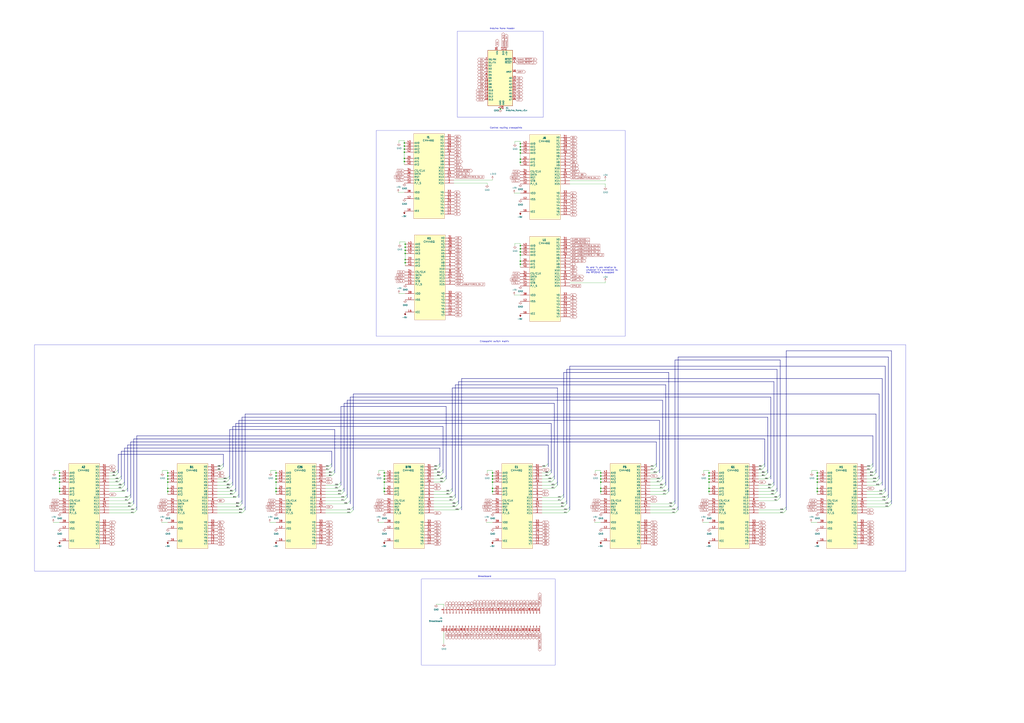
<source format=kicad_sch>
(kicad_sch (version 20230121) (generator eeschema)
  (paper "A1")
  (lib_symbols
    (symbol "+9V_1" (power) (pin_names (offset 0))
      (property "Value" "+9V_1" (at 0 3.556 0))
      (symbol "+9V_1_1_1"
        (pin power_in line (at 0 0 90) (length 0) hide (name "+9V") (number "1"))
      )
    )
    (symbol "+9V_10" (power) (pin_names (offset 0))
      (property "Value" "+9V_10" (at 0 3.556 0))
      (symbol "+9V_10_1_1"
        (pin power_in line (at 0 0 90) (length 0) hide (name "+9V") (number "1"))
      )
    )
    (symbol "+9V_11" (power) (pin_names (offset 0))
      (property "Value" "+9V_11" (at 0 3.556 0))
      (symbol "+9V_11_1_1"
        (pin power_in line (at 0 0 90) (length 0) hide (name "+9V") (number "1"))
      )
    )
    (symbol "+9V_12" (power) (pin_names (offset 0))
      (property "Value" "+9V_12" (at 0 3.556 0))
      (symbol "+9V_12_1_1"
        (pin power_in line (at 0 0 90) (length 0) hide (name "+9V") (number "1"))
      )
    )
    (symbol "+9V_2" (power) (pin_names (offset 0))
      (property "Value" "+9V_2" (at 0 3.556 0))
      (symbol "+9V_2_1_1"
        (pin power_in line (at 0 0 90) (length 0) hide (name "+9V") (number "1"))
      )
    )
    (symbol "+9V_4" (power) (pin_names (offset 0))
      (property "Value" "+9V_4" (at 0 3.556 0))
      (symbol "+9V_4_1_1"
        (pin power_in line (at 0 0 90) (length 0) hide (name "+9V") (number "1"))
      )
    )
    (symbol "+9V_5" (power) (pin_names (offset 0))
      (property "Value" "+9V_5" (at 0 3.556 0))
      (symbol "+9V_5_1_1"
        (pin power_in line (at 0 0 90) (length 0) hide (name "+9V") (number "1"))
      )
    )
    (symbol "+9V_6" (power) (pin_names (offset 0))
      (property "Value" "+9V_6" (at 0 3.556 0))
      (symbol "+9V_6_1_1"
        (pin power_in line (at 0 0 90) (length 0) hide (name "+9V") (number "1"))
      )
    )
    (symbol "+9V_7" (power) (pin_names (offset 0))
      (property "Value" "+9V_7" (at 0 3.556 0))
      (symbol "+9V_7_1_1"
        (pin power_in line (at 0 0 90) (length 0) hide (name "+9V") (number "1"))
      )
    )
    (symbol "+9V_8" (power) (pin_names (offset 0))
      (property "Value" "+9V_8" (at 0 3.556 0))
      (symbol "+9V_8_1_1"
        (pin power_in line (at 0 0 90) (length 0) hide (name "+9V") (number "1"))
      )
    )
    (symbol "+9V_9" (power) (pin_names (offset 0))
      (property "Value" "+9V_9" (at 0 3.556 0))
      (symbol "+9V_9_1_1"
        (pin power_in line (at 0 0 90) (length 0) hide (name "+9V") (number "1"))
      )
    )
    (symbol "-9V_10" (power) (pin_names (offset 0))
      (property "Value" "-9V_10" (at 0 3.81 0))
      (symbol "-9V_10_1_1"
        (pin power_in line (at 0 0 90) (length 0) hide (name "-9V") (number "1"))
      )
    )
    (symbol "-9V_11" (power) (pin_names (offset 0))
      (property "Value" "-9V_11" (at 0 3.81 0))
      (symbol "-9V_11_1_1"
        (pin power_in line (at 0 0 90) (length 0) hide (name "-9V") (number "1"))
      )
    )
    (symbol "-9V_12" (power) (pin_names (offset 0))
      (property "Value" "-9V_12" (at 0 3.81 0))
      (symbol "-9V_12_1_1"
        (pin power_in line (at 0 0 90) (length 0) hide (name "-9V") (number "1"))
      )
    )
    (symbol "-9V_2" (power) (pin_names (offset 0))
      (property "Value" "-9V_2" (at 0 3.81 0))
      (symbol "-9V_2_1_1"
        (pin power_in line (at 0 0 90) (length 0) hide (name "-9V") (number "1"))
      )
    )
    (symbol "-9V_3" (power) (pin_names (offset 0))
      (property "Value" "-9V_3" (at 0 3.81 0))
      (symbol "-9V_3_1_1"
        (pin power_in line (at 0 0 90) (length 0) hide (name "-9V") (number "1"))
      )
    )
    (symbol "-9V_4" (power) (pin_names (offset 0))
      (property "Value" "-9V_4" (at 0 3.81 0))
      (symbol "-9V_4_1_1"
        (pin power_in line (at 0 0 90) (length 0) hide (name "-9V") (number "1"))
      )
    )
    (symbol "-9V_5" (power) (pin_names (offset 0))
      (property "Value" "-9V_5" (at 0 3.81 0))
      (symbol "-9V_5_1_1"
        (pin power_in line (at 0 0 90) (length 0) hide (name "-9V") (number "1"))
      )
    )
    (symbol "-9V_6" (power) (pin_names (offset 0))
      (property "Value" "-9V_6" (at 0 3.81 0))
      (symbol "-9V_6_1_1"
        (pin power_in line (at 0 0 90) (length 0) hide (name "-9V") (number "1"))
      )
    )
    (symbol "-9V_7" (power) (pin_names (offset 0))
      (property "Value" "-9V_7" (at 0 3.81 0))
      (symbol "-9V_7_1_1"
        (pin power_in line (at 0 0 90) (length 0) hide (name "-9V") (number "1"))
      )
    )
    (symbol "-9V_8" (power) (pin_names (offset 0))
      (property "Value" "-9V_8" (at 0 3.81 0))
      (symbol "-9V_8_1_1"
        (pin power_in line (at 0 0 90) (length 0) hide (name "-9V") (number "1"))
      )
    )
    (symbol "-9V_9" (power) (pin_names (offset 0))
      (property "Value" "-9V_9" (at 0 3.81 0))
      (symbol "-9V_9_1_1"
        (pin power_in line (at 0 0 90) (length 0) hide (name "-9V") (number "1"))
      )
    )
    (symbol "Amplifier_Operational:L272D" (pin_names (offset 0.127))
      (property "Reference" "U" (at 0 5.08 0))
      (property "Value" "L272D" (at 0 -5.08 0))
      (symbol "L272D_1_1"
        (pin no_connect line (at -2.54 -2.54 90) (length 2.54) hide (name "NC") (number "1"))
        (pin input line (at -7.62 2.54 0) (length 2.54) (name "+") (number "13"))
        (pin input line (at -7.62 -2.54 0) (length 2.54) (name "-") (number "14"))
        (pin no_connect line (at 0 -2.54 90) (length 2.54) hide (name "NC") (number "2"))
        (pin output line (at 7.62 0 180) (length 2.54) (name "~") (number "3"))
        (pin no_connect line (at -2.54 2.54 90) (length 2.54) hide (name "NC") (number "7"))
        (pin no_connect line (at 0 2.54 90) (length 2.54) hide (name "NC") (number "8"))
      )
      (symbol "L272D_2_1"
        (pin no_connect line (at 0 -2.54 270) (length 2.54) hide (name "NC") (number "10"))
        (pin input line (at -7.62 -2.54 0) (length 2.54) (name "-") (number "11"))
        (pin input line (at -7.62 2.54 0) (length 2.54) (name "+") (number "12"))
        (pin no_connect line (at -2.54 2.54 270) (length 2.54) hide (name "NC") (number "15"))
        (pin no_connect line (at 0 2.54 270) (length 2.54) hide (name "NC") (number "16"))
        (pin output line (at 7.62 0 180) (length 2.54) (name "~") (number "5"))
        (pin no_connect line (at -2.54 -2.54 270) (length 2.54) hide (name "NC") (number "9"))
      )
      (symbol "L272D_3_1"
        (pin power_in line (at -2.54 7.62 270) (length 3.81) (name "V+") (number "4"))
        (pin power_in line (at -2.54 -7.62 90) (length 3.81) (name "V-") (number "6"))
      )
    )
    (symbol "Amplifier_Operational:LM324" (pin_names (offset 0.127))
      (property "Reference" "U" (at 0 5.08 0))
      (property "Value" "LM324" (at 0 -5.08 0))
      (symbol "LM324_1_1"
        (pin output line (at 7.62 0 180) (length 2.54) (name "~") (number "1"))
        (pin input line (at -7.62 -2.54 0) (length 2.54) (name "-") (number "2"))
        (pin input line (at -7.62 2.54 0) (length 2.54) (name "+") (number "3"))
      )
      (symbol "LM324_2_1"
        (pin input line (at -7.62 2.54 0) (length 2.54) (name "+") (number "5"))
        (pin input line (at -7.62 -2.54 0) (length 2.54) (name "-") (number "6"))
        (pin output line (at 7.62 0 180) (length 2.54) (name "~") (number "7"))
      )
      (symbol "LM324_3_1"
        (pin input line (at -7.62 2.54 0) (length 2.54) (name "+") (number "10"))
        (pin output line (at 7.62 0 180) (length 2.54) (name "~") (number "8"))
        (pin input line (at -7.62 -2.54 0) (length 2.54) (name "-") (number "9"))
      )
      (symbol "LM324_4_1"
        (pin input line (at -7.62 2.54 0) (length 2.54) (name "+") (number "12"))
        (pin input line (at -7.62 -2.54 0) (length 2.54) (name "-") (number "13"))
        (pin output line (at 7.62 0 180) (length 2.54) (name "~") (number "14"))
      )
      (symbol "LM324_5_1"
        (pin power_in line (at -2.54 -7.62 90) (length 3.81) (name "V-") (number "11"))
        (pin power_in line (at -2.54 7.62 270) (length 3.81) (name "V+") (number "4"))
      )
    )
    (symbol "Analog_DAC:MCP4725xxx-xCH"
      (property "Reference" "U" (at -6.35 6.35 0))
      (property "Value" "MCP4725xxx-xCH" (at 8.89 6.35 0))
      (symbol "MCP4725xxx-xCH_1_1"
        (pin output line (at 10.16 0 180) (length 2.54) (name "VOUT") (number "1"))
        (pin power_in line (at 0 -7.62 90) (length 2.54) (name "VSS") (number "2"))
        (pin power_in line (at 0 7.62 270) (length 2.54) (name "VDD") (number "3"))
        (pin bidirectional line (at -10.16 0 0) (length 2.54) (name "SDA") (number "4"))
        (pin input line (at -10.16 2.54 0) (length 2.54) (name "SCL") (number "5"))
        (pin input line (at -10.16 -2.54 0) (length 2.54) (name "A0") (number "6"))
      )
    )
    (symbol "Analog_DAC:MCP4822" (pin_names (offset 1.016))
      (property "Reference" "U" (at -2.54 10.795 0))
      (property "Value" "MCP4822" (at -2.54 8.89 0))
      (symbol "MCP4822_0_0"
        (text "CNTRL" (at -2.032 -4.191 900) (effects (font (size 1.27 1.27)) (justify left bottom)))
        (text "DAC" (at 3.81 -3.81 0) (effects (font (size 1.27 1.27))))
        (text "DAC" (at 3.81 1.27 0) (effects (font (size 1.27 1.27))))
      )
      (symbol "MCP4822_1_1"
        (pin power_in line (at 0 10.16 270) (length 2.54) (name "Vdd") (number "1"))
        (pin input line (at -12.7 -5.08 0) (length 2.54) (name "~{CS}") (number "2"))
        (pin input clock (at -12.7 2.54 0) (length 2.54) (name "SCK") (number "3"))
        (pin input line (at -12.7 -2.54 0) (length 2.54) (name "SDI") (number "4"))
        (pin input line (at -12.7 0 0) (length 2.54) (name "~{LDAC}") (number "5"))
        (pin output line (at 12.7 -5.08 180) (length 2.54) (name "VB") (number "6"))
        (pin power_in line (at 0 -12.7 90) (length 2.54) (name "Vss") (number "7"))
        (pin output line (at 12.7 2.54 180) (length 2.54) (name "VA") (number "8"))
      )
    )
    (symbol "Connector:Breadboard" (pin_names (offset 1.016) hide)
      (property "Reference" "J" (at 0 43.18 0))
      (property "Value" "Connector_Breadboard" (at 0 -43.18 0))
      (symbol "Breadboard_1_1"
        (pin passive line (at 5.08 40.64 180) (length 3.81) (name "Pin_0") (number "0"))
        (pin passive line (at 5.08 38.1 180) (length 3.81) (name "Pin_1") (number "1"))
        (pin passive line (at 5.08 15.24 180) (length 3.81) (name "Pin_10") (number "10"))
        (pin passive line (at 5.08 12.7 180) (length 3.81) (name "Pin_11") (number "11"))
        (pin passive line (at 5.08 10.16 180) (length 3.81) (name "Pin_12") (number "12"))
        (pin passive line (at 5.08 7.62 180) (length 3.81) (name "Pin_13") (number "13"))
        (pin passive line (at 5.08 5.08 180) (length 3.81) (name "Pin_14") (number "14"))
        (pin passive line (at 5.08 2.54 180) (length 3.81) (name "Pin_15") (number "15"))
        (pin passive line (at 5.08 0 180) (length 3.81) (name "Pin_16") (number "16"))
        (pin passive line (at 5.08 -2.54 180) (length 3.81) (name "Pin_17") (number "17"))
        (pin passive line (at 5.08 -5.08 180) (length 3.81) (name "Pin_18") (number "18"))
        (pin passive line (at 5.08 -7.62 180) (length 3.81) (name "Pin_19") (number "19"))
        (pin passive line (at 5.08 35.56 180) (length 3.81) (name "Pin_2") (number "2"))
        (pin passive line (at 5.08 -10.16 180) (length 3.81) (name "Pin_20") (number "20"))
        (pin passive line (at 5.08 -12.7 180) (length 3.81) (name "Pin_21") (number "21"))
        (pin passive line (at 5.08 -15.24 180) (length 3.81) (name "Pin_22") (number "22"))
        (pin passive line (at 5.08 -17.78 180) (length 3.81) (name "Pin_23") (number "23"))
        (pin passive line (at 5.08 -20.32 180) (length 3.81) (name "Pin_24") (number "24"))
        (pin passive line (at 5.08 -22.86 180) (length 3.81) (name "Pin_25") (number "25"))
        (pin passive line (at 5.08 -25.4 180) (length 3.81) (name "Pin_26") (number "26"))
        (pin passive line (at 5.08 -27.94 180) (length 3.81) (name "Pin_27") (number "27"))
        (pin passive line (at 5.08 -30.48 180) (length 3.81) (name "Pin_28") (number "28"))
        (pin passive line (at 5.08 -33.02 180) (length 3.81) (name "Pin_29") (number "29"))
        (pin passive line (at 5.08 33.02 180) (length 3.81) (name "Pin_3") (number "3"))
        (pin passive line (at 5.08 -35.56 180) (length 3.81) (name "Pin_30") (number "30"))
        (pin passive line (at 5.08 -38.1 180) (length 3.81) (name "Pin_31") (number "31"))
        (pin passive line (at -15.24 40.64 0) (length 3.81) (name "Pin_0") (number "32"))
        (pin passive line (at -15.24 38.1 0) (length 3.81) (name "Pin_1") (number "33"))
        (pin passive line (at -15.24 35.56 0) (length 3.81) (name "Pin_2") (number "34"))
        (pin passive line (at -15.24 33.02 0) (length 3.81) (name "Pin_3") (number "35"))
        (pin passive line (at -15.24 30.48 0) (length 3.81) (name "Pin_4") (number "36"))
        (pin passive line (at -15.24 27.94 0) (length 3.81) (name "Pin_5") (number "37"))
        (pin passive line (at -15.24 25.4 0) (length 3.81) (name "Pin_6") (number "38"))
        (pin passive line (at -15.24 22.86 0) (length 3.81) (name "Pin_7") (number "39"))
        (pin passive line (at 5.08 30.48 180) (length 3.81) (name "Pin_4") (number "4"))
        (pin passive line (at -15.24 20.32 0) (length 3.81) (name "Pin_8") (number "40"))
        (pin passive line (at -15.24 17.78 0) (length 3.81) (name "Pin_9") (number "41"))
        (pin passive line (at -15.24 15.24 0) (length 3.81) (name "Pin_10") (number "42"))
        (pin passive line (at -15.24 12.7 0) (length 3.81) (name "Pin_11") (number "43"))
        (pin passive line (at -15.24 10.16 0) (length 3.81) (name "Pin_12") (number "44"))
        (pin passive line (at -15.24 7.62 0) (length 3.81) (name "Pin_13") (number "45"))
        (pin passive line (at -15.24 5.08 0) (length 3.81) (name "Pin_14") (number "46"))
        (pin passive line (at -15.24 2.54 0) (length 3.81) (name "Pin_15") (number "47"))
        (pin passive line (at -15.24 0 0) (length 3.81) (name "Pin_16") (number "48"))
        (pin passive line (at -15.24 -2.54 0) (length 3.81) (name "Pin_17") (number "49"))
        (pin passive line (at 5.08 27.94 180) (length 3.81) (name "Pin_5") (number "5"))
        (pin passive line (at -15.24 -5.08 0) (length 3.81) (name "Pin_18") (number "50"))
        (pin passive line (at -15.24 -7.62 0) (length 3.81) (name "Pin_19") (number "51"))
        (pin passive line (at -15.24 -10.16 0) (length 3.81) (name "Pin_20") (number "52"))
        (pin passive line (at -15.24 -12.7 0) (length 3.81) (name "Pin_21") (number "53"))
        (pin passive line (at -15.24 -15.24 0) (length 3.81) (name "Pin_22") (number "54"))
        (pin passive line (at -15.24 -17.78 0) (length 3.81) (name "Pin_23") (number "55"))
        (pin passive line (at -15.24 -20.32 0) (length 3.81) (name "Pin_24") (number "56"))
        (pin passive line (at -15.24 -22.86 0) (length 3.81) (name "Pin_25") (number "57"))
        (pin passive line (at -15.24 -25.4 0) (length 3.81) (name "Pin_26") (number "58"))
        (pin passive line (at -15.24 -27.94 0) (length 3.81) (name "Pin_27") (number "59"))
        (pin passive line (at 5.08 25.4 180) (length 3.81) (name "Pin_6") (number "6"))
        (pin passive line (at -15.24 -30.48 0) (length 3.81) (name "Pin_28") (number "60"))
        (pin passive line (at -15.24 -33.02 0) (length 3.81) (name "Pin_29") (number "61"))
        (pin passive line (at -15.24 -35.56 0) (length 3.81) (name "Pin_30") (number "62"))
        (pin passive line (at -15.24 -38.1 0) (length 3.81) (name "Pin_31") (number "63"))
        (pin passive line (at 5.08 22.86 180) (length 3.81) (name "Pin_7") (number "7"))
        (pin passive line (at 5.08 20.32 180) (length 3.81) (name "Pin_8") (number "8"))
        (pin passive line (at 5.08 17.78 180) (length 3.81) (name "Pin_9") (number "9"))
      )
    )
    (symbol "Connector:Conn_01x03_Socket" (pin_names (offset 1.016) hide)
      (property "Reference" "J" (at 0 5.08 0))
      (property "Value" "Conn_01x03_Socket" (at 0 -5.08 0))
      (symbol "Conn_01x03_Socket_1_1"
        (pin passive line (at -5.08 2.54 0) (length 3.81) (name "Pin_1") (number "1"))
        (pin passive line (at -5.08 0 0) (length 3.81) (name "Pin_2") (number "2"))
        (pin passive line (at -5.08 -2.54 0) (length 3.81) (name "Pin_3") (number "3"))
      )
    )
    (symbol "Connector:USB_B_Micro" (pin_names (offset 1.016))
      (property "Reference" "J" (at -5.08 11.43 0))
      (property "Value" "USB_B_Micro" (at -5.08 8.89 0))
      (symbol "USB_B_Micro_1_1"
        (pin power_out line (at 7.62 5.08 180) (length 2.54) (name "VBUS") (number "1"))
        (pin bidirectional line (at 7.62 -2.54 180) (length 2.54) (name "D-") (number "2"))
        (pin bidirectional line (at 7.62 0 180) (length 2.54) (name "D+") (number "3"))
        (pin passive line (at 7.62 -5.08 180) (length 2.54) (name "ID") (number "4"))
        (pin power_out line (at 0 -10.16 90) (length 2.54) (name "GND") (number "5"))
        (pin passive line (at -2.54 -10.16 90) (length 2.54) (name "Shield") (number "6"))
      )
    )
    (symbol "Connector_Generic:Conn_01x02" (pin_names (offset 1.016) hide)
      (property "Reference" "J" (at 0 2.54 0))
      (property "Value" "Conn_01x02" (at 0 -5.08 0))
      (symbol "Conn_01x02_1_1"
        (pin passive line (at -5.08 0 0) (length 3.81) (name "Pin_1") (number "1"))
        (pin passive line (at -5.08 -2.54 0) (length 3.81) (name "Pin_2") (number "2"))
      )
    )
    (symbol "Device:C" (pin_numbers hide) (pin_names (offset 0.254))
      (property "Reference" "C" (at 0.635 2.54 0))
      (property "Value" "C" (at 0.635 -2.54 0))
      (symbol "C_1_1"
        (pin passive line (at 0 3.81 270) (length 2.794) (name "~") (number "1"))
        (pin passive line (at 0 -3.81 90) (length 2.794) (name "~") (number "2"))
      )
    )
    (symbol "Device:CP1_Small" (pin_numbers hide) (pin_names (offset 0.254) hide)
      (property "Reference" "C" (at 0.254 1.778 0))
      (property "Value" "Device_CP1_Small" (at 0.254 -2.032 0))
      (symbol "CP1_Small_1_1"
        (pin passive line (at 0 2.54 270) (length 2.032) (name "~") (number "1"))
        (pin passive line (at 0 -2.54 90) (length 2.032) (name "~") (number "2"))
      )
    )
    (symbol "Device:C_Small" (pin_numbers hide) (pin_names (offset 0.254) hide)
      (property "Reference" "C" (at 0.254 1.778 0))
      (property "Value" "Device_C_Small" (at 0.254 -2.032 0))
      (symbol "C_Small_1_1"
        (pin passive line (at 0 2.54 270) (length 2.032) (name "~") (number "1"))
        (pin passive line (at 0 -2.54 90) (length 2.032) (name "~") (number "2"))
      )
    )
    (symbol "Device:Crystal_GND24_Small" (pin_names (offset 1.016) hide)
      (property "Reference" "Y" (at 1.27 4.445 0))
      (property "Value" "Crystal_GND24_Small" (at 1.27 2.54 0))
      (symbol "Crystal_GND24_Small_1_1"
        (pin passive line (at -2.54 0 0) (length 1.27) (name "1") (number "1"))
        (pin passive line (at 0 -2.54 90) (length 0.635) (name "2") (number "2"))
        (pin passive line (at 2.54 0 180) (length 1.27) (name "3") (number "3"))
        (pin passive line (at 0 2.54 270) (length 0.635) (name "4") (number "4"))
      )
    )
    (symbol "Device:LED" (pin_numbers hide) (pin_names (offset 1.016) hide)
      (property "Reference" "D" (at 0 2.54 0))
      (property "Value" "LED" (at 0 -2.54 0))
      (symbol "LED_1_1"
        (pin passive line (at -3.81 0 0) (length 2.54) (name "K") (number "1"))
        (pin passive line (at 3.81 0 180) (length 2.54) (name "A") (number "2"))
      )
    )
    (symbol "Device:Polyfuse_Small" (pin_numbers hide) (pin_names (offset 0))
      (property "Reference" "F" (at -1.905 0 90))
      (property "Value" "Polyfuse_Small" (at 1.905 0 90))
      (symbol "Polyfuse_Small_1_1"
        (pin passive line (at 0 2.54 270) (length 0.635) (name "~") (number "1"))
        (pin passive line (at 0 -2.54 90) (length 0.635) (name "~") (number "2"))
      )
    )
    (symbol "Device:R" (pin_numbers hide) (pin_names (offset 0))
      (property "Reference" "R" (at 2.032 0 90))
      (property "Value" "R" (at 0 0 90))
      (symbol "R_1_1"
        (pin passive line (at 0 3.81 270) (length 1.27) (name "~") (number "1"))
        (pin passive line (at 0 -3.81 90) (length 1.27) (name "~") (number "2"))
      )
    )
    (symbol "Device:R_Small_US" (pin_numbers hide) (pin_names (offset 0.254) hide)
      (property "Reference" "R" (at 0.762 0.508 0))
      (property "Value" "Device_R_Small_US" (at 0.762 -1.016 0))
      (symbol "R_Small_US_1_1"
        (pin passive line (at 0 2.54 270) (length 1.016) (name "~") (number "1"))
        (pin passive line (at 0 -2.54 90) (length 1.016) (name "~") (number "2"))
      )
    )
    (symbol "Diode:1N4148W" (pin_numbers hide) (pin_names hide)
      (property "Reference" "D" (at 0 2.54 0))
      (property "Value" "1N4148W" (at 0 -2.54 0))
      (symbol "1N4148W_1_1"
        (pin passive line (at -3.81 0 0) (length 2.54) (name "K") (number "1"))
        (pin passive line (at 3.81 0 180) (length 2.54) (name "A") (number "2"))
      )
    )
    (symbol "Diode:1N5819" (pin_numbers hide) (pin_names (offset 1.016) hide)
      (property "Reference" "D" (at 0 2.54 0))
      (property "Value" "1N5819" (at 0 -2.54 0))
      (symbol "1N5819_1_1"
        (pin passive line (at -3.81 0 0) (length 2.54) (name "K") (number "1"))
        (pin passive line (at 3.81 0 180) (length 2.54) (name "A") (number "2"))
      )
    )
    (symbol "GND_10" (power) (pin_names (offset 0))
      (property "Value" "GND_10" (at 0 -3.81 0))
      (symbol "GND_10_1_1"
        (pin power_in line (at 0 0 270) (length 0) hide (name "GND") (number "1"))
      )
    )
    (symbol "GND_11" (power) (pin_names (offset 0))
      (property "Value" "GND_11" (at 0 -3.81 0))
      (symbol "GND_11_1_1"
        (pin power_in line (at 0 0 270) (length 0) hide (name "GND") (number "1"))
      )
    )
    (symbol "GND_12" (power) (pin_names (offset 0))
      (property "Value" "GND_12" (at 0 -3.81 0))
      (symbol "GND_12_1_1"
        (pin power_in line (at 0 0 270) (length 0) hide (name "GND") (number "1"))
      )
    )
    (symbol "GND_13" (power) (pin_names (offset 0))
      (property "Value" "GND_13" (at 0 -3.81 0))
      (symbol "GND_13_1_1"
        (pin power_in line (at 0 0 270) (length 0) hide (name "GND") (number "1"))
      )
    )
    (symbol "GND_17" (power) (pin_names (offset 0))
      (property "Value" "GND_17" (at 0 -3.81 0))
      (symbol "GND_17_1_1"
        (pin power_in line (at 0 0 270) (length 0) hide (name "GND") (number "1"))
      )
    )
    (symbol "GND_18" (power) (pin_names (offset 0))
      (property "Value" "GND_18" (at 0 -3.81 0))
      (symbol "GND_18_1_1"
        (pin power_in line (at 0 0 270) (length 0) hide (name "GND") (number "1"))
      )
    )
    (symbol "GND_19" (power) (pin_names (offset 0))
      (property "Value" "GND_19" (at 0 -3.81 0))
      (symbol "GND_19_1_1"
        (pin power_in line (at 0 0 270) (length 0) hide (name "GND") (number "1"))
      )
    )
    (symbol "GND_20" (power) (pin_names (offset 0))
      (property "Value" "GND_20" (at 0 -3.81 0))
      (symbol "GND_20_1_1"
        (pin power_in line (at 0 0 270) (length 0) hide (name "GND") (number "1"))
      )
    )
    (symbol "GND_21" (power) (pin_names (offset 0))
      (property "Value" "GND_21" (at 0 -3.81 0))
      (symbol "GND_21_1_1"
        (pin power_in line (at 0 0 270) (length 0) hide (name "GND") (number "1"))
      )
    )
    (symbol "GND_22" (power) (pin_names (offset 0))
      (property "Value" "GND_22" (at 0 -3.81 0))
      (symbol "GND_22_1_1"
        (pin power_in line (at 0 0 270) (length 0) hide (name "GND") (number "1"))
      )
    )
    (symbol "GND_23" (power) (pin_names (offset 0))
      (property "Value" "GND_23" (at 0 -3.81 0))
      (symbol "GND_23_1_1"
        (pin power_in line (at 0 0 270) (length 0) hide (name "GND") (number "1"))
      )
    )
    (symbol "GND_24" (power) (pin_names (offset 0))
      (property "Value" "GND_24" (at 0 -3.81 0))
      (symbol "GND_24_1_1"
        (pin power_in line (at 0 0 270) (length 0) hide (name "GND") (number "1"))
      )
    )
    (symbol "GND_25" (power) (pin_names (offset 0))
      (property "Value" "GND_25" (at 0 -3.81 0))
      (symbol "GND_25_1_1"
        (pin power_in line (at 0 0 270) (length 0) hide (name "GND") (number "1"))
      )
    )
    (symbol "GND_26" (power) (pin_names (offset 0))
      (property "Value" "GND_26" (at 0 -3.81 0))
      (symbol "GND_26_1_1"
        (pin power_in line (at 0 0 270) (length 0) hide (name "GND") (number "1"))
      )
    )
    (symbol "GND_27" (power) (pin_names (offset 0))
      (property "Value" "GND_27" (at 0 -3.81 0))
      (symbol "GND_27_1_1"
        (pin power_in line (at 0 0 270) (length 0) hide (name "GND") (number "1"))
      )
    )
    (symbol "GND_28" (power) (pin_names (offset 0))
      (property "Value" "GND_28" (at 0 -3.81 0))
      (symbol "GND_28_1_1"
        (pin power_in line (at 0 0 270) (length 0) hide (name "GND") (number "1"))
      )
    )
    (symbol "GND_29" (power) (pin_names (offset 0))
      (property "Value" "GND_29" (at 0 -3.81 0))
      (symbol "GND_29_1_1"
        (pin power_in line (at 0 0 270) (length 0) hide (name "GND") (number "1"))
      )
    )
    (symbol "GND_3" (power) (pin_names (offset 0))
      (property "Value" "GND_3" (at 0 -3.81 0))
      (symbol "GND_3_1_1"
        (pin power_in line (at 0 0 270) (length 0) hide (name "GND") (number "1"))
      )
    )
    (symbol "GND_30" (power) (pin_names (offset 0))
      (property "Value" "GND_30" (at 0 -3.81 0))
      (symbol "GND_30_1_1"
        (pin power_in line (at 0 0 270) (length 0) hide (name "GND") (number "1"))
      )
    )
    (symbol "GND_32" (power) (pin_names (offset 0))
      (property "Value" "GND_32" (at 0 -3.81 0))
      (symbol "GND_32_1_1"
        (pin power_in line (at 0 0 270) (length 0) hide (name "GND") (number "1"))
      )
    )
    (symbol "GND_33" (power) (pin_names (offset 0))
      (property "Value" "GND_33" (at 0 -3.81 0))
      (symbol "GND_33_1_1"
        (pin power_in line (at 0 0 270) (length 0) hide (name "GND") (number "1"))
      )
    )
    (symbol "GND_34" (power) (pin_names (offset 0))
      (property "Value" "GND_34" (at 0 -3.81 0))
      (symbol "GND_34_1_1"
        (pin power_in line (at 0 0 270) (length 0) hide (name "GND") (number "1"))
      )
    )
    (symbol "GND_35" (power) (pin_names (offset 0))
      (property "Value" "GND_35" (at 0 -3.81 0))
      (symbol "GND_35_1_1"
        (pin power_in line (at 0 0 270) (length 0) hide (name "GND") (number "1"))
      )
    )
    (symbol "GND_36" (power) (pin_names (offset 0))
      (property "Value" "GND_36" (at 0 -3.81 0))
      (symbol "GND_36_1_1"
        (pin power_in line (at 0 0 270) (length 0) hide (name "GND") (number "1"))
      )
    )
    (symbol "GND_37" (power) (pin_names (offset 0))
      (property "Value" "GND_37" (at 0 -3.81 0))
      (symbol "GND_37_1_1"
        (pin power_in line (at 0 0 270) (length 0) hide (name "GND") (number "1"))
      )
    )
    (symbol "GND_4" (power) (pin_names (offset 0))
      (property "Value" "GND_4" (at 0 -3.81 0))
      (symbol "GND_4_1_1"
        (pin power_in line (at 0 0 270) (length 0) hide (name "GND") (number "1"))
      )
    )
    (symbol "GND_45" (power) (pin_names (offset 0))
      (property "Value" "GND_45" (at 0 -3.81 0))
      (symbol "GND_45_1_1"
        (pin power_in line (at 0 0 270) (length 0) hide (name "GND") (number "1"))
      )
    )
    (symbol "GND_46" (power) (pin_names (offset 0))
      (property "Value" "GND_46" (at 0 -3.81 0))
      (symbol "GND_46_1_1"
        (pin power_in line (at 0 0 270) (length 0) hide (name "GND") (number "1"))
      )
    )
    (symbol "GND_47" (power) (pin_names (offset 0))
      (property "Value" "GND_47" (at 0 -3.81 0))
      (symbol "GND_47_1_1"
        (pin power_in line (at 0 0 270) (length 0) hide (name "GND") (number "1"))
      )
    )
    (symbol "GND_48" (power) (pin_names (offset 0))
      (property "Value" "GND_48" (at 0 -3.81 0))
      (symbol "GND_48_1_1"
        (pin power_in line (at 0 0 270) (length 0) hide (name "GND") (number "1"))
      )
    )
    (symbol "GND_5" (power) (pin_names (offset 0))
      (property "Value" "GND_5" (at 0 -3.81 0))
      (symbol "GND_5_1_1"
        (pin power_in line (at 0 0 270) (length 0) hide (name "GND") (number "1"))
      )
    )
    (symbol "GND_50" (power) (pin_names (offset 0))
      (property "Value" "GND_50" (at 0 -3.81 0))
      (symbol "GND_50_1_1"
        (pin power_in line (at 0 0 270) (length 0) hide (name "GND") (number "1"))
      )
    )
    (symbol "GND_51" (power) (pin_names (offset 0))
      (property "Value" "GND_51" (at 0 -3.81 0))
      (symbol "GND_51_1_1"
        (pin power_in line (at 0 0 270) (length 0) hide (name "GND") (number "1"))
      )
    )
    (symbol "GND_52" (power) (pin_names (offset 0))
      (property "Value" "GND_52" (at 0 -3.81 0))
      (symbol "GND_52_1_1"
        (pin power_in line (at 0 0 270) (length 0) hide (name "GND") (number "1"))
      )
    )
    (symbol "GND_53" (power) (pin_names (offset 0))
      (property "Value" "GND_53" (at 0 -3.81 0))
      (symbol "GND_53_1_1"
        (pin power_in line (at 0 0 270) (length 0) hide (name "GND") (number "1"))
      )
    )
    (symbol "GND_54" (power) (pin_names (offset 0))
      (property "Value" "GND_54" (at 0 -3.81 0))
      (symbol "GND_54_1_1"
        (pin power_in line (at 0 0 270) (length 0) hide (name "GND") (number "1"))
      )
    )
    (symbol "GND_55" (power) (pin_names (offset 0))
      (property "Value" "GND_55" (at 0 -3.81 0))
      (symbol "GND_55_1_1"
        (pin power_in line (at 0 0 270) (length 0) hide (name "GND") (number "1"))
      )
    )
    (symbol "GND_56" (power) (pin_names (offset 0))
      (property "Value" "GND_56" (at 0 -3.81 0))
      (symbol "GND_56_1_1"
        (pin power_in line (at 0 0 270) (length 0) hide (name "GND") (number "1"))
      )
    )
    (symbol "GND_57" (power) (pin_names (offset 0))
      (property "Value" "GND_57" (at 0 -3.81 0))
      (symbol "GND_57_1_1"
        (pin power_in line (at 0 0 270) (length 0) hide (name "GND") (number "1"))
      )
    )
    (symbol "GND_58" (power) (pin_names (offset 0))
      (property "Value" "GND_58" (at 0 -3.81 0))
      (symbol "GND_58_1_1"
        (pin power_in line (at 0 0 270) (length 0) hide (name "GND") (number "1"))
      )
    )
    (symbol "GND_6" (power) (pin_names (offset 0))
      (property "Value" "GND_6" (at 0 -3.81 0))
      (symbol "GND_6_1_1"
        (pin power_in line (at 0 0 270) (length 0) hide (name "GND") (number "1"))
      )
    )
    (symbol "GND_60" (power) (pin_names (offset 0))
      (property "Value" "GND_60" (at 0 -3.81 0))
      (symbol "GND_60_1_1"
        (pin power_in line (at 0 0 270) (length 0) hide (name "GND") (number "1"))
      )
    )
    (symbol "GND_61" (power) (pin_names (offset 0))
      (property "Value" "GND_61" (at 0 -3.81 0))
      (symbol "GND_61_1_1"
        (pin power_in line (at 0 0 270) (length 0) hide (name "GND") (number "1"))
      )
    )
    (symbol "GND_62" (power) (pin_names (offset 0))
      (property "Value" "GND_62" (at 0 -3.81 0))
      (symbol "GND_62_1_1"
        (pin power_in line (at 0 0 270) (length 0) hide (name "GND") (number "1"))
      )
    )
    (symbol "GND_63" (power) (pin_names (offset 0))
      (property "Value" "GND_63" (at 0 -3.81 0))
      (symbol "GND_63_1_1"
        (pin power_in line (at 0 0 270) (length 0) hide (name "GND") (number "1"))
      )
    )
    (symbol "GND_65" (power) (pin_names (offset 0))
      (property "Value" "GND_65" (at 0 -3.81 0))
      (symbol "GND_65_1_1"
        (pin power_in line (at 0 0 270) (length 0) hide (name "GND") (number "1"))
      )
    )
    (symbol "GND_67" (power) (pin_names (offset 0))
      (property "Value" "GND_67" (at 0 -3.81 0))
      (symbol "GND_67_1_1"
        (pin power_in line (at 0 0 270) (length 0) hide (name "GND") (number "1"))
      )
    )
    (symbol "GND_68" (power) (pin_names (offset 0))
      (property "Value" "GND_68" (at 0 -3.81 0))
      (symbol "GND_68_1_1"
        (pin power_in line (at 0 0 270) (length 0) hide (name "GND") (number "1"))
      )
    )
    (symbol "GND_69" (power) (pin_names (offset 0))
      (property "Value" "GND_69" (at 0 -3.81 0))
      (symbol "GND_69_1_1"
        (pin power_in line (at 0 0 270) (length 0) hide (name "GND") (number "1"))
      )
    )
    (symbol "GND_70" (power) (pin_names (offset 0))
      (property "Value" "GND_70" (at 0 -3.81 0))
      (symbol "GND_70_1_1"
        (pin power_in line (at 0 0 270) (length 0) hide (name "GND") (number "1"))
      )
    )
    (symbol "GND_71" (power) (pin_names (offset 0))
      (property "Value" "GND_71" (at 0 -3.81 0))
      (symbol "GND_71_1_1"
        (pin power_in line (at 0 0 270) (length 0) hide (name "GND") (number "1"))
      )
    )
    (symbol "GND_72" (power) (pin_names (offset 0))
      (property "Value" "GND_72" (at 0 -3.81 0))
      (symbol "GND_72_1_1"
        (pin power_in line (at 0 0 270) (length 0) hide (name "GND") (number "1"))
      )
    )
    (symbol "GND_73" (power) (pin_names (offset 0))
      (property "Value" "GND_73" (at 0 -3.81 0))
      (symbol "GND_73_1_1"
        (pin power_in line (at 0 0 270) (length 0) hide (name "GND") (number "1"))
      )
    )
    (symbol "GND_74" (power) (pin_names (offset 0))
      (property "Value" "GND_74" (at 0 -3.81 0))
      (symbol "GND_74_1_1"
        (pin power_in line (at 0 0 270) (length 0) hide (name "GND") (number "1"))
      )
    )
    (symbol "GND_76" (power) (pin_names (offset 0))
      (property "Value" "GND_76" (at 0 -3.81 0))
      (symbol "GND_76_1_1"
        (pin power_in line (at 0 0 270) (length 0) hide (name "GND") (number "1"))
      )
    )
    (symbol "GND_77" (power) (pin_names (offset 0))
      (property "Value" "GND_77" (at 0 -3.81 0))
      (symbol "GND_77_1_1"
        (pin power_in line (at 0 0 270) (length 0) hide (name "GND") (number "1"))
      )
    )
    (symbol "GND_78" (power) (pin_names (offset 0))
      (property "Value" "GND_78" (at 0 -3.81 0))
      (symbol "GND_78_1_1"
        (pin power_in line (at 0 0 270) (length 0) hide (name "GND") (number "1"))
      )
    )
    (symbol "GND_8" (power) (pin_names (offset 0))
      (property "Value" "GND_8" (at 0 -3.81 0))
      (symbol "GND_8_1_1"
        (pin power_in line (at 0 0 270) (length 0) hide (name "GND") (number "1"))
      )
    )
    (symbol "GND_9" (power) (pin_names (offset 0))
      (property "Value" "GND_9" (at 0 -3.81 0))
      (symbol "GND_9_1_1"
        (pin power_in line (at 0 0 270) (length 0) hide (name "GND") (number "1"))
      )
    )
    (symbol "Jumper:Jumper_2_Bridged" (pin_names (offset 0) hide)
      (property "Reference" "JP" (at 0 1.905 0))
      (property "Value" "Jumper_2_Bridged" (at 0 -2.54 0))
      (symbol "Jumper_2_Bridged_1_1"
        (pin passive line (at -5.08 0 0) (length 2.54) (name "A") (number "1"))
        (pin passive line (at 5.08 0 180) (length 2.54) (name "B") (number "2"))
      )
    )
    (symbol "Jumper:SolderJumper_2_Bridged" (pin_names (offset 0) hide)
      (property "Reference" "JP" (at 0 2.032 0))
      (property "Value" "SolderJumper_2_Bridged" (at 0 -2.54 0))
      (symbol "SolderJumper_2_Bridged_1_1"
        (pin passive line (at -3.81 0 0) (length 2.54) (name "A") (number "1"))
        (pin passive line (at 3.81 0 180) (length 2.54) (name "B") (number "2"))
      )
    )
    (symbol "Jumper:SolderJumper_2_Open" (pin_names (offset 0) hide)
      (property "Reference" "JP" (at 0 2.032 0))
      (property "Value" "SolderJumper_2_Open" (at 0 -2.54 0))
      (symbol "SolderJumper_2_Open_1_1"
        (pin passive line (at -3.81 0 0) (length 2.54) (name "A") (number "1"))
        (pin passive line (at 3.81 0 180) (length 2.54) (name "B") (number "2"))
      )
    )
    (symbol "JumperlessSymbols:Arduino_Nano_v3.x"
      (property "Reference" "A" (at -10.16 23.495 0))
      (property "Value" "Arduino_Nano_v3.x" (at 5.08 -24.13 0))
      (symbol "Arduino_Nano_v3.x_1_1"
        (pin bidirectional line (at -12.7 12.7 0) (length 2.54) (name "D1/TX") (number "1"))
        (pin bidirectional line (at -12.7 -2.54 0) (length 2.54) (name "D7") (number "10"))
        (pin bidirectional line (at -12.7 -5.08 0) (length 2.54) (name "D8") (number "11"))
        (pin bidirectional line (at -12.7 -7.62 0) (length 2.54) (name "D9") (number "12"))
        (pin bidirectional line (at -12.7 -10.16 0) (length 2.54) (name "D10") (number "13"))
        (pin bidirectional line (at -12.7 -12.7 0) (length 2.54) (name "D11") (number "14"))
        (pin bidirectional line (at -12.7 -15.24 0) (length 2.54) (name "D12") (number "15"))
        (pin bidirectional line (at -12.7 -17.78 0) (length 2.54) (name "D13") (number "16"))
        (pin power_out line (at 2.54 25.4 270) (length 2.54) (name "3V3") (number "17"))
        (pin input line (at 12.7 5.08 180) (length 2.54) (name "AREF") (number "18"))
        (pin bidirectional line (at 12.7 0 180) (length 2.54) (name "A0") (number "19"))
        (pin bidirectional line (at -12.7 15.24 0) (length 2.54) (name "D0/RX") (number "2"))
        (pin bidirectional line (at 12.7 -2.54 180) (length 2.54) (name "A1") (number "20"))
        (pin bidirectional line (at 12.7 -5.08 180) (length 2.54) (name "A2") (number "21"))
        (pin bidirectional line (at 12.7 -7.62 180) (length 2.54) (name "A3") (number "22"))
        (pin bidirectional line (at 12.7 -10.16 180) (length 2.54) (name "A4") (number "23"))
        (pin bidirectional line (at 12.7 -12.7 180) (length 2.54) (name "A5") (number "24"))
        (pin bidirectional line (at 12.7 -15.24 180) (length 2.54) (name "A6") (number "25"))
        (pin bidirectional line (at 12.7 -17.78 180) (length 2.54) (name "A7") (number "26"))
        (pin power_out line (at 5.08 25.4 270) (length 2.54) (name "+5V") (number "27"))
        (pin input line (at 12.7 15.24 180) (length 2.54) (name "~{RESET}") (number "28"))
        (pin power_in line (at 2.54 -25.4 90) (length 2.54) (name "GND") (number "29"))
        (pin input line (at 12.7 12.7 180) (length 2.54) (name "~{RESET}") (number "3"))
        (pin power_in line (at -2.54 25.4 270) (length 2.54) (name "VIN") (number "30"))
        (pin power_in line (at 0 -25.4 90) (length 2.54) (name "GND") (number "4"))
        (pin bidirectional line (at -12.7 10.16 0) (length 2.54) (name "D2") (number "5"))
        (pin bidirectional line (at -12.7 7.62 0) (length 2.54) (name "D3") (number "6"))
        (pin bidirectional line (at -12.7 5.08 0) (length 2.54) (name "D4") (number "7"))
        (pin bidirectional line (at -12.7 2.54 0) (length 2.54) (name "D5") (number "8"))
        (pin bidirectional line (at -12.7 0 0) (length 2.54) (name "D6") (number "9"))
      )
    )
    (symbol "JumperlessSymbols:Breadboard" (pin_names (offset 1.016) hide)
      (property "Reference" "J" (at 0 43.18 0))
      (property "Value" "Connector_Breadboard" (at 0 -43.18 0))
      (symbol "Breadboard_1_1"
        (pin passive line (at 5.08 40.64 180) (length 3.81) (name "Pin_0") (number "0"))
        (pin passive line (at 5.08 38.1 180) (length 3.81) (name "Pin_1") (number "1"))
        (pin passive line (at 5.08 15.24 180) (length 3.81) (name "Pin_10") (number "10"))
        (pin passive line (at 5.08 12.7 180) (length 3.81) (name "Pin_11") (number "11"))
        (pin passive line (at 5.08 10.16 180) (length 3.81) (name "Pin_12") (number "12"))
        (pin passive line (at 5.08 7.62 180) (length 3.81) (name "Pin_13") (number "13"))
        (pin passive line (at 5.08 5.08 180) (length 3.81) (name "Pin_14") (number "14"))
        (pin passive line (at 5.08 2.54 180) (length 3.81) (name "Pin_15") (number "15"))
        (pin passive line (at 5.08 0 180) (length 3.81) (name "Pin_16") (number "16"))
        (pin passive line (at 5.08 -2.54 180) (length 3.81) (name "Pin_17") (number "17"))
        (pin passive line (at 5.08 -5.08 180) (length 3.81) (name "Pin_18") (number "18"))
        (pin passive line (at 5.08 -7.62 180) (length 3.81) (name "Pin_19") (number "19"))
        (pin passive line (at 5.08 35.56 180) (length 3.81) (name "Pin_2") (number "2"))
        (pin passive line (at 5.08 -10.16 180) (length 3.81) (name "Pin_20") (number "20"))
        (pin passive line (at 5.08 -12.7 180) (length 3.81) (name "Pin_21") (number "21"))
        (pin passive line (at 5.08 -15.24 180) (length 3.81) (name "Pin_22") (number "22"))
        (pin passive line (at 5.08 -17.78 180) (length 3.81) (name "Pin_23") (number "23"))
        (pin passive line (at 5.08 -20.32 180) (length 3.81) (name "Pin_24") (number "24"))
        (pin passive line (at 5.08 -22.86 180) (length 3.81) (name "Pin_25") (number "25"))
        (pin passive line (at 5.08 -25.4 180) (length 3.81) (name "Pin_26") (number "26"))
        (pin passive line (at 5.08 -27.94 180) (length 3.81) (name "Pin_27") (number "27"))
        (pin passive line (at 5.08 -30.48 180) (length 3.81) (name "Pin_28") (number "28"))
        (pin passive line (at 5.08 -33.02 180) (length 3.81) (name "Pin_29") (number "29"))
        (pin passive line (at 5.08 33.02 180) (length 3.81) (name "Pin_3") (number "3"))
        (pin passive line (at 5.08 -35.56 180) (length 3.81) (name "Pin_30") (number "30"))
        (pin passive line (at 5.08 -38.1 180) (length 3.81) (name "Pin_31") (number "31"))
        (pin passive line (at -15.24 40.64 0) (length 3.81) (name "Pin_0") (number "32"))
        (pin passive line (at -15.24 38.1 0) (length 3.81) (name "Pin_1") (number "33"))
        (pin passive line (at -15.24 35.56 0) (length 3.81) (name "Pin_2") (number "34"))
        (pin passive line (at -15.24 33.02 0) (length 3.81) (name "Pin_3") (number "35"))
        (pin passive line (at -15.24 30.48 0) (length 3.81) (name "Pin_4") (number "36"))
        (pin passive line (at -15.24 27.94 0) (length 3.81) (name "Pin_5") (number "37"))
        (pin passive line (at -15.24 25.4 0) (length 3.81) (name "Pin_6") (number "38"))
        (pin passive line (at -15.24 22.86 0) (length 3.81) (name "Pin_7") (number "39"))
        (pin passive line (at 5.08 30.48 180) (length 3.81) (name "Pin_4") (number "4"))
        (pin passive line (at -15.24 20.32 0) (length 3.81) (name "Pin_8") (number "40"))
        (pin passive line (at -15.24 17.78 0) (length 3.81) (name "Pin_9") (number "41"))
        (pin passive line (at -15.24 15.24 0) (length 3.81) (name "Pin_10") (number "42"))
        (pin passive line (at -15.24 12.7 0) (length 3.81) (name "Pin_11") (number "43"))
        (pin passive line (at -15.24 10.16 0) (length 3.81) (name "Pin_12") (number "44"))
        (pin passive line (at -15.24 7.62 0) (length 3.81) (name "Pin_13") (number "45"))
        (pin passive line (at -15.24 5.08 0) (length 3.81) (name "Pin_14") (number "46"))
        (pin passive line (at -15.24 2.54 0) (length 3.81) (name "Pin_15") (number "47"))
        (pin passive line (at -15.24 0 0) (length 3.81) (name "Pin_16") (number "48"))
        (pin passive line (at -15.24 -2.54 0) (length 3.81) (name "Pin_17") (number "49"))
        (pin passive line (at 5.08 27.94 180) (length 3.81) (name "Pin_5") (number "5"))
        (pin passive line (at -15.24 -5.08 0) (length 3.81) (name "Pin_18") (number "50"))
        (pin passive line (at -15.24 -7.62 0) (length 3.81) (name "Pin_19") (number "51"))
        (pin passive line (at -15.24 -10.16 0) (length 3.81) (name "Pin_20") (number "52"))
        (pin passive line (at -15.24 -12.7 0) (length 3.81) (name "Pin_21") (number "53"))
        (pin passive line (at -15.24 -15.24 0) (length 3.81) (name "Pin_22") (number "54"))
        (pin passive line (at -15.24 -17.78 0) (length 3.81) (name "Pin_23") (number "55"))
        (pin passive line (at -15.24 -20.32 0) (length 3.81) (name "Pin_24") (number "56"))
        (pin passive line (at -15.24 -22.86 0) (length 3.81) (name "Pin_25") (number "57"))
        (pin passive line (at -15.24 -25.4 0) (length 3.81) (name "Pin_26") (number "58"))
        (pin passive line (at -15.24 -27.94 0) (length 3.81) (name "Pin_27") (number "59"))
        (pin passive line (at 5.08 25.4 180) (length 3.81) (name "Pin_6") (number "6"))
        (pin passive line (at -15.24 -30.48 0) (length 3.81) (name "Pin_28") (number "60"))
        (pin passive line (at -15.24 -33.02 0) (length 3.81) (name "Pin_29") (number "61"))
        (pin passive line (at -15.24 -35.56 0) (length 3.81) (name "Pin_30") (number "62"))
        (pin passive line (at -15.24 -38.1 0) (length 3.81) (name "Pin_31") (number "63"))
        (pin passive line (at 5.08 22.86 180) (length 3.81) (name "Pin_7") (number "7"))
        (pin passive line (at 5.08 20.32 180) (length 3.81) (name "Pin_8") (number "8"))
        (pin passive line (at 5.08 17.78 180) (length 3.81) (name "Pin_9") (number "9"))
      )
    )
    (symbol "JumperlessSymbols:C" (pin_numbers hide) (pin_names (offset 0.254))
      (property "Reference" "C" (at 0.635 2.54 0))
      (property "Value" "C" (at 0.635 -2.54 0))
      (symbol "C_1_1"
        (pin passive line (at 0 3.81 270) (length 2.794) (name "~") (number "1"))
        (pin passive line (at 0 -3.81 90) (length 2.794) (name "~") (number "2"))
      )
    )
    (symbol "JumperlessSymbols:CH446Q"
      (property "Reference" "U" (at 0 12.7 0))
      (symbol "CH446Q_1_1"
        (pin bidirectional line (at 20.955 -2.54 180) (length 7.62) (name "X14") (number "1"))
        (pin input line (at -19.685 -5.08 0) (length 7.62) (name "P/_S") (number "10"))
        (pin bidirectional line (at 20.955 -30.48 180) (length 7.62) (name "Y7") (number "11"))
        (pin power_in line (at -19.685 -17.78 0) (length 7.62) (name "VSS") (number "12"))
        (pin bidirectional line (at 20.955 -27.94 180) (length 7.62) (name "Y6") (number "13"))
        (pin input line (at -19.685 -2.54 0) (length 7.62) (name "STB") (number "14"))
        (pin bidirectional line (at 20.955 -25.4 180) (length 7.62) (name "Y5") (number "15"))
        (pin power_in line (at -19.685 -27.94 0) (length 7.62) (name "VEE") (number "16"))
        (pin bidirectional line (at 20.955 -22.86 180) (length 7.62) (name "Y4") (number "17"))
        (pin input line (at -19.685 25.4 0) (length 7.62) (name "AX1") (number "18"))
        (pin input line (at -19.685 22.86 0) (length 7.62) (name "AX2") (number "19"))
        (pin bidirectional line (at 20.955 -5.08 180) (length 7.62) (name "X15") (number "2"))
        (pin input line (at -19.685 15.24 0) (length 7.62) (name "AY0") (number "20"))
        (pin input line (at -19.685 12.7 0) (length 7.62) (name "AY1") (number "21"))
        (pin bidirectional line (at 20.955 0 180) (length 7.62) (name "X13") (number "24"))
        (pin bidirectional line (at 20.955 2.54 180) (length 7.62) (name "X12") (number "25"))
        (pin bidirectional line (at 20.955 20.32 180) (length 7.62) (name "X5") (number "26"))
        (pin bidirectional line (at 20.955 22.86 180) (length 7.62) (name "X4") (number "27"))
        (pin bidirectional line (at 20.955 25.4 180) (length 7.62) (name "X3") (number "28"))
        (pin bidirectional line (at 20.955 27.94 180) (length 7.62) (name "X2") (number "29"))
        (pin bidirectional line (at 20.955 17.78 180) (length 7.62) (name "X6") (number "3"))
        (pin bidirectional line (at 20.955 30.48 180) (length 7.62) (name "X1") (number "30"))
        (pin bidirectional line (at 20.955 33.02 180) (length 7.62) (name "X0") (number "31"))
        (pin bidirectional line (at 20.955 -12.7 180) (length 7.62) (name "Y0") (number "33"))
        (pin input line (at -19.685 5.08 0) (length 7.62) (name "CS/CLK") (number "34"))
        (pin bidirectional line (at 20.955 -15.24 180) (length 7.62) (name "Y1") (number "35"))
        (pin input line (at -19.685 2.54 0) (length 7.62) (name "DATA") (number "36"))
        (pin bidirectional line (at 20.955 -17.78 180) (length 7.62) (name "Y2") (number "37"))
        (pin power_in line (at -19.685 -12.7 0) (length 7.62) (name "VDD") (number "38"))
        (pin bidirectional line (at 20.955 -20.32 180) (length 7.62) (name "Y3") (number "39"))
        (pin bidirectional line (at 20.955 15.24 180) (length 7.62) (name "X7") (number "4"))
        (pin input line (at -19.685 10.16 0) (length 7.62) (name "AY2") (number "40"))
        (pin input line (at -19.685 0 0) (length 7.62) (name "RST") (number "41"))
        (pin input line (at -19.685 20.32 0) (length 7.62) (name "AX3") (number "42"))
        (pin input line (at -19.685 27.94 0) (length 7.62) (name "AX0") (number "43"))
        (pin bidirectional line (at 20.955 12.7 180) (length 7.62) (name "X8") (number "5"))
        (pin bidirectional line (at 20.955 10.16 180) (length 7.62) (name "X9") (number "6"))
        (pin bidirectional line (at 20.955 7.62 180) (length 7.62) (name "X10") (number "7"))
        (pin bidirectional line (at 20.955 5.08 180) (length 7.62) (name "X11") (number "8"))
      )
    )
    (symbol "JumperlessSymbols:Conn_01x03_Socket" (pin_names (offset 1.016) hide)
      (property "Reference" "J" (at 0 5.08 0))
      (property "Value" "Conn_01x03_Socket" (at 0 -5.08 0))
      (symbol "Conn_01x03_Socket_1_1"
        (pin passive line (at -5.08 2.54 0) (length 3.81) (name "Pin_1") (number "1"))
        (pin passive line (at -5.08 0 0) (length 3.81) (name "Pin_2") (number "2"))
        (pin passive line (at -5.08 -2.54 0) (length 3.81) (name "Pin_3") (number "3"))
      )
    )
    (symbol "JumperlessSymbols:INA219AxD"
      (property "Reference" "U" (at -6.35 8.89 0))
      (property "Value" "INA219AxD" (at 5.08 8.89 0))
      (symbol "INA219AxD_1_1"
        (pin input line (at 10.16 -2.54 180) (length 2.54) (name "A1") (number "1"))
        (pin input line (at 10.16 -5.08 180) (length 2.54) (name "A0") (number "2"))
        (pin bidirectional line (at 10.16 5.08 180) (length 2.54) (name "SDA") (number "3"))
        (pin input line (at 10.16 2.54 180) (length 2.54) (name "SCL") (number "4"))
        (pin power_in line (at 0 10.16 270) (length 2.54) (name "VS") (number "5"))
        (pin power_in line (at 0 -10.16 90) (length 2.54) (name "GND") (number "6"))
        (pin input line (at -10.16 -2.54 0) (length 2.54) (name "IN-") (number "7"))
        (pin input line (at -10.16 2.54 0) (length 2.54) (name "IN+") (number "8"))
      )
    )
    (symbol "JumperlessSymbols:L272D" (pin_names (offset 0.127))
      (property "Reference" "U" (at 0 5.08 0))
      (property "Value" "L272D" (at 0 -5.08 0))
      (symbol "L272D_1_1"
        (pin no_connect line (at -2.54 -2.54 90) (length 2.54) hide (name "NC") (number "1"))
        (pin input line (at -7.62 2.54 0) (length 2.54) (name "+") (number "13"))
        (pin input line (at -7.62 -2.54 0) (length 2.54) (name "-") (number "14"))
        (pin no_connect line (at 0 -2.54 90) (length 2.54) hide (name "NC") (number "2"))
        (pin output line (at 7.62 0 180) (length 2.54) (name "~") (number "3"))
        (pin no_connect line (at -2.54 2.54 90) (length 2.54) hide (name "NC") (number "7"))
        (pin no_connect line (at 0 2.54 90) (length 2.54) hide (name "NC") (number "8"))
      )
      (symbol "L272D_2_1"
        (pin no_connect line (at 0 -2.54 270) (length 2.54) hide (name "NC") (number "10"))
        (pin input line (at -7.62 -2.54 0) (length 2.54) (name "-") (number "11"))
        (pin input line (at -7.62 2.54 0) (length 2.54) (name "+") (number "12"))
        (pin no_connect line (at -2.54 2.54 270) (length 2.54) hide (name "NC") (number "15"))
        (pin no_connect line (at 0 2.54 270) (length 2.54) hide (name "NC") (number "16"))
        (pin output line (at 7.62 0 180) (length 2.54) (name "~") (number "5"))
        (pin no_connect line (at -2.54 -2.54 270) (length 2.54) hide (name "NC") (number "9"))
      )
      (symbol "L272D_3_1"
        (pin power_in line (at -2.54 7.62 270) (length 3.81) (name "V+") (number "4"))
        (pin power_in line (at -2.54 -7.62 90) (length 3.81) (name "V-") (number "6"))
      )
    )
    (symbol "JumperlessSymbols:LM324" (pin_names (offset 0.127))
      (property "Reference" "U" (at 0 5.08 0))
      (property "Value" "LM324" (at 0 -5.08 0))
      (symbol "LM324_1_1"
        (pin output line (at 7.62 0 180) (length 2.54) (name "~") (number "1"))
        (pin input line (at -7.62 -2.54 0) (length 2.54) (name "-") (number "2"))
        (pin input line (at -7.62 2.54 0) (length 2.54) (name "+") (number "3"))
      )
      (symbol "LM324_2_1"
        (pin input line (at -7.62 2.54 0) (length 2.54) (name "+") (number "5"))
        (pin input line (at -7.62 -2.54 0) (length 2.54) (name "-") (number "6"))
        (pin output line (at 7.62 0 180) (length 2.54) (name "~") (number "7"))
      )
      (symbol "LM324_3_1"
        (pin input line (at -7.62 2.54 0) (length 2.54) (name "+") (number "10"))
        (pin output line (at 7.62 0 180) (length 2.54) (name "~") (number "8"))
        (pin input line (at -7.62 -2.54 0) (length 2.54) (name "-") (number "9"))
      )
      (symbol "LM324_4_1"
        (pin input line (at -7.62 2.54 0) (length 2.54) (name "+") (number "12"))
        (pin input line (at -7.62 -2.54 0) (length 2.54) (name "-") (number "13"))
        (pin output line (at 7.62 0 180) (length 2.54) (name "~") (number "14"))
      )
      (symbol "LM324_5_1"
        (pin power_in line (at -2.54 -7.62 90) (length 3.81) (name "V-") (number "11"))
        (pin power_in line (at -2.54 7.62 270) (length 3.81) (name "V+") (number "4"))
      )
    )
    (symbol "JumperlessSymbols:R" (pin_numbers hide) (pin_names (offset 0))
      (property "Reference" "R" (at 2.032 0 90))
      (property "Value" "R" (at 0 0 90))
      (symbol "R_1_1"
        (pin passive line (at 0 3.81 270) (length 1.27) (name "~") (number "1"))
        (pin passive line (at 0 -3.81 90) (length 1.27) (name "~") (number "2"))
      )
    )
    (symbol "JumperlessSymbols:RP2040" (pin_names (offset 1.016))
      (property "Reference" "U" (at -29.21 49.53 0))
      (property "Value" "RP2040" (at 24.13 -49.53 0))
      (symbol "RP2040_0_0"
        (text "Raspberry Pi" (at 0 5.08 0) (effects (font (size 2.54 2.54))))
        (text "RP2040" (at 0 0 0) (effects (font (size 2.54 2.54))))
      )
      (symbol "RP2040_1_1"
        (pin power_in line (at 8.89 50.8 270) (length 2.54) (name "IOVDD") (number "1"))
        (pin power_in line (at 6.35 50.8 270) (length 2.54) (name "IOVDD") (number "10"))
        (pin bidirectional line (at 31.75 12.7 180) (length 2.54) (name "GPIO8") (number "11"))
        (pin bidirectional line (at 31.75 10.16 180) (length 2.54) (name "GPIO9") (number "12"))
        (pin bidirectional line (at 31.75 7.62 180) (length 2.54) (name "GPIO10") (number "13"))
        (pin bidirectional line (at 31.75 5.08 180) (length 2.54) (name "GPIO11") (number "14"))
        (pin bidirectional line (at 31.75 2.54 180) (length 2.54) (name "GPIO12") (number "15"))
        (pin bidirectional line (at 31.75 0 180) (length 2.54) (name "GPIO13") (number "16"))
        (pin bidirectional line (at 31.75 -2.54 180) (length 2.54) (name "GPIO14") (number "17"))
        (pin bidirectional line (at 31.75 -5.08 180) (length 2.54) (name "GPIO15") (number "18"))
        (pin passive line (at -12.7 -50.8 90) (length 2.54) (name "TESTEN") (number "19"))
        (pin bidirectional line (at 31.75 33.02 180) (length 2.54) (name "GPIO0") (number "2"))
        (pin input line (at -31.75 -2.54 0) (length 2.54) (name "XIN") (number "20"))
        (pin passive line (at -31.75 -7.62 0) (length 2.54) (name "XOUT") (number "21"))
        (pin power_in line (at 3.81 50.8 270) (length 2.54) (name "IOVDD") (number "22"))
        (pin power_in line (at -17.78 50.8 270) (length 2.54) (name "DVDD") (number "23"))
        (pin output line (at -31.75 -31.75 0) (length 2.54) (name "SWCLK") (number "24"))
        (pin bidirectional line (at -31.75 -34.29 0) (length 2.54) (name "SWD") (number "25"))
        (pin input line (at -31.75 -20.32 0) (length 2.54) (name "RUN") (number "26"))
        (pin bidirectional line (at 31.75 -7.62 180) (length 2.54) (name "GPIO16") (number "27"))
        (pin bidirectional line (at 31.75 -10.16 180) (length 2.54) (name "GPIO17") (number "28"))
        (pin bidirectional line (at 31.75 -12.7 180) (length 2.54) (name "GPIO18") (number "29"))
        (pin bidirectional line (at 31.75 30.48 180) (length 2.54) (name "GPIO1") (number "3"))
        (pin bidirectional line (at 31.75 -15.24 180) (length 2.54) (name "GPIO19") (number "30"))
        (pin bidirectional line (at 31.75 -17.78 180) (length 2.54) (name "GPIO20") (number "31"))
        (pin bidirectional line (at 31.75 -20.32 180) (length 2.54) (name "GPIO21") (number "32"))
        (pin power_in line (at 1.27 50.8 270) (length 2.54) (name "IOVDD") (number "33"))
        (pin bidirectional line (at 31.75 -22.86 180) (length 2.54) (name "GPIO22") (number "34"))
        (pin bidirectional line (at 31.75 -25.4 180) (length 2.54) (name "GPIO23") (number "35"))
        (pin bidirectional line (at 31.75 -27.94 180) (length 2.54) (name "GPIO24") (number "36"))
        (pin bidirectional line (at 31.75 -30.48 180) (length 2.54) (name "GPIO25") (number "37"))
        (pin bidirectional line (at 31.75 -35.56 180) (length 2.54) (name "GPIO26_ADC0") (number "38"))
        (pin bidirectional line (at 31.75 -38.1 180) (length 2.54) (name "GPIO27_ADC1") (number "39"))
        (pin bidirectional line (at 31.75 27.94 180) (length 2.54) (name "GPIO2") (number "4"))
        (pin bidirectional line (at 31.75 -40.64 180) (length 2.54) (name "GPIO28_ADC2") (number "40"))
        (pin bidirectional line (at 31.75 -43.18 180) (length 2.54) (name "GPIO29_ADC3") (number "41"))
        (pin power_in line (at -1.27 50.8 270) (length 2.54) (name "IOVDD") (number "42"))
        (pin power_in line (at 16.51 50.8 270) (length 2.54) (name "ADC_AVDD") (number "43"))
        (pin power_in line (at -8.89 50.8 270) (length 2.54) (name "VREG_IN") (number "44"))
        (pin power_out line (at -12.7 50.8 270) (length 2.54) (name "VREG_VOUT") (number "45"))
        (pin bidirectional line (at 31.75 40.64 180) (length 2.54) (name "USB_DM") (number "46"))
        (pin bidirectional line (at 31.75 43.18 180) (length 2.54) (name "USB_DP") (number "47"))
        (pin power_in line (at 12.7 50.8 270) (length 2.54) (name "USB_VDD") (number "48"))
        (pin power_in line (at -3.81 50.8 270) (length 2.54) (name "IOVDD") (number "49"))
        (pin bidirectional line (at 31.75 25.4 180) (length 2.54) (name "GPIO3") (number "5"))
        (pin power_in line (at -20.32 50.8 270) (length 2.54) (name "DVDD") (number "50"))
        (pin bidirectional line (at -31.75 20.32 0) (length 2.54) (name "QSPI_SD3") (number "51"))
        (pin output line (at -31.75 16.51 0) (length 2.54) (name "QSPI_SCLK") (number "52"))
        (pin bidirectional line (at -31.75 27.94 0) (length 2.54) (name "QSPI_SD0") (number "53"))
        (pin bidirectional line (at -31.75 22.86 0) (length 2.54) (name "QSPI_SD2") (number "54"))
        (pin bidirectional line (at -31.75 25.4 0) (length 2.54) (name "QSPI_SD1") (number "55"))
        (pin bidirectional line (at -31.75 31.75 0) (length 2.54) (name "QSPI_SS") (number "56"))
        (pin power_in line (at 0 -50.8 90) (length 2.54) (name "GND") (number "57"))
        (pin bidirectional line (at 31.75 22.86 180) (length 2.54) (name "GPIO4") (number "6"))
        (pin bidirectional line (at 31.75 20.32 180) (length 2.54) (name "GPIO5") (number "7"))
        (pin bidirectional line (at 31.75 17.78 180) (length 2.54) (name "GPIO6") (number "8"))
        (pin bidirectional line (at 31.75 15.24 180) (length 2.54) (name "GPIO7") (number "9"))
      )
    )
    (symbol "JumperlessSymbols:R_Small_US" (pin_numbers hide) (pin_names (offset 0.254) hide)
      (property "Reference" "R" (at 0.762 0.508 0))
      (property "Value" "Device_R_Small_US" (at 0.762 -1.016 0))
      (symbol "R_Small_US_1_1"
        (pin passive line (at 0 2.54 270) (length 1.016) (name "~") (number "1"))
        (pin passive line (at 0 -2.54 90) (length 1.016) (name "~") (number "2"))
      )
    )
    (symbol "JumperlessSymbols:R_Small_US_1" (pin_numbers hide) (pin_names (offset 0.254) hide)
      (property "Reference" "R" (at 0.762 0.508 0))
      (property "Value" "R_Small_US" (at 0.762 -1.016 0))
      (symbol "R_Small_US_1_1_1"
        (pin passive line (at 0 2.54 270) (length 1.016) (name "~") (number "1"))
        (pin passive line (at 0 -2.54 90) (length 1.016) (name "~") (number "2"))
      )
    )
    (symbol "JumperlessSymbols:R_Small_US_2" (pin_numbers hide) (pin_names (offset 0.254) hide)
      (property "Reference" "R" (at 0.762 0.508 0))
      (property "Value" "R_Small_US" (at 0.762 -1.016 0))
      (symbol "R_Small_US_2_1_1"
        (pin passive line (at 0 2.54 270) (length 1.016) (name "~") (number "1"))
        (pin passive line (at 0 -2.54 90) (length 1.016) (name "~") (number "2"))
      )
    )
    (symbol "JumperlessSymbols:R_Small_US_3" (pin_numbers hide) (pin_names (offset 0.254) hide)
      (property "Reference" "R" (at 0.762 0.508 0))
      (property "Value" "R_Small_US" (at 0.762 -1.016 0))
      (symbol "R_Small_US_3_1_1"
        (pin passive line (at 0 2.54 270) (length 1.016) (name "~") (number "1"))
        (pin passive line (at 0 -2.54 90) (length 1.016) (name "~") (number "2"))
      )
    )
    (symbol "JumperlessSymbols:TestPoint" (pin_numbers hide) (pin_names (offset 0.762) hide)
      (property "Reference" "TP" (at 0 6.858 0))
      (property "Value" "TestPoint" (at 0 5.08 0))
      (symbol "TestPoint_1_1"
        (pin passive line (at 0 0 90) (length 2.54) (name "1") (number "1"))
      )
    )
    (symbol "LED:WS2812B" (pin_names (offset 0.254))
      (property "Reference" "D" (at 5.08 5.715 0))
      (property "Value" "WS2812B" (at 1.27 -5.715 0))
      (symbol "WS2812B_0_0"
        (text "RGB" (at 2.286 -4.191 0) (effects (font (size 0.762 0.762))))
      )
      (symbol "WS2812B_1_1"
        (pin output line (at 7.62 0 180) (length 2.54) (name "DOUT") (number "1"))
        (pin power_in line (at 0 -7.62 90) (length 2.54) (name "VSS") (number "2"))
        (pin input line (at -7.62 0 0) (length 2.54) (name "DIN") (number "3"))
        (pin power_in line (at 0 7.62 270) (length 2.54) (name "VDD") (number "4"))
      )
    )
    (symbol "MCU_Module:Arduino_Nano_v3.x"
      (property "Reference" "A" (at -10.16 23.495 0))
      (property "Value" "Arduino_Nano_v3.x" (at 5.08 -24.13 0))
      (symbol "Arduino_Nano_v3.x_1_1"
        (pin bidirectional line (at -12.7 12.7 0) (length 2.54) (name "D1/TX") (number "1"))
        (pin bidirectional line (at -12.7 -2.54 0) (length 2.54) (name "D7") (number "10"))
        (pin bidirectional line (at -12.7 -5.08 0) (length 2.54) (name "D8") (number "11"))
        (pin bidirectional line (at -12.7 -7.62 0) (length 2.54) (name "D9") (number "12"))
        (pin bidirectional line (at -12.7 -10.16 0) (length 2.54) (name "D10") (number "13"))
        (pin bidirectional line (at -12.7 -12.7 0) (length 2.54) (name "D11") (number "14"))
        (pin bidirectional line (at -12.7 -15.24 0) (length 2.54) (name "D12") (number "15"))
        (pin bidirectional line (at -12.7 -17.78 0) (length 2.54) (name "D13") (number "16"))
        (pin power_out line (at 2.54 25.4 270) (length 2.54) (name "3V3") (number "17"))
        (pin input line (at 12.7 5.08 180) (length 2.54) (name "AREF") (number "18"))
        (pin bidirectional line (at 12.7 0 180) (length 2.54) (name "A0") (number "19"))
        (pin bidirectional line (at -12.7 15.24 0) (length 2.54) (name "D0/RX") (number "2"))
        (pin bidirectional line (at 12.7 -2.54 180) (length 2.54) (name "A1") (number "20"))
        (pin bidirectional line (at 12.7 -5.08 180) (length 2.54) (name "A2") (number "21"))
        (pin bidirectional line (at 12.7 -7.62 180) (length 2.54) (name "A3") (number "22"))
        (pin bidirectional line (at 12.7 -10.16 180) (length 2.54) (name "A4") (number "23"))
        (pin bidirectional line (at 12.7 -12.7 180) (length 2.54) (name "A5") (number "24"))
        (pin bidirectional line (at 12.7 -15.24 180) (length 2.54) (name "A6") (number "25"))
        (pin bidirectional line (at 12.7 -17.78 180) (length 2.54) (name "A7") (number "26"))
        (pin power_out line (at 5.08 25.4 270) (length 2.54) (name "+5V") (number "27"))
        (pin input line (at 12.7 15.24 180) (length 2.54) (name "~{RESET}") (number "28"))
        (pin power_in line (at 2.54 -25.4 90) (length 2.54) (name "GND") (number "29"))
        (pin input line (at 12.7 12.7 180) (length 2.54) (name "~{RESET}") (number "3"))
        (pin power_in line (at -2.54 25.4 270) (length 2.54) (name "VIN") (number "30"))
        (pin power_in line (at 0 -25.4 90) (length 2.54) (name "GND") (number "4"))
        (pin bidirectional line (at -12.7 10.16 0) (length 2.54) (name "D2") (number "5"))
        (pin bidirectional line (at -12.7 7.62 0) (length 2.54) (name "D3") (number "6"))
        (pin bidirectional line (at -12.7 5.08 0) (length 2.54) (name "D4") (number "7"))
        (pin bidirectional line (at -12.7 2.54 0) (length 2.54) (name "D5") (number "8"))
        (pin bidirectional line (at -12.7 0 0) (length 2.54) (name "D6") (number "9"))
      )
    )
    (symbol "MCU_RaspberryPi_RP2040:RP2040" (pin_names (offset 1.016))
      (property "Reference" "U" (at -29.21 49.53 0))
      (property "Value" "RP2040" (at 24.13 -49.53 0))
      (symbol "RP2040_0_0"
        (text "Raspberry Pi" (at 0 5.08 0) (effects (font (size 2.54 2.54))))
        (text "RP2040" (at 0 0 0) (effects (font (size 2.54 2.54))))
      )
      (symbol "RP2040_1_1"
        (pin power_in line (at 8.89 50.8 270) (length 2.54) (name "IOVDD") (number "1"))
        (pin power_in line (at 6.35 50.8 270) (length 2.54) (name "IOVDD") (number "10"))
        (pin bidirectional line (at 31.75 12.7 180) (length 2.54) (name "GPIO8") (number "11"))
        (pin bidirectional line (at 31.75 10.16 180) (length 2.54) (name "GPIO9") (number "12"))
        (pin bidirectional line (at 31.75 7.62 180) (length 2.54) (name "GPIO10") (number "13"))
        (pin bidirectional line (at 31.75 5.08 180) (length 2.54) (name "GPIO11") (number "14"))
        (pin bidirectional line (at 31.75 2.54 180) (length 2.54) (name "GPIO12") (number "15"))
        (pin bidirectional line (at 31.75 0 180) (length 2.54) (name "GPIO13") (number "16"))
        (pin bidirectional line (at 31.75 -2.54 180) (length 2.54) (name "GPIO14") (number "17"))
        (pin bidirectional line (at 31.75 -5.08 180) (length 2.54) (name "GPIO15") (number "18"))
        (pin passive line (at -12.7 -50.8 90) (length 2.54) (name "TESTEN") (number "19"))
        (pin bidirectional line (at 31.75 33.02 180) (length 2.54) (name "GPIO0") (number "2"))
        (pin input line (at -31.75 -2.54 0) (length 2.54) (name "XIN") (number "20"))
        (pin passive line (at -31.75 -7.62 0) (length 2.54) (name "XOUT") (number "21"))
        (pin power_in line (at 3.81 50.8 270) (length 2.54) (name "IOVDD") (number "22"))
        (pin power_in line (at -17.78 50.8 270) (length 2.54) (name "DVDD") (number "23"))
        (pin output line (at -31.75 -31.75 0) (length 2.54) (name "SWCLK") (number "24"))
        (pin bidirectional line (at -31.75 -34.29 0) (length 2.54) (name "SWD") (number "25"))
        (pin input line (at -31.75 -20.32 0) (length 2.54) (name "RUN") (number "26"))
        (pin bidirectional line (at 31.75 -7.62 180) (length 2.54) (name "GPIO16") (number "27"))
        (pin bidirectional line (at 31.75 -10.16 180) (length 2.54) (name "GPIO17") (number "28"))
        (pin bidirectional line (at 31.75 -12.7 180) (length 2.54) (name "GPIO18") (number "29"))
        (pin bidirectional line (at 31.75 30.48 180) (length 2.54) (name "GPIO1") (number "3"))
        (pin bidirectional line (at 31.75 -15.24 180) (length 2.54) (name "GPIO19") (number "30"))
        (pin bidirectional line (at 31.75 -17.78 180) (length 2.54) (name "GPIO20") (number "31"))
        (pin bidirectional line (at 31.75 -20.32 180) (length 2.54) (name "GPIO21") (number "32"))
        (pin power_in line (at 1.27 50.8 270) (length 2.54) (name "IOVDD") (number "33"))
        (pin bidirectional line (at 31.75 -22.86 180) (length 2.54) (name "GPIO22") (number "34"))
        (pin bidirectional line (at 31.75 -25.4 180) (length 2.54) (name "GPIO23") (number "35"))
        (pin bidirectional line (at 31.75 -27.94 180) (length 2.54) (name "GPIO24") (number "36"))
        (pin bidirectional line (at 31.75 -30.48 180) (length 2.54) (name "GPIO25") (number "37"))
        (pin bidirectional line (at 31.75 -35.56 180) (length 2.54) (name "GPIO26_ADC0") (number "38"))
        (pin bidirectional line (at 31.75 -38.1 180) (length 2.54) (name "GPIO27_ADC1") (number "39"))
        (pin bidirectional line (at 31.75 27.94 180) (length 2.54) (name "GPIO2") (number "4"))
        (pin bidirectional line (at 31.75 -40.64 180) (length 2.54) (name "GPIO28_ADC2") (number "40"))
        (pin bidirectional line (at 31.75 -43.18 180) (length 2.54) (name "GPIO29_ADC3") (number "41"))
        (pin power_in line (at -1.27 50.8 270) (length 2.54) (name "IOVDD") (number "42"))
        (pin power_in line (at 16.51 50.8 270) (length 2.54) (name "ADC_AVDD") (number "43"))
        (pin power_in line (at -8.89 50.8 270) (length 2.54) (name "VREG_IN") (number "44"))
        (pin power_out line (at -12.7 50.8 270) (length 2.54) (name "VREG_VOUT") (number "45"))
        (pin bidirectional line (at 31.75 40.64 180) (length 2.54) (name "USB_DM") (number "46"))
        (pin bidirectional line (at 31.75 43.18 180) (length 2.54) (name "USB_DP") (number "47"))
        (pin power_in line (at 12.7 50.8 270) (length 2.54) (name "USB_VDD") (number "48"))
        (pin power_in line (at -3.81 50.8 270) (length 2.54) (name "IOVDD") (number "49"))
        (pin bidirectional line (at 31.75 25.4 180) (length 2.54) (name "GPIO3") (number "5"))
        (pin power_in line (at -20.32 50.8 270) (length 2.54) (name "DVDD") (number "50"))
        (pin bidirectional line (at -31.75 20.32 0) (length 2.54) (name "QSPI_SD3") (number "51"))
        (pin output line (at -31.75 16.51 0) (length 2.54) (name "QSPI_SCLK") (number "52"))
        (pin bidirectional line (at -31.75 27.94 0) (length 2.54) (name "QSPI_SD0") (number "53"))
        (pin bidirectional line (at -31.75 22.86 0) (length 2.54) (name "QSPI_SD2") (number "54"))
        (pin bidirectional line (at -31.75 25.4 0) (length 2.54) (name "QSPI_SD1") (number "55"))
        (pin bidirectional line (at -31.75 31.75 0) (length 2.54) (name "QSPI_SS") (number "56"))
        (pin power_in line (at 0 -50.8 90) (length 2.54) (name "GND") (number "57"))
        (pin bidirectional line (at 31.75 22.86 180) (length 2.54) (name "GPIO4") (number "6"))
        (pin bidirectional line (at 31.75 20.32 180) (length 2.54) (name "GPIO5") (number "7"))
        (pin bidirectional line (at 31.75 17.78 180) (length 2.54) (name "GPIO6") (number "8"))
        (pin bidirectional line (at 31.75 15.24 180) (length 2.54) (name "GPIO7") (number "9"))
      )
    )
    (symbol "Mechanical:Fiducial"
      (property "Reference" "FID" (at 0 5.08 0))
      (property "Value" "Fiducial" (at 0 3.175 0))
    )
    (symbol "RP2040_minimal-cache:W25Q128JVS"
      (property "Reference" "U" (at -8.89 8.89 0))
      (property "Value" "W25Q128JVS" (at 7.62 8.89 0))
      (symbol "W25Q128JVS_1_1"
        (pin input line (at -12.7 2.54 0) (length 2.54) (name "~{CS}") (number "1"))
        (pin bidirectional line (at 12.7 2.54 180) (length 2.54) (name "DO(IO1)") (number "2"))
        (pin bidirectional line (at 12.7 -2.54 180) (length 2.54) (name "IO2") (number "3"))
        (pin power_in line (at 0 -10.16 90) (length 2.54) (name "GND") (number "4"))
        (pin bidirectional line (at 12.7 5.08 180) (length 2.54) (name "DI(IO0)") (number "5"))
        (pin input line (at -12.7 -2.54 0) (length 2.54) (name "CLK") (number "6"))
        (pin bidirectional line (at 12.7 -5.08 180) (length 2.54) (name "IO3") (number "7"))
        (pin power_in line (at 0 10.16 270) (length 2.54) (name "VCC") (number "8"))
      )
    )
    (symbol "Regulator_Linear:NCP1117-3.3_SOT223"
      (property "Reference" "U" (at -3.81 3.175 0))
      (property "Value" "NCP1117-3.3_SOT223" (at 0 3.175 0))
      (symbol "NCP1117-3.3_SOT223_1_1"
        (pin power_in line (at 0 -7.62 90) (length 2.54) (name "GND") (number "1"))
        (pin power_out line (at 7.62 0 180) (length 2.54) (name "VO") (number "2"))
        (pin power_in line (at -7.62 0 0) (length 2.54) (name "VI") (number "3"))
      )
    )
    (symbol "Regulator_SwitchedCapacitor:LT1054L"
      (property "Reference" "U" (at -6.604 11.176 0))
      (property "Value" "LT1054L" (at 4.318 11.176 0))
      (symbol "LT1054L_1_1"
        (pin input line (at -10.16 5.08 0) (length 2.54) (name "FB/SHDN") (number "1"))
        (pin input line (at 10.16 2.54 180) (length 2.54) (name "CAP+") (number "2"))
        (pin power_in line (at 0 -12.7 90) (length 2.54) (name "GND") (number "3"))
        (pin input line (at 10.16 -7.62 180) (length 2.54) (name "CAP-") (number "4"))
        (pin power_out line (at 10.16 7.62 180) (length 2.54) (name "-VOUT") (number "5"))
        (pin output line (at -10.16 -5.08 0) (length 2.54) (name "VREF") (number "6"))
        (pin input line (at -10.16 0 0) (length 2.54) (name "OSC") (number "7"))
        (pin power_in line (at -10.16 7.62 0) (length 2.54) (name "V+") (number "8"))
      )
    )
    (symbol "Sensor_Energy:INA219AxD"
      (property "Reference" "U" (at -6.35 8.89 0))
      (property "Value" "INA219AxD" (at 5.08 8.89 0))
      (symbol "INA219AxD_1_1"
        (pin input line (at 10.16 -2.54 180) (length 2.54) (name "A1") (number "1"))
        (pin input line (at 10.16 -5.08 180) (length 2.54) (name "A0") (number "2"))
        (pin bidirectional line (at 10.16 5.08 180) (length 2.54) (name "SDA") (number "3"))
        (pin input line (at 10.16 2.54 180) (length 2.54) (name "SCL") (number "4"))
        (pin power_in line (at 0 10.16 270) (length 2.54) (name "VS") (number "5"))
        (pin power_in line (at 0 -10.16 90) (length 2.54) (name "GND") (number "6"))
        (pin input line (at -10.16 -2.54 0) (length 2.54) (name "IN-") (number "7"))
        (pin input line (at -10.16 2.54 0) (length 2.54) (name "IN+") (number "8"))
      )
    )
    (symbol "Switch:SW_DP3T" (pin_names (offset 0) hide)
      (property "Reference" "SW" (at 0 5.08 0))
      (property "Value" "SW_DP3T" (at 0 -5.08 0))
      (symbol "SW_DP3T_1_1"
        (pin passive line (at 5.08 2.54 180) (length 2.54) (name "1") (number "1"))
        (pin passive line (at 5.08 0 180) (length 2.54) (name "2") (number "2"))
        (pin passive line (at -5.08 0 0) (length 2.54) (name "3") (number "3"))
        (pin passive line (at 5.08 -2.54 180) (length 2.54) (name "4") (number "4"))
      )
      (symbol "SW_DP3T_2_1"
        (pin passive line (at 5.08 2.54 180) (length 2.54) (name "5") (number "5"))
        (pin passive line (at 5.08 0 180) (length 2.54) (name "6") (number "6"))
        (pin passive line (at -5.08 0 0) (length 2.54) (name "7") (number "7"))
        (pin passive line (at 5.08 -2.54 180) (length 2.54) (name "8") (number "8"))
      )
    )
    (symbol "Switch:SW_Push" (pin_numbers hide) (pin_names (offset 1.016) hide)
      (property "Reference" "SW" (at 1.27 2.54 0))
      (property "Value" "SW_Push" (at 0 -1.524 0))
      (symbol "SW_Push_0_1"
        (pin passive line (at -5.08 0 0) (length 2.54) (name "1") (number "1"))
        (pin passive line (at 5.08 0 180) (length 2.54) (name "2") (number "2"))
      )
    )
    (symbol "mt8816ap:CH446Q"
      (property "Reference" "U" (at 0 12.7 0))
      (symbol "CH446Q_1_1"
        (pin bidirectional line (at 20.955 -2.54 180) (length 7.62) (name "X14") (number "1"))
        (pin input line (at -19.685 -5.08 0) (length 7.62) (name "P/_S") (number "10"))
        (pin bidirectional line (at 20.955 -30.48 180) (length 7.62) (name "Y7") (number "11"))
        (pin power_in line (at -19.685 -17.78 0) (length 7.62) (name "VSS") (number "12"))
        (pin bidirectional line (at 20.955 -27.94 180) (length 7.62) (name "Y6") (number "13"))
        (pin input line (at -19.685 -2.54 0) (length 7.62) (name "STB") (number "14"))
        (pin bidirectional line (at 20.955 -25.4 180) (length 7.62) (name "Y5") (number "15"))
        (pin power_in line (at -19.685 -27.94 0) (length 7.62) (name "VEE") (number "16"))
        (pin bidirectional line (at 20.955 -22.86 180) (length 7.62) (name "Y4") (number "17"))
        (pin input line (at -19.685 25.4 0) (length 7.62) (name "AX1") (number "18"))
        (pin input line (at -19.685 22.86 0) (length 7.62) (name "AX2") (number "19"))
        (pin bidirectional line (at 20.955 -5.08 180) (length 7.62) (name "X15") (number "2"))
        (pin input line (at -19.685 15.24 0) (length 7.62) (name "AY0") (number "20"))
        (pin input line (at -19.685 12.7 0) (length 7.62) (name "AY1") (number "21"))
        (pin bidirectional line (at 20.955 0 180) (length 7.62) (name "X13") (number "24"))
        (pin bidirectional line (at 20.955 2.54 180) (length 7.62) (name "X12") (number "25"))
        (pin bidirectional line (at 20.955 20.32 180) (length 7.62) (name "X5") (number "26"))
        (pin bidirectional line (at 20.955 22.86 180) (length 7.62) (name "X4") (number "27"))
        (pin bidirectional line (at 20.955 25.4 180) (length 7.62) (name "X3") (number "28"))
        (pin bidirectional line (at 20.955 27.94 180) (length 7.62) (name "X2") (number "29"))
        (pin bidirectional line (at 20.955 17.78 180) (length 7.62) (name "X6") (number "3"))
        (pin bidirectional line (at 20.955 30.48 180) (length 7.62) (name "X1") (number "30"))
        (pin bidirectional line (at 20.955 33.02 180) (length 7.62) (name "X0") (number "31"))
        (pin bidirectional line (at 20.955 -12.7 180) (length 7.62) (name "Y0") (number "33"))
        (pin input line (at -19.685 5.08 0) (length 7.62) (name "CS/CLK") (number "34"))
        (pin bidirectional line (at 20.955 -15.24 180) (length 7.62) (name "Y1") (number "35"))
        (pin input line (at -19.685 2.54 0) (length 7.62) (name "DATA") (number "36"))
        (pin bidirectional line (at 20.955 -17.78 180) (length 7.62) (name "Y2") (number "37"))
        (pin power_in line (at -19.685 -12.7 0) (length 7.62) (name "VDD") (number "38"))
        (pin bidirectional line (at 20.955 -20.32 180) (length 7.62) (name "Y3") (number "39"))
        (pin bidirectional line (at 20.955 15.24 180) (length 7.62) (name "X7") (number "4"))
        (pin input line (at -19.685 10.16 0) (length 7.62) (name "AY2") (number "40"))
        (pin input line (at -19.685 0 0) (length 7.62) (name "RST") (number "41"))
        (pin input line (at -19.685 20.32 0) (length 7.62) (name "AX3") (number "42"))
        (pin input line (at -19.685 27.94 0) (length 7.62) (name "AX0") (number "43"))
        (pin bidirectional line (at 20.955 12.7 180) (length 7.62) (name "X8") (number "5"))
        (pin bidirectional line (at 20.955 10.16 180) (length 7.62) (name "X9") (number "6"))
        (pin bidirectional line (at 20.955 7.62 180) (length 7.62) (name "X10") (number "7"))
        (pin bidirectional line (at 20.955 5.08 180) (length 7.62) (name "X11") (number "8"))
      )
    )
    (symbol "power:+1V1" (power) (pin_names (offset 0))
      (property "Value" "+1V1" (at 0 3.556 0))
      (symbol "+1V1_1_1"
        (pin power_in line (at 0 0 90) (length 0) hide (name "+1V1") (number "1"))
      )
    )
    (symbol "power:+3V3" (power) (pin_names (offset 0))
      (property "Value" "+3V3" (at 0 3.556 0))
      (symbol "+3V3_1_1"
        (pin power_in line (at 0 0 90) (length 0) hide (name "+3V3") (number "1"))
      )
    )
    (symbol "power:+5V" (power) (pin_names (offset 0))
      (property "Value" "+5V" (at 0 3.556 0))
      (symbol "+5V_1_1"
        (pin power_in line (at 0 0 90) (length 0) hide (name "+5V") (number "1"))
      )
    )
    (symbol "power:+9V" (power) (pin_names (offset 0))
      (property "Value" "+9V" (at 0 3.556 0))
      (symbol "+9V_1_1"
        (pin power_in line (at 0 0 90) (length 0) hide (name "+9V") (number "1"))
      )
    )
    (symbol "power:-9V" (power) (pin_names (offset 0))
      (property "Value" "-9V" (at 0 3.81 0))
      (symbol "-9V_1_1"
        (pin power_in line (at 0 0 90) (length 0) hide (name "-9V") (number "1"))
      )
    )
  )
  (junction (at 137.795 401.32))
  (junction (at 226.695 391.16))
  (junction (at -113.03 361.315))
  (junction (at -126.365 53.975))
  (junction (at 582.295 401.32))
  (junction (at -142.875 53.975))
  (junction (at -159.385 38.1))
  (junction (at -132.715 53.975))
  (junction (at 226.695 393.7))
  (junction (at 137.795 403.86))
  (junction (at -110.49 285.115))
  (junction (at 332.105 117.475))
  (junction (at -137.795 53.975))
  (junction (at 332.74 205.74))
  (junction (at 427.355 123.19))
  (junction (at 404.495 391.16))
  (junction (at 427.355 133.35))
  (junction (at 332.105 120.015))
  (junction (at 404.495 393.7))
  (junction (at 48.895 403.86))
  (junction (at -186.055 335.915))
  (junction (at -94.615 375.285))
  (junction (at 404.495 401.32))
  (junction (at -227.33 294.64))
  (junction (at 332.105 132.715))
  (junction (at 671.195 388.62))
  (junction (at -206.375 297.18))
  (junction (at -163.195 338.455))
  (junction (at -109.855 243.205))
  (junction (at 332.74 208.28))
  (junction (at 332.74 213.36))
  (junction (at 427.355 214.63))
  (junction (at -195.58 335.915))
  (junction (at -186.055 297.18))
  (junction (at 582.295 388.62))
  (junction (at 493.395 401.32))
  (junction (at -140.335 53.975))
  (junction (at 137.795 393.7))
  (junction (at -195.58 361.95))
  (junction (at -161.29 367.665))
  (junction (at 332.105 122.555))
  (junction (at 315.595 403.86))
  (junction (at -156.845 53.975))
  (junction (at 493.395 391.16))
  (junction (at 582.295 391.16))
  (junction (at 48.895 396.24))
  (junction (at 315.595 401.32))
  (junction (at 427.355 204.47))
  (junction (at 332.105 130.175))
  (junction (at 427.355 120.65))
  (junction (at 48.895 401.32))
  (junction (at 48.895 391.16))
  (junction (at 582.295 403.86))
  (junction (at -227.33 314.325))
  (junction (at 48.895 393.7))
  (junction (at 332.74 215.9))
  (junction (at 671.195 391.16))
  (junction (at -224.79 361.95))
  (junction (at -195.58 316.865))
  (junction (at -159.385 53.975))
  (junction (at -100.33 332.74))
  (junction (at 671.195 403.86))
  (junction (at -96.52 375.285))
  (junction (at 427.355 217.17))
  (junction (at 493.395 403.86))
  (junction (at -159.385 50.165))
  (junction (at 332.74 200.66))
  (junction (at -186.055 316.865))
  (junction (at -96.52 365.76))
  (junction (at 315.595 391.16))
  (junction (at 137.795 396.24))
  (junction (at -135.255 53.975))
  (junction (at 427.355 130.81))
  (junction (at -100.33 324.485))
  (junction (at -130.175 53.975))
  (junction (at -163.195 319.405))
  (junction (at 332.74 203.2))
  (junction (at 137.795 388.62))
  (junction (at -195.58 364.49))
  (junction (at 493.395 388.62))
  (junction (at 226.695 388.62))
  (junction (at -194.945 297.18))
  (junction (at 332.105 125.095))
  (junction (at -227.33 333.375))
  (junction (at 427.355 118.11))
  (junction (at 427.355 207.01))
  (junction (at 671.195 401.32))
  (junction (at 582.295 393.7))
  (junction (at -163.195 299.72))
  (junction (at -122.555 48.895))
  (junction (at 315.595 388.62))
  (junction (at -110.49 292.1))
  (junction (at 315.595 396.24))
  (junction (at -123.825 361.315))
  (junction (at -109.855 253.365))
  (junction (at 315.595 393.7))
  (junction (at 404.495 403.86))
  (junction (at 493.395 393.7))
  (junction (at 582.295 396.24))
  (junction (at 427.355 209.55))
  (junction (at -195.58 356.87))
  (junction (at 48.895 388.62))
  (junction (at 404.495 396.24))
  (junction (at -122.555 53.975))
  (junction (at 427.355 201.93))
  (junction (at -185.42 365.125))
  (junction (at -206.375 335.915))
  (junction (at 226.695 401.32))
  (junction (at 493.395 396.24))
  (junction (at 404.495 388.62))
  (junction (at 410.845 89.535))
  (junction (at 427.355 125.73))
  (junction (at -206.375 316.865))
  (junction (at 226.695 403.86))
  (junction (at 671.195 396.24))
  (junction (at 226.695 396.24))
  (junction (at -206.375 364.49))
  (junction (at 671.195 393.7))
  (junction (at 137.795 391.16))
  (bus_entry (at 198.755 414.02) (size -2.54 2.54))
  (bus_entry (at 633.095 391.16) (size -2.54 2.54))
  (bus_entry (at 465.455 414.02) (size -2.54 2.54))
  (bus_entry (at 282.575 403.86) (size -2.54 2.54))
  (bus_entry (at 183.515 381) (size -2.54 2.54))
  (bus_entry (at 376.555 411.48) (size -2.54 2.54))
  (bus_entry (at 462.915 408.94) (size -2.54 2.54))
  (bus_entry (at 188.595 393.7) (size -2.54 2.54))
  (bus_entry (at 640.715 406.4) (size -2.54 2.54))
  (bus_entry (at 374.015 408.94) (size -2.54 2.54))
  (bus_entry (at 191.135 396.24) (size -2.54 2.54))
  (bus_entry (at 721.995 393.7) (size -2.54 2.54))
  (bus_entry (at 467.995 416.56) (size -2.54 2.54))
  (bus_entry (at 452.755 386.08) (size -2.54 2.54))
  (bus_entry (at 554.355 411.48) (size -2.54 2.54))
  (bus_entry (at 554.355 414.02) (size -2.54 2.54))
  (bus_entry (at 285.115 406.4) (size -2.54 2.54))
  (bus_entry (at 191.135 398.78) (size -2.54 2.54))
  (bus_entry (at 193.675 401.32) (size -2.54 2.54))
  (bus_entry (at 363.855 388.62) (size -2.54 2.54))
  (bus_entry (at 285.115 408.94) (size -2.54 2.54))
  (bus_entry (at 272.415 381) (size -2.54 2.54))
  (bus_entry (at 371.475 403.86) (size -2.54 2.54))
  (bus_entry (at 374.015 406.4) (size -2.54 2.54))
  (bus_entry (at 640.715 408.94) (size -2.54 2.54))
  (bus_entry (at 104.775 401.32) (size -2.54 2.54))
  (bus_entry (at 280.035 398.78) (size -2.54 2.54))
  (bus_entry (at 363.855 386.08) (size -2.54 2.54))
  (bus_entry (at 361.315 383.54) (size -2.54 2.54))
  (bus_entry (at 97.155 386.08) (size -2.54 2.54))
  (bus_entry (at 198.755 411.48) (size -2.54 2.54))
  (bus_entry (at 546.735 396.24) (size -2.54 2.54))
  (bus_entry (at 727.075 401.32) (size -2.54 2.54))
  (bus_entry (at 719.455 388.62) (size -2.54 2.54))
  (bus_entry (at 102.235 396.24) (size -2.54 2.54))
  (bus_entry (at 280.035 396.24) (size -2.54 2.54))
  (bus_entry (at 556.895 419.1) (size -2.54 2.54))
  (bus_entry (at 452.755 388.62) (size -2.54 2.54))
  (bus_entry (at 645.795 419.1) (size -2.54 2.54))
  (bus_entry (at 457.835 398.78) (size -2.54 2.54))
  (bus_entry (at 630.555 386.08) (size -2.54 2.54))
  (bus_entry (at 201.295 416.56) (size -2.54 2.54))
  (bus_entry (at 628.015 381) (size -2.54 2.54))
  (bus_entry (at 462.915 406.4) (size -2.54 2.54))
  (bus_entry (at 724.535 396.24) (size -2.54 2.54))
  (bus_entry (at 107.315 408.94) (size -2.54 2.54))
  (bus_entry (at 635.635 398.78) (size -2.54 2.54))
  (bus_entry (at 729.615 408.94) (size -2.54 2.54))
  (bus_entry (at 556.895 416.56) (size -2.54 2.54))
  (bus_entry (at 539.115 381) (size -2.54 2.54))
  (bus_entry (at 290.195 419.1) (size -2.54 2.54))
  (bus_entry (at 107.315 406.4) (size -2.54 2.54))
  (bus_entry (at 274.955 386.08) (size -2.54 2.54))
  (bus_entry (at 721.995 391.16) (size -2.54 2.54))
  (bus_entry (at 455.295 391.16) (size -2.54 2.54))
  (bus_entry (at 99.695 391.16) (size -2.54 2.54))
  (bus_entry (at 544.195 393.7) (size -2.54 2.54))
  (bus_entry (at 732.155 414.02) (size -2.54 2.54))
  (bus_entry (at 361.315 381) (size -2.54 2.54))
  (bus_entry (at 544.195 391.16) (size -2.54 2.54))
  (bus_entry (at 455.295 393.7) (size -2.54 2.54))
  (bus_entry (at 376.555 414.02) (size -2.54 2.54))
  (bus_entry (at 450.215 381) (size -2.54 2.54))
  (bus_entry (at 635.635 396.24) (size -2.54 2.54))
  (bus_entry (at 188.595 391.16) (size -2.54 2.54))
  (bus_entry (at 109.855 411.48) (size -2.54 2.54))
  (bus_entry (at 467.995 419.1) (size -2.54 2.54))
  (bus_entry (at 112.395 419.1) (size -2.54 2.54))
  (bus_entry (at 716.915 381) (size -2.54 2.54))
  (bus_entry (at 290.195 416.56) (size -2.54 2.54))
  (bus_entry (at 732.155 411.48) (size -2.54 2.54))
  (bus_entry (at 549.275 403.86) (size -2.54 2.54))
  (bus_entry (at 539.115 383.54) (size -2.54 2.54))
  (bus_entry (at 719.455 386.08) (size -2.54 2.54))
  (bus_entry (at 549.275 401.32) (size -2.54 2.54))
  (bus_entry (at 183.515 383.54) (size -2.54 2.54))
  (bus_entry (at 379.095 416.56) (size -2.54 2.54))
  (bus_entry (at 546.735 398.78) (size -2.54 2.54))
  (bus_entry (at 196.215 406.4) (size -2.54 2.54))
  (bus_entry (at 282.575 401.32) (size -2.54 2.54))
  (bus_entry (at 366.395 391.16) (size -2.54 2.54))
  (bus_entry (at 274.955 388.62) (size -2.54 2.54))
  (bus_entry (at 645.795 416.56) (size -2.54 2.54))
  (bus_entry (at 109.855 414.02) (size -2.54 2.54))
  (bus_entry (at 193.675 403.86) (size -2.54 2.54))
  (bus_entry (at 201.295 419.1) (size -2.54 2.54))
  (bus_entry (at 729.615 406.4) (size -2.54 2.54))
  (bus_entry (at 272.415 383.54) (size -2.54 2.54))
  (bus_entry (at 457.835 396.24) (size -2.54 2.54))
  (bus_entry (at 638.175 403.86) (size -2.54 2.54))
  (bus_entry (at 366.395 393.7) (size -2.54 2.54))
  (bus_entry (at 102.235 398.78) (size -2.54 2.54))
  (bus_entry (at 727.075 403.86) (size -2.54 2.54))
  (bus_entry (at 716.915 383.54) (size -2.54 2.54))
  (bus_entry (at 628.015 383.54) (size -2.54 2.54))
  (bus_entry (at 630.555 388.62) (size -2.54 2.54))
  (bus_entry (at 465.455 411.48) (size -2.54 2.54))
  (bus_entry (at 371.475 401.32) (size -2.54 2.54))
  (bus_entry (at 541.655 386.08) (size -2.54 2.54))
  (bus_entry (at 287.655 411.48) (size -2.54 2.54))
  (bus_entry (at 112.395 416.56) (size -2.54 2.54))
  (bus_entry (at 99.695 393.7) (size -2.54 2.54))
  (bus_entry (at 97.155 388.62) (size -2.54 2.54))
  (bus_entry (at 638.175 401.32) (size -2.54 2.54))
  (wire (pts (xy 327.025 158.115) (xy 332.105 158.115)))
  (wire (pts (xy 44.45 386.715) (xy 44.45 388.62)))
  (bus (pts (xy 541.655 345.44) (xy 541.655 386.08)))
  (wire (pts (xy 534.035 383.54) (xy 536.575 383.54)))
  (wire (pts (xy -70.485 332.74) (xy -70.485 339.725)))
  (bus (pts (xy 450.215 365.76) (xy 450.215 381)))
  (bus (pts (xy 452.755 347.98) (xy 452.755 386.08)))
  (wire (pts (xy -161.925 346.075) (xy -161.925 338.455)))
  (bus (pts (xy 374.015 316.23) (xy 374.015 406.4)))
  (wire (pts (xy -179.705 46.99) (xy -179.705 49.53)))
  (wire (pts (xy 356.235 388.62) (xy 361.315 388.62)))
  (wire (pts (xy -132.715 53.975) (xy -130.175 53.975)))
  (wire (pts (xy 493.395 386.715) (xy 493.395 388.62)))
  (wire (pts (xy 226.695 391.16) (xy 226.695 393.7)))
  (bus (pts (xy 97.155 373.38) (xy 183.515 373.38)))
  (wire (pts (xy -206.375 297.18) (xy -206.375 305.435)))
  (bus (pts (xy 282.575 331.47) (xy 455.295 331.47)))
  (bus (pts (xy 363.855 386.08) (xy 363.855 388.62)))
  (bus (pts (xy 361.315 381) (xy 361.315 383.54)))
  (wire (pts (xy -184.785 89.535) (xy -170.815 89.535)))
  (wire (pts (xy -85.09 287.655) (xy -83.185 287.655)))
  (bus (pts (xy 280.035 334.01) (xy 366.395 334.01)))
  (wire (pts (xy -226.695 358.775) (xy -224.79 358.775)))
  (bus (pts (xy 287.655 326.39) (xy 633.095 326.39)))
  (wire (pts (xy -127.635 248.285) (xy -127.635 253.365)))
  (wire (pts (xy -185.42 365.125) (xy -191.77 365.125)))
  (wire (pts (xy 445.135 421.64) (xy 465.455 421.64)))
  (wire (pts (xy 332.105 132.715) (xy 332.105 135.255)))
  (bus (pts (xy 97.155 373.38) (xy 97.155 386.08)))
  (bus (pts (xy 721.995 391.16) (xy 721.995 393.7)))
  (bus (pts (xy 549.275 401.32) (xy 549.275 403.86)))
  (wire (pts (xy 711.835 383.54) (xy 714.375 383.54)))
  (wire (pts (xy -170.815 149.225) (xy -184.785 149.225)))
  (wire (pts (xy 493.395 401.32) (xy 493.395 403.86)))
  (wire (pts (xy 671.195 401.32) (xy 671.195 403.86)))
  (bus (pts (xy 272.415 381) (xy 272.415 383.54)))
  (wire (pts (xy -96.52 361.315) (xy -96.52 365.76)))
  (wire (pts (xy -109.855 238.76) (xy -109.855 243.205)))
  (wire (pts (xy 711.835 393.7) (xy 719.455 393.7)))
  (bus (pts (xy 285.115 328.93) (xy 544.195 328.93)))
  (wire (pts (xy 427.355 200.025) (xy 422.91 200.025)))
  (wire (pts (xy -142.875 66.675) (xy -142.875 53.975)))
  (wire (pts (xy 315.595 393.7) (xy 315.595 396.24)))
  (bus (pts (xy 457.835 318.77) (xy 457.835 396.24)))
  (bus (pts (xy 376.555 313.69) (xy 635.635 313.69)))
  (wire (pts (xy 267.335 383.54) (xy 269.875 383.54)))
  (wire (pts (xy -207.645 297.18) (xy -206.375 297.18)))
  (wire (pts (xy -161.925 326.39) (xy -161.925 319.405)))
  (wire (pts (xy 327.66 241.3) (xy 332.74 241.3)))
  (bus (pts (xy 109.855 360.68) (xy 109.855 411.48)))
  (wire (pts (xy 711.835 403.86) (xy 724.535 403.86)))
  (wire (pts (xy 332.105 117.475) (xy 332.105 120.015)))
  (bus (pts (xy 554.355 295.91) (xy 640.715 295.91)))
  (wire (pts (xy 582.295 386.715) (xy 582.295 388.62)))
  (wire (pts (xy -96.52 365.76) (xy -96.52 375.285)))
  (wire (pts (xy 422.275 158.75) (xy 427.355 158.75)))
  (wire (pts (xy 332.74 213.36) (xy 332.74 215.9)))
  (wire (pts (xy -110.49 301.625) (xy -110.49 292.1)))
  (wire (pts (xy 427.355 200.025) (xy 427.355 201.93)))
  (wire (pts (xy -137.795 53.975) (xy -135.255 53.975)))
  (wire (pts (xy 467.995 232.41) (xy 497.205 232.41)))
  (wire (pts (xy -85.09 290.195) (xy -88.265 290.195)))
  (wire (pts (xy -227.33 294.64) (xy -222.885 294.64)))
  (wire (pts (xy -206.375 372.11) (xy -206.375 364.49)))
  (wire (pts (xy -113.03 361.315) (xy -113.03 372.745)))
  (bus (pts (xy 633.095 326.39) (xy 633.095 391.16)))
  (wire (pts (xy -195.58 335.915) (xy -197.485 335.915)))
  (wire (pts (xy 137.795 403.86) (xy 137.795 406.4)))
  (wire (pts (xy -113.03 361.315) (xy -115.57 361.315)))
  (wire (pts (xy 534.035 414.02) (xy 551.815 414.02)))
  (wire (pts (xy -110.49 290.195) (xy -108.585 290.195)))
  (bus (pts (xy 645.795 288.29) (xy 645.795 416.56)))
  (wire (pts (xy -195.58 361.95) (xy -195.58 364.49)))
  (wire (pts (xy -206.375 316.865) (xy -206.375 324.485)))
  (wire (pts (xy 450.215 391.16) (xy 445.135 391.16)))
  (bus (pts (xy 628.015 381) (xy 628.015 383.54)))
  (wire (pts (xy -186.69 173.99) (xy -182.88 173.99)))
  (wire (pts (xy -184.785 94.615) (xy -170.815 94.615)))
  (wire (pts (xy 178.435 401.32) (xy 188.595 401.32)))
  (wire (pts (xy 622.935 398.78) (xy 633.095 398.78)))
  (wire (pts (xy 427.355 217.17) (xy 427.355 219.71)))
  (wire (pts (xy 400.05 386.715) (xy 400.05 388.62)))
  (wire (pts (xy 582.295 403.86) (xy 582.295 406.4)))
  (wire (pts (xy -111.76 301.625) (xy -110.49 301.625)))
  (wire (pts (xy 427.355 125.73) (xy 427.355 130.81)))
  (wire (pts (xy 497.205 148.59) (xy 497.205 147.32)))
  (wire (pts (xy 445.135 393.7) (xy 452.755 393.7)))
  (wire (pts (xy -127.635 285.115) (xy -110.49 285.115)))
  (wire (pts (xy -86.36 295.91) (xy -78.105 295.91)))
  (wire (pts (xy 422.275 242.57) (xy 427.355 242.57)))
  (wire (pts (xy 356.235 393.7) (xy 363.855 393.7)))
  (bus (pts (xy 541.655 386.08) (xy 541.655 388.62)))
  (wire (pts (xy 577.215 429.26) (xy 582.295 429.26)))
  (wire (pts (xy -127.635 243.205) (xy -109.855 243.205)))
  (wire (pts (xy 536.575 386.08) (xy 534.035 386.08)))
  (wire (pts (xy -109.855 252.095) (xy -107.95 252.095)))
  (bus (pts (xy 630.555 342.9) (xy 630.555 386.08)))
  (wire (pts (xy -222.25 372.11) (xy -206.375 372.11)))
  (wire (pts (xy -100.33 324.485) (xy -100.33 332.74)))
  (wire (pts (xy 315.595 386.715) (xy 311.15 386.715)))
  (wire (pts (xy 89.535 398.78) (xy 99.695 398.78)))
  (bus (pts (xy 544.195 391.16) (xy 544.195 393.7)))
  (wire (pts (xy 137.795 401.32) (xy 137.795 403.86)))
  (wire (pts (xy 497.205 232.41) (xy 497.205 231.14)))
  (bus (pts (xy 99.695 370.84) (xy 272.415 370.84)))
  (wire (pts (xy -106.68 390.525) (xy -104.14 390.525)))
  (wire (pts (xy 666.115 429.26) (xy 671.195 429.26)))
  (wire (pts (xy -229.235 310.515) (xy -229.235 312.42)))
  (wire (pts (xy 356.235 406.4) (xy 368.935 406.4)))
  (bus (pts (xy 716.915 381) (xy 716.915 383.54)))
  (wire (pts (xy 332.105 120.015) (xy 332.105 122.555)))
  (wire (pts (xy -159.385 50.165) (xy -159.385 53.975)))
  (wire (pts (xy -194.945 297.18) (xy -194.945 302.895)))
  (wire (pts (xy 332.74 205.74) (xy 332.74 208.28)))
  (wire (pts (xy -186.69 171.45) (xy -172.72 171.45)))
  (wire (pts (xy 48.895 386.715) (xy 44.45 386.715)))
  (wire (pts (xy 445.135 398.78) (xy 455.295 398.78)))
  (wire (pts (xy 711.835 406.4) (xy 724.535 406.4)))
  (wire (pts (xy -119.38 335.28) (xy -115.57 335.28)))
  (wire (pts (xy -151.765 66.675) (xy -151.765 53.975)))
  (bus (pts (xy 539.115 381) (xy 539.115 383.54)))
  (wire (pts (xy -88.265 76.835) (xy -74.295 76.835)))
  (wire (pts (xy 427.355 116.205) (xy 427.355 118.11)))
  (bus (pts (xy 462.915 406.4) (xy 462.915 408.94)))
  (wire (pts (xy -206.375 335.915) (xy -206.375 343.535)))
  (wire (pts (xy -226.695 361.95) (xy -224.79 361.95)))
  (wire (pts (xy -198.755 364.49) (xy -195.58 364.49)))
  (wire (pts (xy -159.385 38.1) (xy -159.385 50.165)))
  (wire (pts (xy 332.74 200.66) (xy 332.74 203.2)))
  (bus (pts (xy 452.755 386.08) (xy 452.755 388.62)))
  (wire (pts (xy 48.895 403.86) (xy 48.895 406.4)))
  (wire (pts (xy -88.265 292.735) (xy -86.36 292.735)))
  (wire (pts (xy -178.435 321.945) (xy -178.435 326.39)))
  (wire (pts (xy 89.535 421.64) (xy 109.855 421.64)))
  (bus (pts (xy 640.715 295.91) (xy 640.715 406.4)))
  (wire (pts (xy 358.14 496.57) (xy 364.49 496.57)))
  (wire (pts (xy 133.35 386.715) (xy 133.35 388.62)))
  (wire (pts (xy 711.835 398.78) (xy 721.995 398.78)))
  (bus (pts (xy 201.295 416.56) (xy 201.295 419.1)))
  (wire (pts (xy 404.495 147.955) (xy 404.495 147.32)))
  (wire (pts (xy 356.235 414.02) (xy 374.015 414.02)))
  (wire (pts (xy 137.795 391.16) (xy 137.795 393.7)))
  (wire (pts (xy -115.57 321.31) (xy -100.33 321.31)))
  (wire (pts (xy 332.105 125.095) (xy 332.105 130.175)))
  (wire (pts (xy 89.535 401.32) (xy 99.695 401.32)))
  (wire (pts (xy -161.925 299.72) (xy -163.195 299.72)))
  (bus (pts (xy 729.615 293.37) (xy 729.615 406.4)))
  (wire (pts (xy 582.295 393.7) (xy 582.295 396.24)))
  (wire (pts (xy 534.035 419.1) (xy 554.355 419.1)))
  (wire (pts (xy -140.335 66.675) (xy -140.335 53.975)))
  (wire (pts (xy 267.335 401.32) (xy 277.495 401.32)))
  (wire (pts (xy -127.635 290.195) (xy -127.635 295.275)))
  (wire (pts (xy -159.385 36.83) (xy -159.385 38.1)))
  (wire (pts (xy -113.665 50.165) (xy -113.665 48.895)))
  (wire (pts (xy 137.795 386.715) (xy 133.35 386.715)))
  (wire (pts (xy 89.535 393.7) (xy 97.155 393.7)))
  (wire (pts (xy -206.375 364.49) (xy -203.835 364.49)))
  (wire (pts (xy -122.555 48.895) (xy -113.665 48.895)))
  (bus (pts (xy 539.115 363.22) (xy 539.115 381)))
  (wire (pts (xy 48.895 388.62) (xy 48.895 391.16)))
  (wire (pts (xy 404.495 403.86) (xy 404.495 406.4)))
  (wire (pts (xy 272.415 391.16) (xy 267.335 391.16)))
  (bus (pts (xy 191.135 350.52) (xy 363.855 350.52)))
  (wire (pts (xy -161.29 367.665) (xy -163.83 367.665)))
  (bus (pts (xy 556.895 293.37) (xy 729.615 293.37)))
  (wire (pts (xy 427.355 201.93) (xy 427.355 204.47)))
  (wire (pts (xy 404.495 393.7) (xy 404.495 396.24)))
  (bus (pts (xy 290.195 323.85) (xy 721.995 323.85)))
  (wire (pts (xy 310.515 429.26) (xy 315.595 429.26)))
  (wire (pts (xy 427.355 118.11) (xy 427.355 120.65)))
  (wire (pts (xy -222.885 305.435) (xy -206.375 305.435)))
  (wire (pts (xy 445.135 396.24) (xy 452.755 396.24)))
  (bus (pts (xy 274.955 353.06) (xy 274.955 386.08)))
  (wire (pts (xy -137.795 66.675) (xy -137.795 53.975)))
  (wire (pts (xy -195.58 335.915) (xy -195.58 341.63)))
  (bus (pts (xy 465.455 303.53) (xy 465.455 411.48)))
  (bus (pts (xy 379.095 311.15) (xy 379.095 416.56)))
  (wire (pts (xy -96.52 375.285) (xy -94.615 375.285)))
  (wire (pts (xy 427.355 133.35) (xy 427.355 135.89)))
  (bus (pts (xy 97.155 386.08) (xy 97.155 388.62)))
  (wire (pts (xy 493.395 388.62) (xy 493.395 391.16)))
  (wire (pts (xy -229.235 290.83) (xy -229.235 292.1)))
  (bus (pts (xy 285.115 406.4) (xy 285.115 408.94)))
  (wire (pts (xy -113.665 57.785) (xy -113.665 59.055)))
  (wire (pts (xy 622.935 388.62) (xy 628.015 388.62)))
  (wire (pts (xy -186.055 335.915) (xy -178.435 335.915)))
  (wire (pts (xy 400.05 150.495) (xy 400.05 151.765)))
  (wire (pts (xy -184.785 120.015) (xy -170.815 120.015)))
  (bus (pts (xy 727.075 401.32) (xy 727.075 403.86)))
  (wire (pts (xy -222.25 343.535) (xy -222.25 338.455)))
  (wire (pts (xy 315.595 391.16) (xy 315.595 393.7)))
  (bus (pts (xy 638.175 303.53) (xy 638.175 401.32)))
  (bus (pts (xy 191.135 350.52) (xy 191.135 396.24)))
  (wire (pts (xy -195.58 335.915) (xy -186.055 335.915)))
  (bus (pts (xy 107.315 363.22) (xy 107.315 406.4)))
  (bus (pts (xy 361.315 368.3) (xy 361.315 381)))
  (wire (pts (xy -207.01 316.865) (xy -206.375 316.865)))
  (wire (pts (xy 137.795 388.62) (xy 137.795 391.16)))
  (wire (pts (xy 332.105 115.57) (xy 327.66 115.57)))
  (wire (pts (xy -229.235 332.105) (xy -227.33 332.105)))
  (wire (pts (xy 332.74 198.755) (xy 332.74 200.66)))
  (wire (pts (xy 671.195 393.7) (xy 671.195 396.24)))
  (wire (pts (xy -229.235 312.42) (xy -227.33 312.42)))
  (wire (pts (xy 467.995 148.59) (xy 497.205 148.59)))
  (wire (pts (xy 178.435 421.64) (xy 198.755 421.64)))
  (wire (pts (xy 427.355 204.47) (xy 427.355 207.01)))
  (bus (pts (xy 546.735 396.24) (xy 546.735 398.78)))
  (wire (pts (xy 356.235 419.1) (xy 376.555 419.1)))
  (wire (pts (xy 89.535 411.48) (xy 104.775 411.48)))
  (wire (pts (xy 622.935 419.1) (xy 643.255 419.1)))
  (wire (pts (xy 364.49 496.57) (xy 364.49 499.11)))
  (bus (pts (xy 282.575 401.32) (xy 282.575 403.86)))
  (wire (pts (xy -163.195 336.55) (xy -163.195 338.455)))
  (wire (pts (xy -88.265 130.81) (xy -88.265 127.635)))
  (bus (pts (xy 556.895 416.56) (xy 556.895 419.1)))
  (wire (pts (xy -224.79 361.95) (xy -222.25 361.95)))
  (bus (pts (xy 635.635 396.24) (xy 635.635 398.78)))
  (bus (pts (xy 99.695 391.16) (xy 99.695 393.7)))
  (bus (pts (xy 193.675 347.98) (xy 452.755 347.98)))
  (bus (pts (xy 450.215 381) (xy 450.215 383.54)))
  (bus (pts (xy 183.515 373.38) (xy 183.515 381)))
  (bus (pts (xy 109.855 360.68) (xy 628.015 360.68)))
  (wire (pts (xy 358.775 386.08) (xy 356.235 386.08)))
  (wire (pts (xy -89.535 118.11) (xy -89.535 120.65)))
  (wire (pts (xy -116.84 295.275) (xy -116.84 292.1)))
  (wire (pts (xy 582.295 391.16) (xy 582.295 393.7)))
  (wire (pts (xy -151.765 53.975) (xy -156.845 53.975)))
  (wire (pts (xy 422.91 200.025) (xy 422.91 201.93)))
  (wire (pts (xy 332.74 203.2) (xy 332.74 205.74)))
  (bus (pts (xy 379.095 416.56) (xy 379.095 419.1)))
  (bus (pts (xy 193.675 347.98) (xy 193.675 401.32)))
  (wire (pts (xy -186.69 176.53) (xy -172.72 176.53)))
  (wire (pts (xy 372.745 150.495) (xy 400.05 150.495)))
  (wire (pts (xy 43.815 429.26) (xy 48.895 429.26)))
  (wire (pts (xy 178.435 393.7) (xy 186.055 393.7)))
  (wire (pts (xy -139.065 168.275) (xy -139.065 170.815)))
  (wire (pts (xy 332.74 198.755) (xy 328.295 198.755)))
  (bus (pts (xy 102.235 396.24) (xy 102.235 398.78)))
  (wire (pts (xy 267.335 398.78) (xy 277.495 398.78)))
  (bus (pts (xy 183.515 381) (xy 183.515 383.54)))
  (wire (pts (xy -126.365 66.675) (xy -126.365 53.975)))
  (bus (pts (xy 732.155 288.29) (xy 732.155 411.48)))
  (wire (pts (xy -195.58 361.95) (xy -188.595 361.95)))
  (bus (pts (xy 376.555 313.69) (xy 376.555 411.48)))
  (wire (pts (xy 671.195 396.24) (xy 671.195 401.32)))
  (wire (pts (xy 364.49 519.43) (xy 364.49 528.955)))
  (wire (pts (xy 226.695 403.86) (xy 226.695 406.4)))
  (wire (pts (xy 226.695 386.715) (xy 226.695 388.62)))
  (wire (pts (xy -88.265 69.215) (xy -74.295 69.215)))
  (wire (pts (xy 534.035 421.64) (xy 554.355 421.64)))
  (wire (pts (xy -116.84 292.1) (xy -110.49 292.1)))
  (wire (pts (xy 622.935 383.54) (xy 625.475 383.54)))
  (wire (pts (xy -109.855 243.205) (xy -109.855 247.015)))
  (wire (pts (xy 226.695 396.24) (xy 226.695 401.32)))
  (wire (pts (xy 714.375 386.08) (xy 711.835 386.08)))
  (wire (pts (xy -178.435 302.26) (xy -178.435 307.34)))
  (wire (pts (xy -227.33 314.325) (xy -222.25 314.325)))
  (wire (pts (xy -135.255 66.675) (xy -135.255 53.975)))
  (wire (pts (xy 427.355 130.81) (xy 427.355 133.35)))
  (wire (pts (xy -178.435 340.995) (xy -178.435 346.075)))
  (wire (pts (xy 445.135 401.32) (xy 455.295 401.32)))
  (wire (pts (xy -222.885 299.72) (xy -222.885 305.435)))
  (wire (pts (xy -229.235 333.375) (xy -227.33 333.375)))
  (wire (pts (xy 48.895 391.16) (xy 48.895 393.7)))
  (wire (pts (xy -179.705 39.37) (xy -179.705 38.1)))
  (wire (pts (xy 582.295 396.24) (xy 582.295 401.32)))
  (bus (pts (xy 272.415 370.84) (xy 272.415 381)))
  (wire (pts (xy -132.715 66.675) (xy -132.715 53.975)))
  (wire (pts (xy 89.535 419.1) (xy 109.855 419.1)))
  (wire (pts (xy 311.15 386.715) (xy 311.15 388.62)))
  (wire (pts (xy -170.815 100.965) (xy -184.785 100.965)))
  (bus (pts (xy 546.735 316.23) (xy 546.735 396.24)))
  (wire (pts (xy 666.75 386.715) (xy 666.75 388.62)))
  (wire (pts (xy 671.195 386.715) (xy 671.195 388.62)))
  (wire (pts (xy -127.635 253.365) (xy -109.855 253.365)))
  (bus (pts (xy 112.395 358.14) (xy 112.395 416.56)))
  (bus (pts (xy 376.555 411.48) (xy 376.555 414.02)))
  (wire (pts (xy 222.25 386.715) (xy 222.25 388.62)))
  (bus (pts (xy 721.995 323.85) (xy 721.995 391.16)))
  (bus (pts (xy 457.835 396.24) (xy 457.835 398.78)))
  (wire (pts (xy 488.95 386.715) (xy 488.95 388.62)))
  (wire (pts (xy 361.315 391.16) (xy 356.235 391.16)))
  (wire (pts (xy -70.485 332.74) (xy -69.85 332.74)))
  (wire (pts (xy 267.335 419.1) (xy 287.655 419.1)))
  (wire (pts (xy 332.105 115.57) (xy 332.105 117.475)))
  (bus (pts (xy 544.195 328.93) (xy 544.195 391.16)))
  (wire (pts (xy -159.385 53.975) (xy -159.385 66.675)))
  (wire (pts (xy -151.765 168.275) (xy -151.765 170.815)))
  (wire (pts (xy -206.375 297.18) (xy -201.93 297.18)))
  (wire (pts (xy 178.435 406.4) (xy 191.135 406.4)))
  (wire (pts (xy 315.595 401.32) (xy 315.595 403.86)))
  (wire (pts (xy 534.035 393.7) (xy 541.655 393.7)))
  (wire (pts (xy -226.695 254) (xy -226.695 255.905)))
  (wire (pts (xy 89.535 396.24) (xy 97.155 396.24)))
  (bus (pts (xy 628.015 360.68) (xy 628.015 381)))
  (wire (pts (xy 178.435 396.24) (xy 186.055 396.24)))
  (wire (pts (xy -194.945 297.18) (xy -196.85 297.18)))
  (wire (pts (xy 427.355 123.19) (xy 427.355 125.73)))
  (wire (pts (xy 493.395 396.24) (xy 493.395 401.32)))
  (wire (pts (xy -100.965 69.215) (xy -100.965 74.295)))
  (wire (pts (xy -89.535 120.65) (xy -90.17 120.65)))
  (bus (pts (xy 104.775 365.76) (xy 450.215 365.76)))
  (wire (pts (xy 267.335 411.48) (xy 282.575 411.48)))
  (wire (pts (xy 445.135 411.48) (xy 460.375 411.48)))
  (wire (pts (xy -100.33 321.31) (xy -100.33 324.485)))
  (wire (pts (xy 315.595 388.62) (xy 315.595 391.16)))
  (wire (pts (xy 427.355 207.01) (xy 427.355 209.55)))
  (wire (pts (xy -168.275 57.785) (xy -168.275 59.055)))
  (wire (pts (xy -222.25 367.03) (xy -222.25 372.11)))
  (wire (pts (xy 622.935 401.32) (xy 633.095 401.32)))
  (wire (pts (xy -90.17 120.65) (xy -90.17 125.095)))
  (wire (pts (xy 372.745 147.955) (xy 404.495 147.955)))
  (wire (pts (xy 267.335 408.94) (xy 282.575 408.94)))
  (bus (pts (xy 366.395 334.01) (xy 366.395 391.16)))
  (bus (pts (xy 109.855 411.48) (xy 109.855 414.02)))
  (bus (pts (xy 201.295 340.36) (xy 719.455 340.36)))
  (wire (pts (xy -161.925 319.405) (xy -163.195 319.405)))
  (wire (pts (xy 178.435 416.56) (xy 196.215 416.56)))
  (wire (pts (xy -147.955 66.675) (xy -147.955 53.975)))
  (wire (pts (xy -100.965 69.215) (xy -95.885 69.215)))
  (bus (pts (xy 198.755 411.48) (xy 198.755 414.02)))
  (wire (pts (xy 493.395 403.86) (xy 493.395 406.4)))
  (wire (pts (xy -163.195 297.815) (xy -163.195 299.72)))
  (wire (pts (xy -195.58 364.49) (xy -191.77 364.49)))
  (bus (pts (xy 374.015 406.4) (xy 374.015 408.94)))
  (wire (pts (xy 178.435 419.1) (xy 198.755 419.1)))
  (wire (pts (xy -94.615 375.285) (xy -93.345 375.285)))
  (wire (pts (xy 622.935 421.64) (xy 643.255 421.64)))
  (wire (pts (xy 332.105 130.175) (xy 332.105 132.715)))
  (wire (pts (xy 404.495 396.24) (xy 404.495 401.32)))
  (wire (pts (xy -70.485 339.725) (xy -76.2 339.725)))
  (bus (pts (xy 102.235 368.3) (xy 361.315 368.3)))
  (bus (pts (xy 99.695 370.84) (xy 99.695 391.16)))
  (wire (pts (xy -224.79 358.775) (xy -224.79 361.95)))
  (wire (pts (xy -86.36 292.735) (xy -86.36 295.91)))
  (wire (pts (xy 497.205 151.13) (xy 467.995 151.13)))
  (bus (pts (xy 465.455 303.53) (xy 638.175 303.53)))
  (wire (pts (xy 89.535 403.86) (xy 102.235 403.86)))
  (bus (pts (xy 645.795 288.29) (xy 732.155 288.29)))
  (bus (pts (xy 280.035 334.01) (xy 280.035 396.24)))
  (wire (pts (xy 577.85 386.715) (xy 577.85 388.62)))
  (wire (pts (xy -103.505 361.315) (xy -101.6 361.315)))
  (wire (pts (xy 137.795 396.24) (xy 137.795 401.32)))
  (bus (pts (xy 112.395 358.14) (xy 716.915 358.14)))
  (bus (pts (xy 467.995 416.56) (xy 467.995 419.1)))
  (bus (pts (xy 556.895 293.37) (xy 556.895 416.56)))
  (wire (pts (xy 399.415 429.26) (xy 404.495 429.26)))
  (bus (pts (xy 554.355 411.48) (xy 554.355 414.02)))
  (wire (pts (xy 497.205 153.67) (xy 497.205 151.13)))
  (wire (pts (xy -184.785 92.075) (xy -170.815 92.075)))
  (wire (pts (xy 327.66 115.57) (xy 327.66 117.475)))
  (wire (pts (xy -113.03 361.315) (xy -108.585 361.315)))
  (wire (pts (xy 445.135 408.94) (xy 460.375 408.94)))
  (wire (pts (xy -204.47 254) (xy -226.695 254)))
  (wire (pts (xy 356.235 408.94) (xy 371.475 408.94)))
  (wire (pts (xy 48.895 393.7) (xy 48.895 396.24)))
  (wire (pts (xy 89.535 416.56) (xy 107.315 416.56)))
  (bus (pts (xy 196.215 345.44) (xy 196.215 406.4)))
  (bus (pts (xy 455.295 391.16) (xy 455.295 393.7)))
  (wire (pts (xy 622.935 411.48) (xy 638.175 411.48)))
  (wire (pts (xy 404.495 391.16) (xy 404.495 393.7)))
  (wire (pts (xy -147.955 53.975) (xy -142.875 53.975)))
  (wire (pts (xy 671.195 388.62) (xy 671.195 391.16)))
  (bus (pts (xy 196.215 406.4) (xy 196.215 408.94)))
  (wire (pts (xy 404.495 386.715) (xy 404.495 388.62)))
  (bus (pts (xy 716.915 358.14) (xy 716.915 381)))
  (wire (pts (xy 267.335 406.4) (xy 280.035 406.4)))
  (bus (pts (xy 287.655 411.48) (xy 287.655 414.02)))
  (wire (pts (xy -123.825 360.045) (xy -123.825 361.315)))
  (bus (pts (xy 280.035 396.24) (xy 280.035 398.78)))
  (wire (pts (xy -184.785 97.155) (xy -170.815 97.155)))
  (bus (pts (xy 719.455 386.08) (xy 719.455 388.62)))
  (bus (pts (xy 727.075 300.99) (xy 727.075 401.32)))
  (wire (pts (xy -107.315 74.295) (xy -100.965 74.295)))
  (wire (pts (xy -179.07 370.205) (xy -179.07 374.65)))
  (wire (pts (xy -107.315 76.835) (xy -95.885 76.835)))
  (wire (pts (xy 89.535 408.94) (xy 104.775 408.94)))
  (wire (pts (xy 582.295 386.715) (xy 577.85 386.715)))
  (wire (pts (xy -186.055 316.865) (xy -178.435 316.865)))
  (bus (pts (xy 285.115 328.93) (xy 285.115 406.4)))
  (wire (pts (xy 534.035 416.56) (xy 551.815 416.56)))
  (wire (pts (xy -227.33 312.42) (xy -227.33 314.325)))
  (bus (pts (xy 191.135 396.24) (xy 191.135 398.78)))
  (wire (pts (xy -88.9 390.525) (xy -85.725 390.525)))
  (wire (pts (xy -123.825 361.315) (xy -123.825 362.585)))
  (wire (pts (xy 89.535 388.62) (xy 94.615 388.62)))
  (wire (pts (xy 445.135 416.56) (xy 462.915 416.56)))
  (bus (pts (xy 102.235 368.3) (xy 102.235 396.24)))
  (wire (pts (xy 493.395 386.715) (xy 488.95 386.715)))
  (wire (pts (xy -195.58 316.865) (xy -197.485 316.865)))
  (wire (pts (xy -168.275 50.165) (xy -159.385 50.165)))
  (wire (pts (xy -115.57 321.31) (xy -115.57 330.2)))
  (wire (pts (xy -179.07 365.125) (xy -185.42 365.125)))
  (bus (pts (xy 467.995 300.99) (xy 727.075 300.99)))
  (wire (pts (xy 267.335 414.02) (xy 285.115 414.02)))
  (wire (pts (xy 582.295 388.62) (xy 582.295 391.16)))
  (wire (pts (xy -229.235 329.565) (xy -229.235 332.105)))
  (wire (pts (xy -170.815 151.765) (xy -184.785 151.765)))
  (wire (pts (xy 178.435 403.86) (xy 191.135 403.86)))
  (wire (pts (xy -109.855 257.81) (xy -109.855 253.365)))
  (wire (pts (xy 711.835 396.24) (xy 719.455 396.24)))
  (bus (pts (xy 371.475 318.77) (xy 457.835 318.77)))
  (wire (pts (xy 356.235 396.24) (xy 363.855 396.24)))
  (wire (pts (xy -160.02 374.65) (xy -160.02 367.665)))
  (wire (pts (xy 445.135 383.54) (xy 447.675 383.54)))
  (bus (pts (xy 724.535 396.24) (xy 724.535 398.78)))
  (wire (pts (xy 178.435 398.78) (xy 188.595 398.78)))
  (wire (pts (xy -186.055 297.18) (xy -178.435 297.18)))
  (wire (pts (xy -95.885 84.455) (xy -107.315 84.455)))
  (wire (pts (xy 269.875 386.08) (xy 267.335 386.08)))
  (bus (pts (xy 633.095 391.16) (xy 633.095 393.7)))
  (bus (pts (xy 371.475 401.32) (xy 371.475 403.86)))
  (wire (pts (xy 711.835 411.48) (xy 727.075 411.48)))
  (wire (pts (xy 267.335 421.64) (xy 287.655 421.64)))
  (wire (pts (xy 137.795 386.715) (xy 137.795 388.62)))
  (wire (pts (xy -229.235 294.64) (xy -227.33 294.64)))
  (wire (pts (xy 534.035 388.62) (xy 539.115 388.62)))
  (wire (pts (xy -113.03 372.745) (xy -111.76 372.745)))
  (bus (pts (xy 539.115 363.22) (xy 107.315 363.22)))
  (wire (pts (xy 315.595 396.24) (xy 315.595 401.32)))
  (wire (pts (xy -142.875 53.975) (xy -140.335 53.975)))
  (wire (pts (xy -194.945 297.18) (xy -186.055 297.18)))
  (wire (pts (xy 427.355 116.205) (xy 422.91 116.205)))
  (wire (pts (xy -191.77 365.125) (xy -191.77 364.49)))
  (wire (pts (xy 180.975 386.08) (xy 178.435 386.08)))
  (wire (pts (xy -122.555 48.895) (xy -122.555 53.975)))
  (wire (pts (xy -170.815 85.725) (xy -184.785 85.725)))
  (bus (pts (xy 198.755 342.9) (xy 630.555 342.9)))
  (wire (pts (xy 315.595 386.715) (xy 315.595 388.62)))
  (wire (pts (xy -126.365 53.975) (xy -122.555 53.975)))
  (wire (pts (xy 267.335 388.62) (xy 272.415 388.62)))
  (bus (pts (xy 465.455 411.48) (xy 465.455 414.02)))
  (wire (pts (xy 226.695 386.715) (xy 222.25 386.715)))
  (wire (pts (xy 534.035 398.78) (xy 544.195 398.78)))
  (bus (pts (xy 374.015 316.23) (xy 546.735 316.23)))
  (bus (pts (xy 290.195 323.85) (xy 290.195 416.56)))
  (bus (pts (xy 724.535 311.15) (xy 724.535 396.24)))
  (bus (pts (xy 462.915 306.07) (xy 549.275 306.07)))
  (wire (pts (xy 622.935 408.94) (xy 638.175 408.94)))
  (bus (pts (xy 467.995 300.99) (xy 467.995 416.56)))
  (wire (pts (xy 427.355 120.65) (xy 427.355 123.19)))
  (wire (pts (xy 404.495 401.32) (xy 404.495 403.86)))
  (bus (pts (xy 719.455 340.36) (xy 719.455 386.08)))
  (wire (pts (xy 137.795 393.7) (xy 137.795 396.24)))
  (wire (pts (xy -160.02 367.665) (xy -161.29 367.665)))
  (wire (pts (xy 534.035 403.86) (xy 546.735 403.86)))
  (bus (pts (xy 554.355 295.91) (xy 554.355 411.48)))
  (wire (pts (xy 534.035 406.4) (xy 546.735 406.4)))
  (wire (pts (xy 427.355 209.55) (xy 427.355 214.63)))
  (wire (pts (xy 356.235 416.56) (xy 374.015 416.56)))
  (bus (pts (xy 638.175 401.32) (xy 638.175 403.86)))
  (wire (pts (xy 178.435 408.94) (xy 193.675 408.94)))
  (wire (pts (xy -100.33 332.74) (xy -97.155 332.74)))
  (wire (pts (xy 445.135 388.62) (xy 450.215 388.62)))
  (wire (pts (xy 445.135 419.1) (xy 465.455 419.1)))
  (bus (pts (xy 196.215 345.44) (xy 541.655 345.44)))
  (wire (pts (xy 493.395 393.7) (xy 493.395 396.24)))
  (wire (pts (xy -227.33 332.105) (xy -227.33 333.375)))
  (wire (pts (xy 178.435 414.02) (xy 196.215 414.02)))
  (wire (pts (xy 404.495 388.62) (xy 404.495 391.16)))
  (wire (pts (xy -229.235 292.1) (xy -227.33 292.1)))
  (wire (pts (xy 534.035 396.24) (xy 541.655 396.24)))
  (bus (pts (xy 379.095 311.15) (xy 724.535 311.15)))
  (wire (pts (xy -110.49 285.115) (xy -108.585 285.115)))
  (wire (pts (xy -156.845 53.975) (xy -159.385 53.975)))
  (wire (pts (xy -207.01 364.49) (xy -206.375 364.49)))
  (bus (pts (xy 104.775 365.76) (xy 104.775 401.32)))
  (wire (pts (xy -206.375 316.865) (xy -202.565 316.865)))
  (wire (pts (xy 427.355 214.63) (xy 427.355 217.17)))
  (wire (pts (xy -110.49 276.225) (xy -110.49 285.115)))
  (wire (pts (xy -170.815 125.095) (xy -184.785 125.095)))
  (wire (pts (xy 328.295 198.755) (xy 328.295 200.66)))
  (wire (pts (xy -140.335 53.975) (xy -137.795 53.975)))
  (wire (pts (xy -178.435 346.075) (xy -161.925 346.075)))
  (wire (pts (xy -163.195 317.5) (xy -163.195 319.405)))
  (wire (pts (xy -123.825 361.315) (xy -120.65 361.315)))
  (bus (pts (xy 274.955 386.08) (xy 274.955 388.62)))
  (wire (pts (xy 445.135 414.02) (xy 462.915 414.02)))
  (wire (pts (xy -109.855 253.365) (xy -109.855 252.095)))
  (wire (pts (xy 332.74 215.9) (xy 332.74 218.44)))
  (wire (pts (xy 267.335 403.86) (xy 280.035 403.86)))
  (wire (pts (xy -206.375 324.485) (xy -222.25 324.485)))
  (wire (pts (xy -222.25 324.485) (xy -222.25 319.405)))
  (wire (pts (xy -206.375 343.535) (xy -222.25 343.535)))
  (bus (pts (xy 640.715 406.4) (xy 640.715 408.94)))
  (bus (pts (xy 188.595 391.16) (xy 188.595 393.7)))
  (bus (pts (xy 630.555 386.08) (xy 630.555 388.62)))
  (wire (pts (xy 711.835 414.02) (xy 729.615 414.02)))
  (wire (pts (xy 315.595 403.86) (xy 315.595 406.4)))
  (bus (pts (xy 188.595 353.06) (xy 188.595 391.16)))
  (bus (pts (xy 635.635 313.69) (xy 635.635 396.24)))
  (wire (pts (xy -110.49 292.1) (xy -110.49 290.195)))
  (wire (pts (xy -161.29 365.76) (xy -161.29 367.665)))
  (bus (pts (xy 462.915 306.07) (xy 462.915 406.4)))
  (bus (pts (xy 193.675 401.32) (xy 193.675 403.86)))
  (wire (pts (xy -195.58 364.49) (xy -195.58 367.03)))
  (wire (pts (xy 711.835 388.62) (xy 716.915 388.62)))
  (wire (pts (xy -179.07 374.65) (xy -160.02 374.65)))
  (wire (pts (xy -229.235 314.325) (xy -227.33 314.325)))
  (wire (pts (xy -130.175 53.975) (xy -126.365 53.975)))
  (wire (pts (xy 622.935 403.86) (xy 635.635 403.86)))
  (wire (pts (xy -170.815 137.795) (xy -184.785 137.795)))
  (bus (pts (xy 729.615 406.4) (xy 729.615 408.94)))
  (wire (pts (xy 534.035 401.32) (xy 544.195 401.32)))
  (bus (pts (xy 549.275 306.07) (xy 549.275 401.32)))
  (bus (pts (xy 188.595 353.06) (xy 274.955 353.06)))
  (wire (pts (xy 671.195 403.86) (xy 671.195 406.4)))
  (wire (pts (xy 356.235 411.48) (xy 371.475 411.48)))
  (wire (pts (xy -135.255 53.975) (xy -132.715 53.975)))
  (wire (pts (xy 226.695 401.32) (xy 226.695 403.86)))
  (wire (pts (xy 628.015 391.16) (xy 622.935 391.16)))
  (wire (pts (xy -178.435 326.39) (xy -161.925 326.39)))
  (bus (pts (xy 732.155 411.48) (xy 732.155 414.02)))
  (bus (pts (xy 112.395 416.56) (xy 112.395 419.1)))
  (wire (pts (xy -207.01 335.915) (xy -206.375 335.915)))
  (bus (pts (xy 455.295 331.47) (xy 455.295 391.16)))
  (wire (pts (xy 89.535 414.02) (xy 107.315 414.02)))
  (bus (pts (xy 107.315 406.4) (xy 107.315 408.94)))
  (wire (pts (xy 356.235 383.54) (xy 358.775 383.54)))
  (bus (pts (xy 290.195 416.56) (xy 290.195 419.1)))
  (wire (pts (xy -109.855 247.015) (xy -107.95 247.015)))
  (wire (pts (xy -195.58 316.865) (xy -195.58 322.58)))
  (wire (pts (xy 221.615 429.26) (xy 226.695 429.26)))
  (wire (pts (xy -130.175 53.975) (xy -130.175 66.675)))
  (wire (pts (xy 48.895 396.24) (xy 48.895 401.32)))
  (wire (pts (xy -227.33 292.1) (xy -227.33 294.64)))
  (wire (pts (xy 422.91 116.205) (xy 422.91 118.11)))
  (bus (pts (xy 366.395 391.16) (xy 366.395 393.7)))
  (wire (pts (xy 671.195 386.715) (xy 666.75 386.715)))
  (wire (pts (xy -88.265 130.81) (xy -90.17 130.81)))
  (wire (pts (xy -206.375 335.915) (xy -202.565 335.915)))
  (wire (pts (xy 410.845 89.535) (xy 413.385 89.535)))
  (wire (pts (xy -195.58 316.865) (xy -186.055 316.865)))
  (wire (pts (xy 48.895 386.715) (xy 48.895 388.62)))
  (wire (pts (xy 226.695 388.62) (xy 226.695 391.16)))
  (wire (pts (xy 582.295 401.32) (xy 582.295 403.86)))
  (wire (pts (xy 711.835 408.94) (xy 727.075 408.94)))
  (wire (pts (xy 488.315 429.26) (xy 493.395 429.26)))
  (wire (pts (xy -178.435 307.34) (xy -161.925 307.34)))
  (bus (pts (xy 371.475 318.77) (xy 371.475 401.32)))
  (wire (pts (xy 48.895 401.32) (xy 48.895 403.86)))
  (wire (pts (xy 622.935 393.7) (xy 630.555 393.7)))
  (bus (pts (xy 287.655 326.39) (xy 287.655 411.48)))
  (wire (pts (xy -90.17 127.635) (xy -107.315 127.635)))
  (wire (pts (xy 625.475 386.08) (xy 622.935 386.08)))
  (wire (pts (xy 356.235 403.86) (xy 368.935 403.86)))
  (bus (pts (xy 201.295 340.36) (xy 201.295 416.56)))
  (wire (pts (xy 226.695 393.7) (xy 226.695 396.24)))
  (bus (pts (xy 198.755 342.9) (xy 198.755 411.48)))
  (wire (pts (xy -161.925 338.455) (xy -163.195 338.455)))
  (bus (pts (xy 645.795 416.56) (xy 645.795 419.1)))
  (wire (pts (xy -87.63 252.095) (xy -83.82 252.095)))
  (wire (pts (xy -156.845 66.675) (xy -156.845 53.975)))
  (bus (pts (xy 282.575 331.47) (xy 282.575 401.32)))
  (wire (pts (xy 94.615 391.16) (xy 89.535 391.16)))
  (wire (pts (xy -122.555 53.975) (xy -122.555 66.675)))
  (wire (pts (xy -127.635 295.275) (xy -116.84 295.275)))
  (wire (pts (xy -179.705 38.1) (xy -159.385 38.1)))
  (wire (pts (xy -85.09 287.655) (xy -85.09 290.195)))
  (wire (pts (xy 332.74 208.28) (xy 332.74 213.36)))
  (wire (pts (xy 332.105 122.555) (xy 332.105 125.095)))
  (wire (pts (xy 711.835 416.56) (xy 729.615 416.56)))
  (wire (pts (xy -90.17 130.81) (xy -90.17 127.635)))
  (wire (pts (xy -161.925 307.34) (xy -161.925 299.72)))
  (wire (pts (xy 671.195 391.16) (xy 671.195 393.7)))
  (wire (pts (xy 132.715 429.26) (xy 137.795 429.26)))
  (wire (pts (xy 493.395 391.16) (xy 493.395 393.7)))
  (wire (pts (xy 716.915 391.16) (xy 711.835 391.16)))
  (wire (pts (xy -226.695 358.14) (xy -226.695 358.775)))
  (wire (pts (xy -111.125 238.76) (xy -109.855 238.76)))
  (wire (pts (xy -227.33 333.375) (xy -222.25 333.375)))
  (wire (pts (xy -182.88 173.99) (xy -182.88 178.435)))
  (wire (pts (xy 622.935 406.4) (xy 635.635 406.4)))
  (wire (pts (xy 404.495 386.715) (xy 400.05 386.715)))
  (wire (pts (xy -111.76 276.225) (xy -110.49 276.225)))
  (bus (pts (xy 363.855 350.52) (xy 363.855 386.08)))
  (bus (pts (xy 104.775 401.32) (xy 104.775 403.86)))
  (wire (pts (xy 178.435 383.54) (xy 180.975 383.54)))
  (wire (pts (xy -110.49 257.81) (xy -109.855 257.81)))
  (wire (pts (xy -195.58 356.87) (xy -188.595 356.87)))
  (wire (pts (xy -90.17 125.095) (xy -107.315 125.095)))
  (rectangle (start 346.075 475.869) (end 456.057 546.608))
  (rectangle (start 375.666 25.527) (end 446.151 96.393))
  (rectangle (start -258.699 225.425) (end -52.07 397.002))
  (rectangle (start 28.321 283.337) (end 743.966 469.392))
  (rectangle (start -202.184 19.558) (end -53.594 189.357))
  (rectangle (start 308.991 107.188) (end 513.461 276.352))
  (text "Current Sense" (at -104.14 233.045 0) (effects (font (size 1.27 1.27)) (justify left bottom)))
  (text "Unipolar and Bipolar Power Supply" (at -114.808 319.278 0) (effects (font (size 1.27 1.27)) (justify left bottom)))
  (text "Arduino Nano Header" (at 402.209 24.257 0) (effects (font (size 1.27 1.27)) (justify left bottom)))
  (text "RP2040" (at -131.445 18.288 0) (effects (font (size 1.27 1.27)) (justify left bottom)))
  (text "Crosspoint switch matrix" (at 394.081 281.432 0) (effects (font (size 1.27 1.27)) (justify left bottom)))
  (text "i2c Address\n10000000" (at -80.01 257.175 0) (effects (font (size 1.27 1.27)) (justify left bottom)))
  (text "Breadboard" (at 392.557 474.599 0) (effects (font (size 1.27 1.27)) (justify left bottom)))
  (text "Control routing crosspoints" (at 402.336 105.918 0) (effects (font (size 1.27 1.27)) (justify left bottom)))
  (text "This measures the current from the 0-5V DAC\nThis can be used to measure impedance" (at -120.396 308.864 0) (effects (font (size 1.27 1.27)) (justify left bottom)))
  (text "For safety, the LM324 can only drive to within 1.5V of the supply\nso at 5V, max output 3.5V so it doesn't kill the rp2040" (at -192.405 396.875 0) (effects (font (size 1.27 1.27)) (justify left bottom)))
  (text "Analog Stuff" (at -163.195 223.012 0) (effects (font (size 1.27 1.27)) (justify left bottom)))
  (text "Added in Rev 3" (at -210.185 234.315 0) (effects (font (size 1.27 1.27)) (justify left bottom)))
  (text "Power Cutoff for power Op Amp" (at -111.125 394.335 0) (effects (font (size 1.27 1.27)) (justify left bottom)))
  (text "Buffer Op Amp" (at -207.01 290.195 0) (effects (font (size 1.27 1.27)) (justify left bottom)))
  (text "Level shift 5V to 3.3V" (at -198.12 314.96 0) (effects (font (size 1.27 1.27)) (justify left bottom)))
  (text "DAC" (at -205.74 231.14 0) (effects (font (size 1.27 1.27)) (justify left bottom)))
  (text "Rx and Tx are relative to\nwhatever it's connected to,\nthe RP2040 is swapped" (at 481.33 224.79 0) (effects (font (size 1.27 1.27)) (justify left bottom)))
  (text "i2c Address\n10000001" (at -74.676 294.259 0) (effects (font (size 1.27 1.27)) (justify left bottom)))
  (text "Level shift +-8V to 0-3.3V" (at -208.28 380.365 0) (effects (font (size 1.27 1.27)) (justify left bottom)))
  (text "Full scale measurement is 320mV\nso 160mA over 2 ohm is 320mV\nwhich seems like a reasonable \nmaximum range" (at -145.415 286.131 0) (effects (font (size 1.27 1.27)) (justify left bottom)))
  (label "AG1" (at 625.475 386.08 180) (effects (font (size 0.762 0.762))))
  (label "BG1" (at 628.015 391.16 180) (effects (font (size 0.762 0.762))))
  (label "DG0" (at 374.015 414.02 180) (effects (font (size 0.762 0.762))))
  (label "GH0" (at 729.615 414.02 180) (effects (font (size 0.762 0.762))))
  (label "BF0" (at 539.115 388.62 180) (effects (font (size 0.762 0.762))))
  (label "AH1" (at 714.375 386.08 180) (effects (font (size 0.762 0.762))))
  (label "EG1" (at 462.915 416.56 180) (effects (font (size 0.762 0.762))))
  (label "BE1" (at 450.215 391.16 180) (effects (font (size 0.762 0.762))))
  (label "DG1" (at 374.015 416.56 180) (effects (font (size 0.762 0.762))))
  (label "DF0" (at 371.475 408.94 180) (effects (font (size 0.762 0.762))))
  (label "BH0" (at 716.915 388.62 180) (effects (font (size 0.762 0.762))))
  (label "USB_D-" (at -74.295 76.835 180))
  (label "AC1" (at 97.155 396.24 180) (effects (font (size 0.762 0.762))))
  (label "FG1" (at 551.815 416.56 180) (effects (font (size 0.762 0.762))))
  (label "AG1" (at 107.315 416.56 180) (effects (font (size 0.762 0.762))))
  (label "CE1" (at 280.035 406.4 180) (effects (font (size 0.762 0.762))))
  (label "GH0" (at 643.255 419.1 180) (effects (font (size 0.762 0.762))))
  (label "DE0" (at 455.295 398.78 180) (effects (font (size 0.762 0.762))))
  (label "CH1" (at 287.655 421.64 180) (effects (font (size 0.762 0.762))))
  (label "QSPI_SD2" (at -184.785 94.615 0))
  (label "EG0" (at 462.915 414.02 180) (effects (font (size 0.762 0.762))))
  (label "SWD" (at -172.72 171.45 180))
  (label "SWCLK" (at -172.72 176.53 180))
  (label "BC1" (at 272.415 391.16 180) (effects (font (size 0.762 0.762))))
  (label "CE1" (at 452.755 396.24 180) (effects (font (size 0.762 0.762))))
  (label "DH0" (at 376.555 419.1 180) (effects (font (size 0.762 0.762))))
  (label "AF1" (at 104.775 411.48 180) (effects (font (size 0.762 0.762))))
  (label "QSPI_SD1" (at -184.785 92.075 0))
  (label "DE1" (at 455.295 401.32 180) (effects (font (size 0.762 0.762))))
  (label "EG0" (at 635.635 403.86 180) (effects (font (size 0.762 0.762))))
  (label "BG0" (at 628.015 388.62 180) (effects (font (size 0.762 0.762))))
  (label "DF1" (at 544.195 401.32 180) (effects (font (size 0.762 0.762))))
  (label "CD1" (at 363.855 396.24 180) (effects (font (size 0.762 0.762))))
  (label "RUN" (at -184.785 137.795 0))
  (label "AE0" (at 102.235 403.86 180) (effects (font (size 0.762 0.762))))
  (label "EF0" (at 546.735 403.86 180) (effects (font (size 0.762 0.762))))
  (label "BD1" (at 188.595 401.32 180) (effects (font (size 0.762 0.762))))
  (label "BH1" (at 198.755 421.64 180) (effects (font (size 0.762 0.762))))
  (label "BG0" (at 196.215 414.02 180) (effects (font (size 0.762 0.762))))
  (label "BH1" (at 716.915 391.16 180) (effects (font (size 0.762 0.762))))
  (label "EF1" (at 546.735 406.4 180) (effects (font (size 0.762 0.762))))
  (label "FH0" (at 554.355 419.1 180) (effects (font (size 0.762 0.762))))
  (label "BE1" (at 191.135 406.4 180) (effects (font (size 0.762 0.762))))
  (label "BC0" (at 186.055 393.7 180) (effects (font (size 0.762 0.762))))
  (label "BH0" (at 198.755 419.1 180) (effects (font (size 0.762 0.762))))
  (label "BG1" (at 196.215 416.56 180) (effects (font (size 0.762 0.762))))
  (label "CH0" (at 287.655 419.1 180) (effects (font (size 0.762 0.762))))
  (label "AD1" (at 99.695 401.32 180) (effects (font (size 0.762 0.762))))
  (label "CD0" (at 277.495 398.78 180) (effects (font (size 0.762 0.762))))
  (label "FH1" (at 554.355 421.64 180) (effects (font (size 0.762 0.762))))
  (label "CF1" (at 282.575 411.48 180) (effects (font (size 0.762 0.762))))
  (label "EF0" (at 460.375 408.94 180) (effects (font (size 0.762 0.762))))
  (label "QSPI_SD0" (at -184.785 89.535 0))
  (label "FG1" (at 638.175 411.48 180) (effects (font (size 0.762 0.762))))
  (label "CF0" (at 282.575 408.94 180) (effects (font (size 0.762 0.762))))
  (label "AG0" (at 107.315 414.02 180) (effects (font (size 0.762 0.762))))
  (label "AH0" (at 714.375 383.54 180) (effects (font (size 0.762 0.762))))
  (label "AB1" (at 180.975 386.08 180) (effects (font (size 0.762 0.762))))
  (label "AC1" (at 269.875 386.08 180) (effects (font (size 0.762 0.762))))
  (label "AH1" (at 109.855 421.64 180) (effects (font (size 0.762 0.762))))
  (label "EH1" (at 465.455 421.64 180) (effects (font (size 0.762 0.762))))
  (label "CD1" (at 277.495 401.32 180) (effects (font (size 0.762 0.762))))
  (label "EH0" (at 724.535 403.86 180) (effects (font (size 0.762 0.762))))
  (label "AF0" (at 536.575 383.54 180) (effects (font (size 0.762 0.762))))
  (label "FH0" (at 727.075 408.94 180) (effects (font (size 0.762 0.762))))
  (label "BE0" (at 450.215 388.62 180) (effects (font (size 0.762 0.762))))
  (label "XIN" (at -184.785 120.015 0))
  (label "EH1" (at 724.535 406.4 180) (effects (font (size 0.762 0.762))))
  (label "DH0" (at 721.995 398.78 180) (effects (font (size 0.762 0.762))))
  (label "FH1" (at 727.075 411.48 180) (effects (font (size 0.762 0.762))))
  (label "AF0" (at 104.775 408.94 180) (effects (font (size 0.762 0.762))))
  (label "SWD" (at -184.785 151.765 0))
  (label "AB1" (at 94.615 391.16 180) (effects (font (size 0.762 0.762))))
  (label "FG0" (at 551.815 414.02 180) (effects (font (size 0.762 0.762))))
  (label "BD0" (at 361.315 388.62 180) (effects (font (size 0.762 0.762))))
  (label "BC0" (at 272.415 388.62 180) (effects (font (size 0.762 0.762))))
  (label "CG0" (at 285.115 414.02 180) (effects (font (size 0.762 0.762))))
  (label "FG0" (at 638.175 408.94 180) (effects (font (size 0.762 0.762))))
  (label "EG1" (at 635.635 406.4 180) (effects (font (size 0.762 0.762))))
  (label "QSPI_SCLK" (at -184.785 100.965 0))
  (label "DG1" (at 633.095 401.32 180) (effects (font (size 0.762 0.762))))
  (label "AD0" (at 99.695 398.78 180) (effects (font (size 0.762 0.762))))
  (label "DG0" (at 633.095 398.78 180) (effects (font (size 0.762 0.762))))
  (label "CH0" (at 719.455 393.7 180) (effects (font (size 0.762 0.762))))
  (label "CG0" (at 630.555 393.7 180) (effects (font (size 0.762 0.762))))
  (label "DF1" (at 371.475 411.48 180) (effects (font (size 0.762 0.762))))
  (label "USB_D+" (at -74.295 69.215 180))
  (label "CH1" (at 719.455 396.24 180) (effects (font (size 0.762 0.762))))
  (label "BC1" (at 186.055 396.24 180) (effects (font (size 0.762 0.762))))
  (label "EH0" (at 465.455 419.1 180) (effects (font (size 0.762 0.762))))
  (label "SWCLK" (at -184.785 149.225 0))
  (label "EF1" (at 460.375 411.48 180) (effects (font (size 0.762 0.762))))
  (label "BD1" (at 361.315 391.16 180) (effects (font (size 0.762 0.762))))
  (label "BF0" (at 193.675 408.94 180) (effects (font (size 0.762 0.762))))
  (label "AH0" (at 109.855 419.1 180) (effects (font (size 0.762 0.762))))
  (label "AE0" (at 447.675 383.54 180) (effects (font (size 0.762 0.762))))
  (label "AG0" (at 625.475 383.54 180) (effects (font (size 0.762 0.762))))
  (label "CE0" (at 452.755 393.7 180) (effects (font (size 0.762 0.762))))
  (label "DE0" (at 368.935 403.86 180) (effects (font (size 0.762 0.762))))
  (label "GH1" (at 729.615 416.56 180) (effects (font (size 0.762 0.762))))
  (label "QSPI_SD3" (at -184.785 97.155 0))
  (label "XOUT" (at -184.785 125.095 0))
  (label "CE0" (at 280.035 403.86 180) (effects (font (size 0.762 0.762))))
  (label "AB0" (at 180.975 383.54 180) (effects (font (size 0.762 0.762))))
  (label "CF0" (at 541.655 393.7 180) (effects (font (size 0.762 0.762))))
  (label "AB0" (at 94.615 388.62 180) (effects (font (size 0.762 0.762))))
  (label "CF1" (at 541.655 396.24 180) (effects (font (size 0.762 0.762))))
  (label "AC0" (at 97.155 393.7 180) (effects (font (size 0.762 0.762))))
  (label "AF1" (at 536.575 386.08 180) (effects (font (size 0.762 0.762))))
  (label "AC0" (at 269.875 383.54 180) (effects (font (size 0.762 0.762))))
  (label "DF0" (at 544.195 398.78 180) (effects (font (size 0.762 0.762))))
  (label "DE1" (at 368.935 406.4 180) (effects (font (size 0.762 0.762))))
  (label "CD0" (at 363.855 393.7 180) (effects (font (size 0.762 0.762))))
  (label "QSPI_SS" (at -184.785 85.725 0))
  (label "GH1" (at 643.255 421.64 180) (effects (font (size 0.762 0.762))))
  (label "BE0" (at 191.135 403.86 180) (effects (font (size 0.762 0.762))))
  (label "AD1" (at 358.775 386.08 180) (effects (font (size 0.762 0.762))))
  (label "AD0" (at 358.775 383.54 180) (effects (font (size 0.762 0.762))))
  (label "BD0" (at 188.595 398.78 180) (effects (font (size 0.762 0.762))))
  (global_label "14" (shape bidirectional) (at 178.435 444.5 0) (property "Intersheetrefs" "${INTERSHEET_REFS}" (effects hide)))
  (global_label "BJ" (shape bidirectional) (at 467.995 161.29 0) (property "Intersheetrefs" "${INTERSHEET_REFS}" (effects hide)))
  (global_label "CI" (shape bidirectional) (at 372.745 163.195 0) (property "Intersheetrefs" "${INTERSHEET_REFS}" (effects hide)))
  (global_label "5" (shape bidirectional) (at 89.535 439.42 0) (property "Intersheetrefs" "${INTERSHEET_REFS}" (effects hide)))
  (global_label "DAC_0_OUT" (shape input) (at -119.38 335.28 180) (property "Intersheetrefs" "${INTERSHEET_REFS}" (effects hide)))
  (global_label "D11" (shape bidirectional) (at 398.145 76.835 180) (property "Intersheetrefs" "${INTERSHEET_REFS}" (effects hide)))
  (global_label "CS_D" (shape output) (at -107.315 107.315 0) (property "Intersheetrefs" "${INTERSHEET_REFS}" (effects hide)))
  (global_label "A3" (shape bidirectional) (at 373.38 203.2 0) (property "Intersheetrefs" "${INTERSHEET_REFS}" (effects hide)))
  (global_label "5" (shape bidirectional) (at 377.19 499.11 90) (property "Intersheetrefs" "${INTERSHEET_REFS}" (effects hide)))
  (global_label "GK" (shape bidirectional) (at 622.935 396.24 0) (property "Intersheetrefs" "${INTERSHEET_REFS}" (effects hide)))
  (global_label "DATA" (shape input) (at 582.295 414.02 180) (property "Intersheetrefs" "${INTERSHEET_REFS}" (effects hide)))
  (global_label "D4" (shape bidirectional) (at 398.145 59.055 180) (property "Intersheetrefs" "${INTERSHEET_REFS}" (effects hide)))
  (global_label "DAC_1_OUT" (shape input) (at -179.07 259.08 0) (property "Intersheetrefs" "${INTERSHEET_REFS}" (effects hide)))
  (global_label "CS_G" (shape output) (at -107.315 114.935 0) (property "Intersheetrefs" "${INTERSHEET_REFS}" (effects hide)))
  (global_label "DJ" (shape bidirectional) (at 467.995 166.37 0) (property "Intersheetrefs" "${INTERSHEET_REFS}" (effects hide)))
  (global_label "+8V" (shape input) (at -106.68 390.525 180) (property "Intersheetrefs" "${INTERSHEET_REFS}" (effects hide)))
  (global_label "CS_J" (shape output) (at -107.315 137.795 0) (property "Intersheetrefs" "${INTERSHEET_REFS}" (effects hide)))
  (global_label "GJ" (shape bidirectional) (at 467.995 173.99 0) (property "Intersheetrefs" "${INTERSHEET_REFS}" (effects hide)))
  (global_label "CS_L" (shape output) (at -107.315 142.875 0) (property "Intersheetrefs" "${INTERSHEET_REFS}" (effects hide)))
  (global_label "GJ" (shape bidirectional) (at 622.935 416.56 0) (property "Intersheetrefs" "${INTERSHEET_REFS}" (effects hide)))
  (global_label "CS_E" (shape input) (at 404.495 419.1 180) (property "Intersheetrefs" "${INTERSHEET_REFS}" (effects hide)))
  (global_label "32" (shape bidirectional) (at 467.995 222.25 0) (property "Intersheetrefs" "${INTERSHEET_REFS}" (effects hide)))
  (global_label "CLK" (shape input) (at 404.495 411.48 180) (property "Intersheetrefs" "${INTERSHEET_REFS}" (effects hide)))
  (global_label "6" (shape bidirectional) (at 379.73 499.11 90) (property "Intersheetrefs" "${INTERSHEET_REFS}" (effects hide)))
  (global_label "BI" (shape bidirectional) (at 178.435 388.62 0) (property "Intersheetrefs" "${INTERSHEET_REFS}" (effects hide)))
  (global_label "13" (shape bidirectional) (at 178.435 441.96 0) (property "Intersheetrefs" "${INTERSHEET_REFS}" (effects hide)))
  (global_label "CURR_SENSE_DAC+" (shape input) (at -97.155 332.74 0) (property "Intersheetrefs" "${INTERSHEET_REFS}" (effects hide)))
  (global_label "ADC_UNBUFFERED_5V_1" (shape input) (at 467.995 146.05 0) (property "Intersheetrefs" "${INTERSHEET_REFS}" (effects hide)))
  (global_label "47" (shape bidirectional) (at 622.935 431.8 0) (property "Intersheetrefs" "${INTERSHEET_REFS}" (effects hide)))
  (global_label "4" (shape bidirectional) (at 89.535 436.88 0) (property "Intersheetrefs" "${INTERSHEET_REFS}" (effects hide)))
  (global_label "HK" (shape bidirectional) (at 711.835 401.32 0) (property "Intersheetrefs" "${INTERSHEET_REFS}" (effects hide)))
  (global_label "58" (shape bidirectional) (at 433.07 519.43 270) (property "Intersheetrefs" "${INTERSHEET_REFS}" (effects hide)))
  (global_label "42" (shape bidirectional) (at 534.035 436.88 0) (property "Intersheetrefs" "${INTERSHEET_REFS}" (effects hide)))
  (global_label "37" (shape bidirectional) (at 379.73 519.43 270) (property "Intersheetrefs" "${INTERSHEET_REFS}" (effects hide)))
  (global_label "GI" (shape bidirectional) (at 372.745 173.355 0) (property "Intersheetrefs" "${INTERSHEET_REFS}" (effects hide)))
  (global_label "HJ" (shape bidirectional) (at 467.995 176.53 0) (property "Intersheetrefs" "${INTERSHEET_REFS}" (effects hide)))
  (global_label "32" (shape bidirectional) (at 367.03 519.43 270) (property "Intersheetrefs" "${INTERSHEET_REFS}" (effects hide)))
  (global_label "CLK" (shape input) (at 427.355 140.97 180) (property "Intersheetrefs" "${INTERSHEET_REFS}" (effects hide)))
  (global_label "D0" (shape bidirectional) (at 467.995 113.03 0) (property "Intersheetrefs" "${INTERSHEET_REFS}" (effects hide)))
  (global_label "45" (shape bidirectional) (at 400.05 519.43 270) (property "Intersheetrefs" "${INTERSHEET_REFS}" (effects hide)))
  (global_label "SPI0_CSn" (shape input) (at -107.315 86.995 0) (property "Intersheetrefs" "${INTERSHEET_REFS}" (effects hide)))
  (global_label "CS_C" (shape input) (at 226.695 419.1 180) (property "Intersheetrefs" "${INTERSHEET_REFS}" (effects hide)))
  (global_label "ADC_BUFFERED_+-8V_3" (shape input) (at -160.02 367.665 0) (property "Intersheetrefs" "${INTERSHEET_REFS}" (effects hide)))
  (global_label "ADC_UNBUFFERED_5V_2" (shape input) (at 373.38 233.68 0) (property "Intersheetrefs" "${INTERSHEET_REFS}" (effects hide)))
  (global_label "ADC_UNBUFFERED_5V_2" (shape input) (at 467.995 207.01 0) (property "Intersheetrefs" "${INTERSHEET_REFS}" (effects hide)))
  (global_label "A2" (shape bidirectional) (at 372.745 117.475 0) (property "Intersheetrefs" "${INTERSHEET_REFS}" (effects hide)))
  (global_label "19" (shape bidirectional) (at 412.75 499.11 90) (property "Intersheetrefs" "${INTERSHEET_REFS}" (effects hide)))
  (global_label "CL" (shape bidirectional) (at 467.995 247.65 0) (property "Intersheetrefs" "${INTERSHEET_REFS}" (effects hide)))
  (global_label "43" (shape bidirectional) (at 534.035 439.42 0) (property "Intersheetrefs" "${INTERSHEET_REFS}" (effects hide)))
  (global_label "DAC_+-8V" (shape bidirectional) (at -93.345 375.285 0) (property "Intersheetrefs" "${INTERSHEET_REFS}" (effects hide)))
  (global_label "D5" (shape bidirectional) (at 372.745 125.095 0) (property "Intersheetrefs" "${INTERSHEET_REFS}" (effects hide)))
  (global_label "ADC_BUFFERED_5V_0" (shape input) (at -161.925 299.72 0) (property "Intersheetrefs" "${INTERSHEET_REFS}" (effects hide)))
  (global_label "DAC_0_OUT" (shape input) (at -179.07 251.46 0) (property "Intersheetrefs" "${INTERSHEET_REFS}" (effects hide)))
  (global_label "21" (shape bidirectional) (at 417.83 499.11 90) (property "Intersheetrefs" "${INTERSHEET_REFS}" (effects hide)))
  (global_label "I2C_SDA" (shape bidirectional) (at -88.265 282.575 0) (property "Intersheetrefs" "${INTERSHEET_REFS}" (effects hide)))
  (global_label "FI" (shape bidirectional) (at 372.745 170.815 0) (property "Intersheetrefs" "${INTERSHEET_REFS}" (effects hide)))
  (global_label "15" (shape bidirectional) (at 178.435 447.04 0) (property "Intersheetrefs" "${INTERSHEET_REFS}" (effects hide)))
  (global_label "1" (shape bidirectional) (at 467.995 217.17 0) (property "Intersheetrefs" "${INTERSHEET_REFS}" (effects hide)))
  (global_label "SPI0_CSn" (shape input) (at -204.47 259.08 180) (property "Intersheetrefs" "${INTERSHEET_REFS}" (effects hide)))
  (global_label "20" (shape bidirectional) (at 415.29 499.11 90) (property "Intersheetrefs" "${INTERSHEET_REFS}" (effects hide)))
  (global_label "FK" (shape bidirectional) (at 534.035 391.16 0) (property "Intersheetrefs" "${INTERSHEET_REFS}" (effects hide)))
  (global_label "FL" (shape bidirectional) (at 467.995 255.27 0) (property "Intersheetrefs" "${INTERSHEET_REFS}" (effects hide)))
  (global_label "D12" (shape bidirectional) (at 373.38 231.14 0) (property "Intersheetrefs" "${INTERSHEET_REFS}" (effects hide)))
  (global_label "15" (shape bidirectional) (at 402.59 499.11 90) (property "Intersheetrefs" "${INTERSHEET_REFS}" (effects hide)))
  (global_label "CS_G" (shape input) (at 582.295 419.1 180) (property "Intersheetrefs" "${INTERSHEET_REFS}" (effects hide)))
  (global_label "56" (shape bidirectional) (at 427.99 519.43 270) (property "Intersheetrefs" "${INTERSHEET_REFS}" (effects hide)))
  (global_label "12" (shape bidirectional) (at 178.435 439.42 0) (property "Intersheetrefs" "${INTERSHEET_REFS}" (effects hide)))
  (global_label "CS_A" (shape output) (at -107.315 99.695 0) (property "Intersheetrefs" "${INTERSHEET_REFS}" (effects hide)))
  (global_label "FI" (shape bidirectional) (at 534.035 408.94 0) (property "Intersheetrefs" "${INTERSHEET_REFS}" (effects hide)))
  (global_label "ADC_UNBUFFERED_+-8V_3" (shape input) (at -226.695 361.95 180) (property "Intersheetrefs" "${INTERSHEET_REFS}" (effects hide)))
  (global_label "DAC_+-8V" (shape bidirectional) (at 467.995 212.09 0) (property "Intersheetrefs" "${INTERSHEET_REFS}" (effects hide)))
  (global_label "51" (shape bidirectional) (at 622.935 441.96 0) (property "Intersheetrefs" "${INTERSHEET_REFS}" (effects hide)))
  (global_label "54" (shape bidirectional) (at 711.835 431.8 0) (property "Intersheetrefs" "${INTERSHEET_REFS}" (effects hide)))
  (global_label "LED_DATA_OUT" (shape input) (at -107.315 147.955 0) (property "Intersheetrefs" "${INTERSHEET_REFS}" (effects hide)))
  (global_label "DATA" (shape input) (at 493.395 414.02 180) (property "Intersheetrefs" "${INTERSHEET_REFS}" (effects hide)))
  (global_label "48" (shape bidirectional) (at 407.67 519.43 270) (property "Intersheetrefs" "${INTERSHEET_REFS}" (effects hide)))
  (global_label "38" (shape bidirectional) (at 445.135 444.5 0) (property "Intersheetrefs" "${INTERSHEET_REFS}" (effects hide)))
  (global_label "A7" (shape bidirectional) (at 423.545 81.915 0) (property "Intersheetrefs" "${INTERSHEET_REFS}" (effects hide)))
  (global_label "25" (shape bidirectional) (at 427.99 499.11 90) (property "Intersheetrefs" "${INTERSHEET_REFS}" (effects hide)))
  (global_label "CL" (shape bidirectional) (at 267.335 429.26 0) (property "Intersheetrefs" "${INTERSHEET_REFS}" (effects hide)))
  (global_label "GK" (shape bidirectional) (at 373.38 256.54 0) (property "Intersheetrefs" "${INTERSHEET_REFS}" (effects hide)))
  (global_label "17" (shape bidirectional) (at 407.67 499.11 90) (property "Intersheetrefs" "${INTERSHEET_REFS}" (effects hide)))
  (global_label "27" (shape bidirectional) (at 433.07 499.11 90) (property "Intersheetrefs" "${INTERSHEET_REFS}" (effects hide)))
  (global_label "I2C_SDA" (shape bidirectional) (at -107.315 94.615 0) (property "Intersheetrefs" "${INTERSHEET_REFS}" (effects hide)))
  (global_label "D9" (shape bidirectional) (at 372.745 135.255 0) (property "Intersheetrefs" "${INTERSHEET_REFS}" (effects hide)))
  (global_label "ADC_UNBUFFERED_5V_1" (shape input) (at -229.235 314.325 180) (property "Intersheetrefs" "${INTERSHEET_REFS}" (effects hide)))
  (global_label "A3" (shape bidirectional) (at 423.545 71.755 0) (property "Intersheetrefs" "${INTERSHEET_REFS}" (effects hide)))
  (global_label "49" (shape bidirectional) (at 410.21 519.43 270) (property "Intersheetrefs" "${INTERSHEET_REFS}" (effects hide)))
  (global_label "36" (shape bidirectional) (at 445.135 439.42 0) (property "Intersheetrefs" "${INTERSHEET_REFS}" (effects hide)))
  (global_label "22" (shape bidirectional) (at 420.37 499.11 90) (property "Intersheetrefs" "${INTERSHEET_REFS}" (effects hide)))
  (global_label "11" (shape bidirectional) (at 392.43 499.11 90) (property "Intersheetrefs" "${INTERSHEET_REFS}" (effects hide)))
  (global_label "CLK" (shape input) (at 582.295 411.48 180) (property "Intersheetrefs" "${INTERSHEET_REFS}" (effects hide)))
  (global_label "60" (shape bidirectional) (at 438.15 519.43 270) (property "Intersheetrefs" "${INTERSHEET_REFS}" (effects hide)))
  (global_label "EL" (shape bidirectional) (at 467.995 252.73 0) (property "Intersheetrefs" "${INTERSHEET_REFS}" (effects hide)))
  (global_label "ADC_UNBUFFERED_+-8V_3" (shape input) (at 467.995 209.55 0) (property "Intersheetrefs" "${INTERSHEET_REFS}" (effects hide)))
  (global_label "40" (shape bidirectional) (at 534.035 431.8 0) (property "Intersheetrefs" "${INTERSHEET_REFS}" (effects hide)))
  (global_label "10" (shape bidirectional) (at 389.89 499.11 90) (property "Intersheetrefs" "${INTERSHEET_REFS}" (effects hide)))
  (global_label "DATA" (shape input) (at 226.695 414.02 180) (property "Intersheetrefs" "${INTERSHEET_REFS}" (effects hide)))
  (global_label "HK" (shape bidirectional) (at 373.38 259.08 0) (property "Intersheetrefs" "${INTERSHEET_REFS}" (effects hide)))
  (global_label "30" (shape bidirectional) (at 467.995 219.71 0) (property "Intersheetrefs" "${INTERSHEET_REFS}" (effects hide)))
  (global_label "HL" (shape bidirectional) (at 711.835 429.26 0) (property "Intersheetrefs" "${INTERSHEET_REFS}" (effects hide)))
  (global_label "VIN" (shape bidirectional) (at 408.305 38.735 90) (property "Intersheetrefs" "${INTERSHEET_REFS}" (effects hide)))
  (global_label "17" (shape bidirectional) (at 267.335 434.34 0) (property "Intersheetrefs" "${INTERSHEET_REFS}" (effects hide)))
  (global_label "D2" (shape bidirectional) (at 467.995 118.11 0) (property "Intersheetrefs" "${INTERSHEET_REFS}" (effects hide)))
  (global_label "D3" (shape bidirectional) (at 373.38 208.28 0) (property "Intersheetrefs" "${INTERSHEET_REFS}" (effects hide)))
  (global_label "CS_K" (shape output) (at -107.315 140.335 0) (property "Intersheetrefs" "${INTERSHEET_REFS}" (effects hide)))
  (global_label "DAC_0-5V" (shape bidirectional) (at 467.995 214.63 0) (property "Intersheetrefs" "${INTERSHEET_REFS}" (effects hide)))
  (global_label "35" (shape bidirectional) (at 374.65 519.43 270) (property "Intersheetrefs" "${INTERSHEET_REFS}" (effects hide)))
  (global_label "A5" (shape bidirectional) (at 467.995 125.73 0) (property "Intersheetrefs" "${INTERSHEET_REFS}" (effects hide)))
  (global_label "61" (shape bidirectional) (at 467.995 224.79 0) (property "Intersheetrefs" "${INTERSHEET_REFS}" (effects hide)))
  (global_label "42" (shape bidirectional) (at 392.43 519.43 270) (property "Intersheetrefs" "${INTERSHEET_REFS}" (effects hide)))
  (global_label "39" (shape bidirectional) (at 384.81 519.43 270) (property "Intersheetrefs" "${INTERSHEET_REFS}" (effects hide)))
  (global_label "57" (shape bidirectional) (at 711.835 439.42 0) (property "Intersheetrefs" "${INTERSHEET_REFS}" (effects hide)))
  (global_label "GPIO_0" (shape input) (at -90.805 84.455 0) (property "Intersheetrefs" "${INTERSHEET_REFS}" (effects hide)))
  (global_label "45" (shape bidirectional) (at 534.035 444.5 0) (property "Intersheetrefs" "${INTERSHEET_REFS}" (effects hide)))
  (global_label "AI" (shape bidirectional) (at 372.745 158.115 0) (property "Intersheetrefs" "${INTERSHEET_REFS}" (effects hide)))
  (global_label "48" (shape bidirectional) (at 622.935 434.34 0) (property "Intersheetrefs" "${INTERSHEET_REFS}" (effects hide)))
  (global_label "ADC_BUFFERED_5V_2" (shape input) (at -161.925 338.455 0) (property "Intersheetrefs" "${INTERSHEET_REFS}" (effects hide)))
  (global_label "EK" (shape bidirectional) (at 445.135 386.08 0) (property "Intersheetrefs" "${INTERSHEET_REFS}" (effects hide)))
  (global_label "39" (shape bidirectional) (at 445.135 447.04 0) (property "Intersheetrefs" "${INTERSHEET_REFS}" (effects hide)))
  (global_label "CS_D" (shape input) (at 315.595 419.1 180) (property "Intersheetrefs" "${INTERSHEET_REFS}" (effects hide)))
  (global_label "DATA" (shape input) (at 332.105 142.875 180) (property "Intersheetrefs" "${INTERSHEET_REFS}" (effects hide)))
  (global_label "D5" (shape bidirectional) (at 373.38 213.36 0) (property "Intersheetrefs" "${INTERSHEET_REFS}" (effects hide)))
  (global_label "CK" (shape bidirectional) (at 373.38 246.38 0) (property "Intersheetrefs" "${INTERSHEET_REFS}" (effects hide)))
  (global_label "54" (shape bidirectional) (at 422.91 519.43 270) (property "Intersheetrefs" "${INTERSHEET_REFS}" (effects hide)))
  (global_label "DATA" (shape input) (at 137.795 414.02 180) (property "Intersheetrefs" "${INTERSHEET_REFS}" (effects hide)))
  (global_label "AK" (shape bidirectional) (at 373.38 241.3 0) (property "Intersheetrefs" "${INTERSHEET_REFS}" (effects hide)))
  (global_label "10" (shape bidirectional) (at 178.435 434.34 0) (property "Intersheetrefs" "${INTERSHEET_REFS}" (effects hide)))
  (global_label "DATA" (shape input) (at 427.355 143.51 180) (property "Intersheetrefs" "${INTERSHEET_REFS}" (effects hide)))
  (global_label "RESET" (shape input) (at 427.355 146.05 180) (property "Intersheetrefs" "${INTERSHEET_REFS}" (effects hide)))
  (global_label "7" (shape bidirectional) (at 382.27 499.11 90) (property "Intersheetrefs" "${INTERSHEET_REFS}" (effects hide)))
  (global_label "FJ" (shape bidirectional) (at 534.035 411.48 0) (property "Intersheetrefs" "${INTERSHEET_REFS}" (effects hide)))
  (global_label "29" (shape bidirectional) (at 438.15 499.11 90) (property "Intersheetrefs" "${INTERSHEET_REFS}" (effects hide)))
  (global_label "RESET" (shape input) (at 332.74 228.6 180) (property "Intersheetrefs" "${INTERSHEET_REFS}" (effects hide)))
  (global_label "NANO_~{RESET}_0" (shape bidirectional) (at 423.545 48.895 0) (property "Intersheetrefs" "${INTERSHEET_REFS}" (effects hide)))
  (global_label "D9" (shape bidirectional) (at 373.38 223.52 0) (property "Intersheetrefs" "${INTERSHEET_REFS}" (effects hide)))
  (global_label "29" (shape bidirectional) (at 356.235 447.04 0) (property "Intersheetrefs" "${INTERSHEET_REFS}" (effects hide)))
  (global_label "A1" (shape bidirectional) (at 423.545 66.675 0) (property "Intersheetrefs" "${INTERSHEET_REFS}" (effects hide)))
  (global_label "23" (shape bidirectional) (at 422.91 499.11 90) (property "Intersheetrefs" "${INTERSHEET_REFS}" (effects hide)))
  (global_label "CLK" (shape input) (at 226.695 411.48 180) (property "Intersheetrefs" "${INTERSHEET_REFS}" (effects hide)))
  (global_label "D1" (shape bidirectional) (at 398.145 51.435 180) (property "Intersheetrefs" "${INTERSHEET_REFS}" (effects hide)))
  (global_label "EK" (shape bidirectional) (at 373.38 251.46 0) (property "Intersheetrefs" "${INTERSHEET_REFS}" (effects hide)))
  (global_label "A4" (shape bidirectional) (at 372.745 122.555 0) (property "Intersheetrefs" "${INTERSHEET_REFS}" (effects hide)))
  (global_label "BK" (shape bidirectional) (at 373.38 243.84 0) (property "Intersheetrefs" "${INTERSHEET_REFS}" (effects hide)))
  (global_label "D5" (shape bidirectional) (at 398.145 61.595 180) (property "Intersheetrefs" "${INTERSHEET_REFS}" (effects hide)))
  (global_label "56" (shape bidirectional) (at 711.835 436.88 0) (property "Intersheetrefs" "${INTERSHEET_REFS}" (effects hide)))
  (global_label "CURR_SENSE-" (shape input) (at -110.49 257.81 180) (property "Intersheetrefs" "${INTERSHEET_REFS}" (effects hide)))
  (global_label "DATA" (shape input) (at 315.595 414.02 180) (property "Intersheetrefs" "${INTERSHEET_REFS}" (effects hide)))
  (global_label "3" (shape bidirectional) (at 89.535 434.34 0) (property "Intersheetrefs" "${INTERSHEET_REFS}" (effects hide)))
  (global_label "52" (shape bidirectional) (at 417.83 519.43 270) (property "Intersheetrefs" "${INTERSHEET_REFS}" (effects hide)))
  (global_label "CS_J" (shape input) (at 427.355 148.59 180) (property "Intersheetrefs" "${INTERSHEET_REFS}" (effects hide)))
  (global_label "GL" (shape bidirectional) (at 622.935 429.26 0) (property "Intersheetrefs" "${INTERSHEET_REFS}" (effects hide)))
  (global_label "23" (shape bidirectional) (at 356.235 431.8 0) (property "Intersheetrefs" "${INTERSHEET_REFS}" (effects hide)))
  (global_label "EL" (shape bidirectional) (at 445.135 429.26 0) (property "Intersheetrefs" "${INTERSHEET_REFS}" (effects hide)))
  (global_label "36" (shape bidirectional) (at 377.19 519.43 270) (property "Intersheetrefs" "${INTERSHEET_REFS}" (effects hide)))
  (global_label "D8" (shape bidirectional) (at 467.995 133.35 0) (property "Intersheetrefs" "${INTERSHEET_REFS}" (effects hide)))
  (global_label "AJ" (shape bidirectional) (at 467.995 158.75 0) (property "Intersheetrefs" "${INTERSHEET_REFS}" (effects hide)))
  (global_label "CLK" (shape output) (at -107.315 122.555 0) (property "Intersheetrefs" "${INTERSHEET_REFS}" (effects hide)))
  (global_label "18" (shape bidirectional) (at 267.335 436.88 0) (property "Intersheetrefs" "${INTERSHEET_REFS}" (effects hide)))
  (global_label "BL" (shape bidirectional) (at 178.435 429.26 0) (property "Intersheetrefs" "${INTERSHEET_REFS}" (effects hide)))
  (global_label "DAC_0-5V" (shape bidirectional) (at 372.745 142.875 0) (property "Intersheetrefs" "${INTERSHEET_REFS}" (effects hide)))
  (global_label "CURR_SENSE_DAC+" (shape input) (at -111.76 276.225 180) (property "Intersheetrefs" "${INTERSHEET_REFS}" (effects hide)))
  (global_label "I2C_SCL" (shape bidirectional) (at -107.315 97.155 0) (property "Intersheetrefs" "${INTERSHEET_REFS}" (effects hide)))
  (global_label "RESET" (shape input) (at 48.895 416.56 180) (property "Intersheetrefs" "${INTERSHEET_REFS}" (effects hide)))
  (global_label "DAC_0-5V" (shape bidirectional) (at -69.85 332.74 0) (property "Intersheetrefs" "${INTERSHEET_REFS}" (effects hide)))
  (global_label "CS_B" (shape input) (at 137.795 419.1 180) (property "Intersheetrefs" "${INTERSHEET_REFS}" (effects hide)))
  (global_label "RESET" (shape output) (at -107.315 145.415 0) (property "Intersheetrefs" "${INTERSHEET_REFS}" (effects hide)))
  (global_label "2" (shape bidirectional) (at 89.535 431.8 0) (property "Intersheetrefs" "${INTERSHEET_REFS}" (effects hide)))
  (global_label "22" (shape bidirectional) (at 267.335 447.04 0) (property "Intersheetrefs" "${INTERSHEET_REFS}" (effects hide)))
  (global_label "SPI0_SCK" (shape input) (at -204.47 251.46 180) (property "Intersheetrefs" "${INTERSHEET_REFS}" (effects hide)))
  (global_label "NANO_3V3" (shape output) (at 413.385 38.735 90) (property "Intersheetrefs" "${INTERSHEET_REFS}" (effects hide)))
  (global_label "FJ" (shape bidirectional) (at 467.995 171.45 0) (property "Intersheetrefs" "${INTERSHEET_REFS}" (effects hide)))
  (global_label "-8V" (shape input) (at -85.725 390.525 0) (property "Intersheetrefs" "${INTERSHEET_REFS}" (effects hide)))
  (global_label "D10" (shape bidirectional) (at 373.38 226.06 0) (property "Intersheetrefs" "${INTERSHEET_REFS}" (effects hide)))
  (global_label "UART_Tx" (shape bidirectional) (at 467.995 229.87 0) (property "Intersheetrefs" "${INTERSHEET_REFS}" (effects hide)))
  (global_label "DATA" (shape input) (at 427.355 227.33 180) (property "Intersheetrefs" "${INTERSHEET_REFS}" (effects hide)))
  (global_label "RESET" (shape input) (at 493.395 416.56 180) (property "Intersheetrefs" "${INTERSHEET_REFS}" (effects hide)))
  (global_label "59" (shape bidirectional) (at 435.61 519.43 270) (property "Intersheetrefs" "${INTERSHEET_REFS}" (effects hide)))
  (global_label "DL" (shape bidirectional) (at 467.995 250.19 0) (property "Intersheetrefs" "${INTERSHEET_REFS}" (effects hide)))
  (global_label "CK" (shape bidirectional) (at 267.335 416.56 0) (property "Intersheetrefs" "${INTERSHEET_REFS}" (effects hide)))
  (global_label "D8" (shape bidirectional) (at 373.38 220.98 0) (property "Intersheetrefs" "${INTERSHEET_REFS}" (effects hide)))
  (global_label "A0" (shape bidirectional) (at 373.38 195.58 0) (property "Intersheetrefs" "${INTERSHEET_REFS}" (effects hide)))
  (global_label "D11" (shape bidirectional) (at 372.745 132.715 0) (property "Intersheetrefs" "${INTERSHEET_REFS}" (effects hide)))
  (global_label "57" (shape bidirectional) (at 430.53 519.43 270) (property "Intersheetrefs" "${INTERSHEET_REFS}" (effects hide)))
  (global_label "ADC_UNBUFFERED_5V_0" (shape input) (at 372.745 145.415 0) (property "Intersheetrefs" "${INTERSHEET_REFS}" (effects hide)))
  (global_label "HL" (shape bidirectional) (at 467.995 260.35 0) (property "Intersheetrefs" "${INTERSHEET_REFS}" (effects hide)))
  (global_label "D6" (shape bidirectional) (at 373.38 215.9 0) (property "Intersheetrefs" "${INTERSHEET_REFS}" (effects hide)))
  (global_label "CLK" (shape input) (at 315.595 411.48 180) (property "Intersheetrefs" "${INTERSHEET_REFS}" (effects hide)))
  (global_label "GPIO_17" (shape input) (at -88.265 130.81 0) (property "Intersheetrefs" "${INTERSHEET_REFS}" (effects hide)))
  (global_label "D1" (shape bidirectional) (at 372.745 114.935 0) (property "Intersheetrefs" "${INTERSHEET_REFS}" (effects hide)))
  (global_label "A2" (shape bidirectional) (at 423.545 69.215 0) (property "Intersheetrefs" "${INTERSHEET_REFS}" (effects hide)))
  (global_label "AK" (shape bidirectional) (at 89.535 406.4 0) (property "Intersheetrefs" "${INTERSHEET_REFS}" (effects hide)))
  (global_label "35" (shape bidirectional) (at 445.135 436.88 0) (property "Intersheetrefs" "${INTERSHEET_REFS}" (effects hide)))
  (global_label "46" (shape bidirectional) (at 534.035 447.04 0) (property "Intersheetrefs" "${INTERSHEET_REFS}" (effects hide)))
  (global_label "38" (shape bidirectional) (at 382.27 519.43 270) (property "Intersheetrefs" "${INTERSHEET_REFS}" (effects hide)))
  (global_label "DAC_+-8V" (shape bidirectional) (at 467.995 143.51 0) (property "Intersheetrefs" "${INTERSHEET_REFS}" (effects hide)))
  (global_label "BK" (shape bidirectional) (at 178.435 411.48 0) (property "Intersheetrefs" "${INTERSHEET_REFS}" (effects hide)))
  (global_label "RESET" (shape input) (at 582.295 416.56 180) (property "Intersheetrefs" "${INTERSHEET_REFS}" (effects hide)))
  (global_label "CURR_SENSE_DAC-" (shape input) (at -76.2 339.725 180) (property "Intersheetrefs" "${INTERSHEET_REFS}" (effects hide)))
  (global_label "NANO_5V" (shape output) (at 415.925 38.735 90) (property "Intersheetrefs" "${INTERSHEET_REFS}" (effects hide)))
  (global_label "51" (shape bidirectional) (at 415.29 519.43 270) (property "Intersheetrefs" "${INTERSHEET_REFS}" (effects hide)))
  (global_label "41" (shape bidirectional) (at 534.035 434.34 0) (property "Intersheetrefs" "${INTERSHEET_REFS}" (effects hide)))
  (global_label "ADC_UNBUFFERED_5V_0" (shape input) (at -229.235 294.64 180) (property "Intersheetrefs" "${INTERSHEET_REFS}" (effects hide)))
  (global_label "BOTTOM_RAIL" (shape bidirectional) (at 443.23 519.43 270) (property "Intersheetrefs" "${INTERSHEET_REFS}" (effects hide)))
  (global_label "30" (shape bidirectional) (at 440.69 499.11 90) (property "Intersheetrefs" "${INTERSHEET_REFS}" (effects hide)))
  (global_label "16" (shape bidirectional) (at 405.13 499.11 90) (property "Intersheetrefs" "${INTERSHEET_REFS}" (effects hide)))
  (global_label "34" (shape bidirectional) (at 372.11 519.43 270) (property "Intersheetrefs" "${INTERSHEET_REFS}" (effects hide)))
  (global_label "CS_H" (shape output) (at -107.315 117.475 0) (property "Intersheetrefs" "${INTERSHEET_REFS}" (effects hide)))
  (global_label "EJ" (shape bidirectional) (at 445.135 406.4 0) (property "Intersheetrefs" "${INTERSHEET_REFS}" (effects hide)))
  (global_label "CLK" (shape input) (at 493.395 411.48 180) (property "Intersheetrefs" "${INTERSHEET_REFS}" (effects hide)))
  (global_label "A7" (shape bidirectional) (at 467.995 130.81 0) (property "Intersheetrefs" "${INTERSHEET_REFS}" (effects hide)))
  (global_label "43" (shape bidirectional) (at 394.97 519.43 270) (property "Intersheetrefs" "${INTERSHEET_REFS}" (effects hide)))
  (global_label "A4" (shape bidirectional) (at 423.545 74.295 0) (property "Intersheetrefs" "${INTERSHEET_REFS}" (effects hide)))
  (global_label "TOP_RAIL" (shape bidirectional) (at 443.23 499.11 90) (property "Intersheetrefs" "${INTERSHEET_REFS}" (effects hide)))
  (global_label "A6" (shape bidirectional) (at 423.545 79.375 0) (property "Intersheetrefs" "${INTERSHEET_REFS}" (effects hide)))
  (global_label "A3" (shape bidirectional) (at 467.995 120.65 0) (property "Intersheetrefs" "${INTERSHEET_REFS}" (effects hide)))
  (global_label "DATA" (shape input) (at 671.195 414.02 180) (property "Intersheetrefs" "${INTERSHEET_REFS}" (effects hide)))
  (global_label "CS_C" (shape output) (at -107.315 104.775 0) (property "Intersheetrefs" "${INTERSHEET_REFS}" (effects hide)))
  (global_label "BL" (shape bidirectional) (at 467.995 245.11 0) (property "Intersheetrefs" "${INTERSHEET_REFS}" (effects hide)))
  (global_label "CLK" (shape input) (at 671.195 411.48 180) (property "Intersheetrefs" "${INTERSHEET_REFS}" (effects hide)))
  (global_label "50" (shape bidirectional) (at 412.75 519.43 270) (property "Intersheetrefs" "${INTERSHEET_REFS}" (effects hide)))
  (global_label "53" (shape bidirectional) (at 420.37 519.43 270) (property "Intersheetrefs" "${INTERSHEET_REFS}" (effects hide)))
  (global_label "I2C_SDA" (shape bidirectional) (at -87.63 244.475 0) (property "Intersheetrefs" "${INTERSHEET_REFS}" (effects hide)))
  (global_label "53" (shape bidirectional) (at 622.935 447.04 0) (property "Intersheetrefs" "${INTERSHEET_REFS}" (effects hide)))
  (global_label "DL" (shape bidirectional) (at 356.235 429.26 0) (property "Intersheetrefs" "${INTERSHEET_REFS}" (effects hide)))
  (global_label "D6" (shape bidirectional) (at 467.995 128.27 0) (property "Intersheetrefs" "${INTERSHEET_REFS}" (effects hide)))
  (global_label "RESET" (shape input) (at 137.795 416.56 180) (property "Intersheetrefs" "${INTERSHEET_REFS}" (effects hide)))
  (global_label "CLK" (shape input) (at 332.74 223.52 180) (property "Intersheetrefs" "${INTERSHEET_REFS}" (effects hide)))
  (global_label "CLK" (shape input) (at 48.895 411.48 180) (property "Intersheetrefs" "${INTERSHEET_REFS}" (effects hide)))
  (global_label "DATA" (shape input) (at 48.895 414.02 180) (property "Intersheetrefs" "${INTERSHEET_REFS}" (effects hide)))
  (global_label "HJ" (shape bidirectional) (at 711.835 421.64 0) (property "Intersheetrefs" "${INTERSHEET_REFS}" (effects hide)))
  (global_label "GPIO_19" (shape input) (at -107.315 132.715 0) (property "Intersheetrefs" "${INTERSHEET_REFS}" (effects hide)))
  (global_label "11" (shape bidirectional) (at 178.435 436.88 0) (property "Intersheetrefs" "${INTERSHEET_REFS}" (effects hide)))
  (global_label "D10" (shape bidirectional) (at 467.995 135.89 0) (property "Intersheetrefs" "${INTERSHEET_REFS}" (effects hide)))
  (global_label "CURR_SENSE+" (shape input) (at -111.125 238.76 180) (property "Intersheetrefs" "${INTERSHEET_REFS}" (effects hide)))
  (global_label "HI" (shape bidirectional) (at 372.745 175.895 0) (property "Intersheetrefs" "${INTERSHEET_REFS}" (effects hide)))
  (global_label "RESET" (shape input) (at 404.495 416.56 180) (property "Intersheetrefs" "${INTERSHEET_REFS}" (effects hide)))
  (global_label "ADC_BUFFERED_5V_0" (shape input) (at -107.315 153.035 0) (property "Intersheetrefs" "${INTERSHEET_REFS}" (effects hide)))
  (global_label "50" (shape bidirectional) (at 622.935 439.42 0) (property "Intersheetrefs" "${INTERSHEET_REFS}" (effects hide)))
  (global_label "4" (shape bidirectional) (at 374.65 499.11 90) (property "Intersheetrefs" "${INTERSHEET_REFS}" (effects hide)))
  (global_label "55" (shape bidirectional) (at 711.835 434.34 0) (property "Intersheetrefs" "${INTERSHEET_REFS}" (effects hide)))
  (global_label "21" (shape bidirectional) (at 267.335 444.5 0) (property "Intersheetrefs" "${INTERSHEET_REFS}" (effects hide)))
  (global_label "EI" (shape bidirectional) (at 445.135 403.86 0) (property "Intersheetrefs" "${INTERSHEET_REFS}" (effects hide)))
  (global_label "AREF" (shape bidirectional) (at 467.995 140.97 0) (property "Intersheetrefs" "${INTERSHEET_REFS}" (effects hide)))
  (global_label "33" (shape bidirectional) (at 445.135 431.8 0) (property "Intersheetrefs" "${INTERSHEET_REFS}" (effects hide)))
  (global_label "16" (shape bidirectional) (at 267.335 431.8 0) (property "Intersheetrefs" "${INTERSHEET_REFS}" (effects hide)))
  (global_label "ADC_UNBUFFERED_5V_0" (shape input) (at 467.995 201.93 0) (property "Intersheetrefs" "${INTERSHEET_REFS}" (effects hide)))
  (global_label "61" (shape bidirectional) (at 440.69 519.43 270) (property "Intersheetrefs" "${INTERSHEET_REFS}" (effects hide)))
  (global_label "DI" (shape bidirectional) (at 372.745 165.735 0) (property "Intersheetrefs" "${INTERSHEET_REFS}" (effects hide)))
  (global_label "AL" (shape bidirectional) (at 467.995 242.57 0) (property "Intersheetrefs" "${INTERSHEET_REFS}" (effects hide)))
  (global_label "24" (shape bidirectional) (at 425.45 499.11 90) (property "Intersheetrefs" "${INTERSHEET_REFS}" (effects hide)))
  (global_label "D3" (shape bidirectional) (at 398.145 56.515 180) (property "Intersheetrefs" "${INTERSHEET_REFS}" (effects hide)))
  (global_label "D2" (shape bidirectional) (at 398.145 53.975 180) (property "Intersheetrefs" "${INTERSHEET_REFS}" (effects hide)))
  (global_label "RESET" (shape input) (at 332.105 145.415 180) (property "Intersheetrefs" "${INTERSHEET_REFS}" (effects hide)))
  (global_label "AJ" (shape bidirectional) (at 89.535 386.08 0) (property "Intersheetrefs" "${INTERSHEET_REFS}" (effects hide)))
  (global_label "44" (shape bidirectional) (at 397.51 519.43 270) (property "Intersheetrefs" "${INTERSHEET_REFS}" (effects hide)))
  (global_label "D7" (shape bidirectional) (at 398.145 66.675 180) (property "Intersheetrefs" "${INTERSHEET_REFS}" (effects hide)))
  (global_label "CI" (shape bidirectional) (at 267.335 393.7 0) (property "Intersheetrefs" "${INTERSHEET_REFS}" (effects hide)))
  (global_label "CJ" (shape bidirectional) (at 267.335 396.24 0) (property "Intersheetrefs" "${INTERSHEET_REFS}" (effects hide)))
  (global_label "13" (shape bidirectional) (at 397.51 499.11 90) (property "Intersheetrefs" "${INTERSHEET_REFS}" (effects hide)))
  (global_label "14" (shape bidirectional) (at 400.05 499.11 90) (property "Intersheetrefs" "${INTERSHEET_REFS}" (effects hide)))
  (global_label "SPI0_MOSI" (shape input) (at -107.315 92.075 0) (property "Intersheetrefs" "${INTERSHEET_REFS}" (effects hide)))
  (global_label "3" (shape bidirectional) (at 372.11 499.11 90) (property "Intersheetrefs" "${INTERSHEET_REFS}" (effects hide)))
  (global_label "DAC_1_OUT" (shape input) (at -111.76 377.825 180) (property "Intersheetrefs" "${INTERSHEET_REFS}" (effects hide)))
  (global_label "CS_A" (shape input) (at 48.895 419.1 180) (property "Intersheetrefs" "${INTERSHEET_REFS}" (effects hide)))
  (global_label "RESET" (shape input) (at 315.595 416.56 180) (property "Intersheetrefs" "${INTERSHEET_REFS}" (effects hide)))
  (global_label "2" (shape bidirectional) (at 369.57 499.11 90) (property "Intersheetrefs" "${INTERSHEET_REFS}" (effects hide)))
  (global_label "7" (shape bidirectional) (at 89.535 444.5 0) (property "Intersheetrefs" "${INTERSHEET_REFS}" (effects hide)))
  (global_label "GPIO_16" (shape input) (at -89.535 120.65 0) (property "Intersheetrefs" "${INTERSHEET_REFS}" (effects hide)))
  (global_label "BI" (shape bidirectional) (at 372.745 160.655 0) (property "Intersheetrefs" "${INTERSHEET_REFS}" (effects hide)))
  (global_label "RESET" (shape input) (at 671.195 416.56 180) (property "Intersheetrefs" "${INTERSHEET_REFS}" (effects hide)))
  (global_label "44" (shape bidirectional) (at 534.035 441.96 0) (property "Intersheetrefs" "${INTERSHEET_REFS}" (effects hide)))
  (global_label "FL" (shape bidirectional) (at 534.035 429.26 0) (property "Intersheetrefs" "${INTERSHEET_REFS}" (effects hide)))
  (global_label "D13" (shape bidirectional) (at 372.745 137.795 0) (property "Intersheetrefs" "${INTERSHEET_REFS}" (effects hide)))
  (global_label "ADC_UNBUFFERED_5V_2" (shape input) (at -229.235 333.375 180) (property "Intersheetrefs" "${INTERSHEET_REFS}" (effects hide)))
  (global_label "40" (shape bidirectional) (at 387.35 519.43 270) (property "Intersheetrefs" "${INTERSHEET_REFS}" (effects hide)))
  (global_label "UART_Rx" (shape bidirectional) (at -84.455 118.11 0) (property "Intersheetrefs" "${INTERSHEET_REFS}" (effects hide)))
  (global_label "34" (shape bidirectional) (at 445.135 434.34 0) (property "Intersheetrefs" "${INTERSHEET_REFS}" (effects hide)))
  (global_label "41" (shape bidirectional) (at 389.89 519.43 270) (property "Intersheetrefs" "${INTERSHEET_REFS}" (effects hide)))
  (global_label "D10" (shape bidirectional) (at 398.145 74.295 180) (property "Intersheetrefs" "${INTERSHEET_REFS}" (effects hide)))
  (global_label "D12" (shape bidirectional) (at 467.995 138.43 0) (property "Intersheetrefs" "${INTERSHEET_REFS}" (effects hide)))
  (global_label "GI" (shape bidirectional) (at 622.935 414.02 0) (property "Intersheetrefs" "${INTERSHEET_REFS}" (effects hide)))
  (global_label "A0" (shape bidirectional) (at 423.545 64.135 0) (property "Intersheetrefs" "${INTERSHEET_REFS}" (effects hide)))
  (global_label "28" (shape bidirectional) (at 435.61 499.11 90) (property "Intersheetrefs" "${INTERSHEET_REFS}" (effects hide)))
  (global_label "25" (shape bidirectional) (at 356.235 436.88 0) (property "Intersheetrefs" "${INTERSHEET_REFS}" (effects hide)))
  (global_label "27" (shape bidirectional) (at 356.235 441.96 0) (property "Intersheetrefs" "${INTERSHEET_REFS}" (effects hide)))
  (global_label "HI" (shape bidirectional) (at 711.835 419.1 0) (property "Intersheetrefs" "${INTERSHEET_REFS}" (effects hide)))
  (global_label "CS_B" (shape output) (at -107.315 102.235 0) (property "Intersheetrefs" "${INTERSHEET_REFS}" (effects hide)))
  (global_label "CS_I" (shape output) (at -107.315 135.255 0) (property "Intersheetrefs" "${INTERSHEET_REFS}" (effects hide)))
  (global_label "58" (shape bidirectional) (at 711.835 441.96 0) (property "Intersheetrefs" "${INTERSHEET_REFS}" (effects hide)))
  (global_label "D4" (shape bidirectional) (at 467.995 123.19 0) (property "Intersheetrefs" "${INTERSHEET_REFS}" (effects hide)))
  (global_label "8" (shape bidirectional) (at 89.535 447.04 0) (property "Intersheetrefs" "${INTERSHEET_REFS}" (effects hide)))
  (global_label "A5" (shape bidirectional) (at 423.545 76.835 0) (property "Intersheetrefs" "${INTERSHEET_REFS}" (effects hide)))
  (global_label "AL" (shape bidirectional) (at 89.535 429.26 0) (property "Intersheetrefs" "${INTERSHEET_REFS}" (effects hide)))
  (global_label "D13" (shape bidirectional) (at 398.145 81.915 180) (property "Intersheetrefs" "${INTERSHEET_REFS}" (effects hide)))
  (global_label "33" (shape bidirectional) (at 369.57 519.43 270) (property "Intersheetrefs" "${INTERSHEET_REFS}" (effects hide)))
  (global_label "D3" (shape bidirectional) (at 372.745 120.015 0) (property "Intersheetrefs" "${INTERSHEET_REFS}" (effects hide)))
  (global_label "A2" (shape bidirectional) (at 373.38 200.66 0) (property "Intersheetrefs" "${INTERSHEET_REFS}" (effects hide)))
  (global_label "BJ" (shape bidirectional) (at 178.435 391.16 0) (property "Intersheetrefs" "${INTERSHEET_REFS}" (effects hide)))
  (global_label "D7" (shape bidirectional) (at 372.745 130.175 0) (property "Intersheetrefs" "${INTERSHEET_REFS}" (effects hide)))
  (global_label "CS_F" (shape input) (at 493.395 419.1 180) (property "Intersheetrefs" "${INTERSHEET_REFS}" (effects hide)))
  (global_label "D0" (shape bidirectional) (at 398.145 48.895 180) (property "Intersheetrefs" "${INTERSHEET_REFS}" (effects hide)))
  (global_label "EJ" (shape bidirectional) (at 467.995 168.91 0) (property "Intersheetrefs" "${INTERSHEET_REFS}" (effects hide)))
  (global_label "28" (shape bidirectional) (at 356.235 444.5 0) (property "Intersheetrefs" "${INTERSHEET_REFS}" (effects hide)))
  (global_label "DATA" (shape output) (at -107.315 120.015 0) (property "Intersheetrefs" "${INTERSHEET_REFS}" (effects hide)))
  (global_label "D6" (shape bidirectional) (at 398.145 64.135 180) (property "Intersheetrefs" "${INTERSHEET_REFS}" (effects hide)))
  (global_label "NANO_~{RESET}_1" (shape bidirectional) (at 423.545 51.435 0) (property "Intersheetrefs" "${INTERSHEET_REFS}" (effects hide)))
  (global_label "CJ" (shape bidirectional) (at 467.995 163.83 0) (property "Intersheetrefs" "${INTERSHEET_REFS}" (effects hide)))
  (global_label "55" (shape bidirectional) (at 425.45 519.43 270) (property "Intersheetrefs" "${INTERSHEET_REFS}" (effects hide)))
  (global_label "I2C_SCL" (shape bidirectional) (at -87.63 247.015 0) (property "Intersheetrefs" "${INTERSHEET_REFS}" (effects hide)))
  (global_label "AREF" (shape bidirectional) (at 423.545 59.055 0) (property "Intersheetrefs" "${INTERSHEET_REFS}" (effects hide)))
  (global_label "9" (shape bidirectional) (at 387.35 499.11 90) (property "Intersheetrefs" "${INTERSHEET_REFS}" (effects hide)))
  (global_label "ADC_UNBUFFERED_5V_1" (shape input) (at 467.995 204.47 0) (property "Intersheetrefs" "${INTERSHEET_REFS}" (effects hide)))
  (global_label "CS_H" (shape input) (at 671.195 419.1 180) (property "Intersheetrefs" "${INTERSHEET_REFS}" (effects hide)))
  (global_label "18" (shape bidirectional) (at 410.21 499.11 90) (property "Intersheetrefs" "${INTERSHEET_REFS}" (effects hide)))
  (global_label "+9V" (shape input) (at -222.885 390.525 180) (property "Intersheetrefs" "${INTERSHEET_REFS}" (effects hide)))
  (global_label "EI" (shape bidirectional) (at 372.745 168.275 0) (property "Intersheetrefs" "${INTERSHEET_REFS}" (effects hide)))
  (global_label "NANO_~{RESET}" (shape bidirectional) (at 372.745 140.335 0) (property "Intersheetrefs" "${INTERSHEET_REFS}" (effects hide)))
  (global_label "GPIO_18" (shape input) (at -107.315 130.175 0) (property "Intersheetrefs" "${INTERSHEET_REFS}" (effects hide)))
  (global_label "52" (shape bidirectional) (at 622.935 444.5 0) (property "Intersheetrefs" "${INTERSHEET_REFS}" (effects hide)))
  (global_label "A1" (shape bidirectional) (at 467.995 115.57 0) (property "Intersheetrefs" "${INTERSHEET_REFS}" (effects hide)))
  (global_label "6" (shape bidirectional) (at 89.535 441.96 0) (property "Intersheetrefs" "${INTERSHEET_REFS}" (effects hide)))
  (global_label "ADC_BUFFERED_5V_1" (shape input) (at -161.925 319.405 0) (property "Intersheetrefs" "${INTERSHEET_REFS}" (effects hide)))
  (global_label "D9" (shape bidirectional) (at 398.145 71.755 180) (property "Intersheetrefs" "${INTERSHEET_REFS}" (effects hide)))
  (global_label "D8" (shape bidirectional) (at 398.145 69.215 180) (property "Intersheetrefs" "${INTERSHEET_REFS}" (effects hide)))
  (global_label "19" (shape bidirectional) (at 267.335 439.42 0) (property "Intersheetrefs" "${INTERSHEET_REFS}" (effects hide)))
  (global_label "CLK" (shape input) (at 427.355 224.79 180) (property "Intersheetrefs" "${INTERSHEET_REFS}" (effects hide)))
  (global_label "CURR_SENSE+" (shape input) (at 467.995 199.39 0) (property "Intersheetrefs" "${INTERSHEET_REFS}" (effects hide)))
  (global_label "DATA" (shape input) (at 404.495 414.02 180) (property "Intersheetrefs" "${INTERSHEET_REFS}" (effects hide)))
  (global_label "12" (shape bidirectional) (at 394.97 499.11 90) (property "Intersheetrefs" "${INTERSHEET_REFS}" (effects hide)))
  (global_label "CS_I" (shape input) (at 332.105 147.955 180) (property "Intersheetrefs" "${INTERSHEET_REFS}" (effects hide)))
  (global_label "CS_L" (shape input) (at 427.355 232.41 180) (property "Intersheetrefs" "${INTERSHEET_REFS}" (effects hide)))
  (global_label "CURR_SENSE-" (shape input) (at 467.995 196.85 0) (property "Intersheetrefs" "${INTERSHEET_REFS}" (effects hide)))
  (global_label "-9V" (shape input) (at -207.645 390.525 0) (property "Intersheetrefs" "${INTERSHEET_REFS}" (effects hide)))
  (global_label "CLK" (shape input) (at 332.105 140.335 180) (property "Intersheetrefs" "${INTERSHEET_REFS}" (effects hide)))
  (global_label "CLK" (shape input) (at 137.795 411.48 180) (property "Intersheetrefs" "${INTERSHEET_REFS}" (effects hide)))
  (global_label "37" (shape bidirectional) (at 445.135 441.96 0) (property "Intersheetrefs" "${INTERSHEET_REFS}" (effects hide)))
  (global_label "26" (shape bidirectional) (at 430.53 499.11 90) (property "Intersheetrefs" "${INTERSHEET_REFS}" (effects hide)))
  (global_label "D7" (shape bidirectional) (at 373.38 218.44 0) (property "Intersheetrefs" "${INTERSHEET_REFS}" (effects hide)))
  (global_label "ADC_BUFFERED_+-8V_3" (shape input) (at -107.315 160.655 0) (property "Intersheetrefs" "${INTERSHEET_REFS}" (effects hide)))
  (global_label "CURR_SENSE_DAC-" (shape input) (at -111.125 301.625 180) (property "Intersheetrefs" "${INTERSHEET_REFS}" (effects hide)))
  (global_label "CS_K" (shape input) (at 332.74 231.14 180) (property "Intersheetrefs" "${INTERSHEET_REFS}" (effects hide)))
  (global_label "46" (shape bidirectional) (at 402.59 519.43 270) (property "Intersheetrefs" "${INTERSHEET_REFS}" (effects hide)))
  (global_label "8" (shape bidirectional) (at 384.81 499.11 90) (property "Intersheetrefs" "${INTERSHEET_REFS}" (effects hide)))
  (global_label "GL" (shape bidirectional) (at 467.995 257.81 0) (property "Intersheetrefs" "${INTERSHEET_REFS}" (effects hide)))
  (global_label "SPI0_SCK" (shape input) (at -107.315 89.535 0) (property "Intersheetrefs" "${INTERSHEET_REFS}" (effects hide)))
  (global_label "DI" (shape bidirectional) (at 356.235 398.78 0) (property "Intersheetrefs" "${INTERSHEET_REFS}" (effects hide)))
  (global_label "A0" (shape bidirectional) (at 372.745 112.395 0) (property "Intersheetrefs" "${INTERSHEET_REFS}" (effects hide)))
  (global_label "DK" (shape bidirectional) (at 373.38 248.92 0) (property "Intersheetrefs" "${INTERSHEET_REFS}" (effects hide)))
  (global_label "FK" (shape bidirectional) (at 373.38 254 0) (property "Intersheetrefs" "${INTERSHEET_REFS}" (effects hide)))
  (global_label "AI" (shape bidirectional) (at 89.535 383.54 0) (property "Intersheetrefs" "${INTERSHEET_REFS}" (effects hide)))
  (global_label "DK" (shape bidirectional) (at 356.235 421.64 0) (property "Intersheetrefs" "${INTERSHEET_REFS}" (effects hide)))
  (global_label "ADC_BUFFERED_5V_2" (shape input) (at -107.315 158.115 0) (property "Intersheetrefs" "${INTERSHEET_REFS}" (effects hide)))
  (global_label "A6" (shape bidirectional) (at 372.745 127.635 0) (property "Intersheetrefs" "${INTERSHEET_REFS}" (effects hide)))
  (global_label "9" (shape bidirectional) (at 178.435 431.8 0) (property "Intersheetrefs" "${INTERSHEET_REFS}" (effects hide)))
  (global_label "RESET" (shape input) (at 427.355 229.87 180) (property "Intersheetrefs" "${INTERSHEET_REFS}" (effects hide)))
  (global_label "CS_F" (shape output) (at -107.315 112.395 0) (property "Intersheetrefs" "${INTERSHEET_REFS}" (effects hide)))
  (global_label "GPIO_0" (shape input) (at 467.995 234.95 0) (property "Intersheetrefs" "${INTERSHEET_REFS}" (effects hide)))
  (global_label "SPI0_MOSI" (shape input) (at -204.47 256.54 180) (property "Intersheetrefs" "${INTERSHEET_REFS}" (effects hide)))
  (global_label "60" (shape bidirectional) (at 711.835 447.04 0) (property "Intersheetrefs" "${INTERSHEET_REFS}" (effects hide)))
  (global_label "49" (shape bidirectional) (at 622.935 436.88 0) (property "Intersheetrefs" "${INTERSHEET_REFS}" (effects hide)))
  (global_label "D11" (shape bidirectional) (at 373.38 228.6 0) (property "Intersheetrefs" "${INTERSHEET_REFS}" (effects hide)))
  (global_label "RESET" (shape input) (at 226.695 416.56 180) (property "Intersheetrefs" "${INTERSHEET_REFS}" (effects hide)))
  (global_label "D12" (shape bidirectional) (at 398.145 79.375 180) (property "Intersheetrefs" "${INTERSHEET_REFS}" (effects hide)))
  (global_label "DATA" (shape input) (at 332.74 226.06 180) (property "Intersheetrefs" "${INTERSHEET_REFS}" (effects hide)))
  (global_label "DJ" (shape bidirectional) (at 356.235 401.32 0) (property "Intersheetrefs" "${INTERSHEET_REFS}" (effects hide)))
  (global_label "ADC_BUFFERED_5V_1" (shape input) (at -107.315 155.575 0) (property "Intersheetrefs" "${INTERSHEET_REFS}" (effects hide)))
  (global_label "UART_Rx" (shape bidirectional) (at 467.995 227.33 0) (property "Intersheetrefs" "${INTERSHEET_REFS}" (effects hide)))
  (global_label "UART_Tx" (shape bidirectional) (at -83.185 127.635 0) (property "Intersheetrefs" "${INTERSHEET_REFS}" (effects hide)))
  (global_label "47" (shape bidirectional) (at 405.13 519.43 270) (property "Intersheetrefs" "${INTERSHEET_REFS}" (effects hide)))
  (global_label "24" (shape bidirectional) (at 356.235 434.34 0) (property "Intersheetrefs" "${INTERSHEET_REFS}" (effects hide)))
  (global_label "D2" (shape bidirectional) (at 373.38 205.74 0) (property "Intersheetrefs" "${INTERSHEET_REFS}" (effects hide)))
  (global_label "D4" (shape bidirectional) (at 373.38 210.82 0) (property "Intersheetrefs" "${INTERSHEET_REFS}" (effects hide)))
  (global_label "20" (shape bidirectional) (at 267.335 441.96 0) (property "Intersheetrefs" "${INTERSHEET_REFS}" (effects hide)))
  (global_label "1" (shape bidirectional) (at 367.03 499.11 90) (property "Intersheetrefs" "${INTERSHEET_REFS}" (effects hide)))
  (global_label "59" (shape bidirectional) (at 711.835 444.5 0) (property "Intersheetrefs" "${INTERSHEET_REFS}" (effects hide)))
  (global_label "I2C_SCL" (shape bidirectional) (at -88.265 285.115 0) (property "Intersheetrefs" "${INTERSHEET_REFS}" (effects hide)))
  (global_label "26" (shape bidirectional) (at 356.235 439.42 0) (property "Intersheetrefs" "${INTERSHEET_REFS}" (effects hide)))
  (global_label "CS_E" (shape output) (at -107.315 109.855 0) (property "Intersheetrefs" "${INTERSHEET_REFS}" (effects hide)))
  (global_label "A1" (shape bidirectional) (at 373.38 198.12 0) (property "Intersheetrefs" "${INTERSHEET_REFS}" (effects hide)))
  (symbol (lib_name "GND_21") (lib_id "power:GND") (at 133.35 388.62 0) (unit 1)
    (property "Reference" "#PWR074" (effects hide))
    (property "Value" "GND" (at 133.477 393.0142 0))
  )
  (symbol (lib_id "JumperlessSymbols:R") (at -92.075 69.215 270) (unit 1)
    (property "Reference" "R2" (at -92.075 63.9572 90))
    (property "Value" "22R" (at -92.075 66.2686 90))
    (property "Footprint" "Resistor_SMD:R_0402_1005Metric" (effects hide))
  )
  (symbol (lib_name "GND_35") (lib_id "power:GND") (at 332.105 163.195 0) (unit 1)
    (property "Reference" "#PWR092" (effects hide))
    (property "Value" "GND" (at 332.232 167.5892 0))
  )
  (symbol (lib_name "GND_67") (lib_id "power:GND") (at -186.055 304.8 0) (unit 1)
    (property "Reference" "#PWR0102" (effects hide))
    (property "Value" "GND" (at -186.055 308.9355 0))
  )
  (symbol (lib_id "power:+3V3") (at -122.555 48.895 0) (unit 1)
    (property "Reference" "#PWR046" (effects hide))
    (property "Value" "+3V3" (at -122.555 45.3931 0))
  )
  (symbol (lib_id "JumperlessSymbols:LM324") (at -215.265 297.18 0) (unit 1)
    (property "Reference" "U7" (at -215.265 289.0901 0))
    (property "Value" "LM324" (at -215.265 291.0111 0))
    (property "Footprint" "Package_SO:SOIC-14_3.9x8.7mm_P1.27mm" (effects hide))
    (property "Datasheet" "http://www.ti.com/lit/ds/symlink/lm2902-n.pdf" (effects hide))
  )
  (symbol (lib_id "power:+5V") (at -123.825 354.965 0) (unit 1)
    (property "Reference" "#PWR0117" (effects hide))
    (property "Value" "+5V" (at -123.952 349.377 0))
  )
  (symbol (lib_id "JumperlessSymbols:TestPoint") (at -100.33 324.485 270) (unit 1)
    (property "Reference" "TP7" (at -95.631 323.8413 90) (effects (justify left)))
    (property "Value" "0-5V DAC" (at -95.631 325.7623 90) (effects (justify left)))
    (property "Footprint" "JumperlessFootprints:TestPoint_D0.75mm" (effects hide))
  )
  (symbol (lib_name "GND_67") (lib_id "power:GND") (at -194.945 307.975 0) (unit 1)
    (property "Reference" "#PWR0114" (effects hide))
    (property "Value" "GND" (at -194.945 312.1105 0))
  )
  (symbol (lib_name "GND_8") (lib_id "power:GND") (at -182.88 178.435 0) (unit 1)
    (property "Reference" "#PWR057" (effects hide))
    (property "Value" "GND" (at -182.88 182.5705 0))
  )
  (symbol (lib_name "GND_77") (lib_id "power:GND") (at 488.95 388.62 0) (unit 1)
    (property "Reference" "#PWR065" (effects hide))
    (property "Value" "GND" (at 489.077 393.0142 0))
  )
  (symbol (lib_name "GND_48") (lib_id "power:GND") (at 427.355 247.65 0) (unit 1)
    (property "Reference" "#PWR0111" (effects hide))
    (property "Value" "GND" (at 427.482 252.0442 0))
  )
  (symbol (lib_name "GND_12") (lib_id "power:GND") (at 222.25 388.62 0) (unit 1)
    (property "Reference" "#PWR071" (effects hide))
    (property "Value" "GND" (at 222.377 393.0142 0))
  )
  (symbol (lib_name "+9V_7") (lib_id "power:+9V") (at 327.66 241.3 0) (unit 1)
    (property "Reference" "#PWR086" (effects hide))
    (property "Value" "+9V" (at 328.041 236.9058 0))
  )
  (symbol (lib_id "JumperlessSymbols:R_Small_US_2") (at -86.995 118.11 90) (unit 1)
    (property "Reference" "R11" (at -86.995 113.641 90))
    (property "Value" "1K" (at -86.995 115.689 90))
    (property "Footprint" "Resistor_SMD:R_0402_1005Metric" (effects hide))
  )
  (symbol (lib_id "JumperlessSymbols:R_Small_US_1") (at -127.635 245.745 0) (unit 1)
    (property "Reference" "R1" (at -125.984 245.1013 0) (effects (justify left)))
    (property "Value" "2Ω" (at -125.984 247.0223 0) (effects (justify left)))
    (property "Footprint" "Resistor_SMD:R_0603_1608Metric" (effects hide))
  )
  (symbol (lib_name "-9V_9") (lib_id "power:-9V") (at 315.595 444.5 180) (unit 1)
    (property "Reference" "#PWR020" (effects hide))
    (property "Value" "-9V" (at 315.214 448.8942 0))
  )
  (symbol (lib_id "power:+9V") (at 422.275 158.75 0) (unit 1)
    (property "Reference" "#PWR096" (effects hide))
    (property "Value" "+9V" (at 422.656 154.3558 0))
  )
  (symbol (lib_name "GND_19") (lib_id "power:GND") (at 400.05 388.62 0) (unit 1)
    (property "Reference" "#PWR066" (effects hide))
    (property "Value" "GND" (at 400.177 393.0142 0))
  )
  (symbol (lib_name "-9V_4") (lib_id "power:-9V") (at 427.355 257.81 180) (unit 1)
    (property "Reference" "#PWR0112" (effects hide))
    (property "Value" "-9V" (at 426.974 262.2042 0))
  )
  (symbol (lib_name "GND_58") (lib_id "power:GND") (at 493.395 434.34 0) (unit 1)
    (property "Reference" "#PWR022" (effects hide))
    (property "Value" "GND" (at 493.522 438.7342 0))
  )
  (symbol (lib_id "power:+3V3") (at -97.79 239.395 0) (unit 1)
    (property "Reference" "#PWR041" (effects hide))
    (property "Value" "+3V3" (at -97.79 235.8931 0))
  )
  (symbol (lib_name "GND_5") (lib_id "power:GND") (at -195.58 346.71 0) (unit 1)
    (property "Reference" "#PWR0129" (effects hide))
    (property "Value" "GND" (at -195.58 350.8455 0))
  )
  (symbol (lib_name "GND_37") (lib_id "power:GND") (at 410.845 89.535 0) (unit 1)
    (property "Reference" "#PWR044" (effects hide))
    (property "Value" "GND" (at 407.67 90.805 0))
  )
  (symbol (lib_name "GND_45") (lib_id "power:GND") (at 582.295 421.64 0) (unit 1)
    (property "Reference" "#PWR081" (effects hide))
    (property "Value" "GND" (at 582.422 426.0342 0))
  )
  (symbol (lib_name "-9V_12") (lib_id "power:-9V") (at 226.695 444.5 180) (unit 1)
    (property "Reference" "#PWR019" (effects hide))
    (property "Value" "-9V" (at 226.314 448.8942 0))
  )
  (symbol (lib_name "GND_67") (lib_id "power:GND") (at -160.02 387.985 0) (unit 1)
    (property "Reference" "#PWR01" (effects hide))
    (property "Value" "GND" (at -160.02 392.1205 0))
  )
  (symbol (lib_id "JumperlessSymbols:R_Small_US_3") (at -201.295 364.49 90) (unit 1)
    (property "Reference" "R17" (at -201.295 360.5911 90))
    (property "Value" "68K" (at -201.295 362.5121 90))
    (property "Footprint" "Resistor_SMD:R_0402_1005Metric" (effects hide))
  )
  (symbol (lib_id "JumperlessSymbols:R_Small_US") (at -123.825 357.505 180) (unit 1)
    (property "Reference" "R13" (at -129.032 357.505 90))
    (property "Value" "21K" (at -126.7206 357.505 90))
    (property "Footprint" "Resistor_SMD:R_0402_1005Metric" (effects hide))
  )
  (symbol (lib_name "GND_71") (lib_id "power:GND") (at -87.63 254.635 0) (unit 1)
    (property "Reference" "#PWR032" (effects hide))
    (property "Value" "GND" (at -87.63 258.7705 0))
  )
  (symbol (lib_name "GND_30") (lib_id "power:GND") (at 332.74 246.38 0) (unit 1)
    (property "Reference" "#PWR087" (effects hide))
    (property "Value" "GND" (at 332.867 250.7742 0))
  )
  (symbol (lib_id "JumperlessSymbols:R_Small_US") (at -99.06 361.315 90) (unit 1)
    (property "Reference" "R16" (at -99.06 356.108 90))
    (property "Value" "47K" (at -99.06 358.4194 90))
    (property "Footprint" "Resistor_SMD:R_0402_1005Metric" (effects hide))
  )
  (symbol (lib_name "GND_3") (lib_id "power:GND") (at -191.77 266.7 0) (unit 1)
    (property "Reference" "#PWR03" (effects hide))
    (property "Value" "GND" (at -191.77 270.8355 0))
  )
  (symbol (lib_name "GND_26") (lib_id "power:GND") (at -113.665 59.055 0) (unit 1)
    (property "Reference" "#PWR049" (effects hide))
    (property "Value" "GND" (at -113.538 63.4492 0))
  )
  (symbol (lib_name "GND_56") (lib_id "power:GND") (at 226.695 434.34 0) (unit 1)
    (property "Reference" "#PWR073" (effects hide))
    (property "Value" "GND" (at 226.822 438.7342 0))
  )
  (symbol (lib_id "JumperlessSymbols:R_Small_US_2") (at -195.58 325.12 0) (unit 1)
    (property "Reference" "R22" (at -193.929 324.096 0) (effects (justify left)))
    (property "Value" "2K" (at -193.929 326.144 0) (effects (justify left)))
    (property "Footprint" "Resistor_SMD:R_0402_1005Metric" (effects hide))
  )
  (symbol (lib_id "power:+5V") (at -175.26 387.985 0) (unit 1)
    (property "Reference" "#PWR04" (effects hide))
    (property "Value" "+5V" (at -175.26 384.4831 0))
  )
  (symbol (lib_id "JumperlessSymbols:C") (at -94.615 379.095 0) (unit 1)
    (property "Reference" "C10" (at -91.694 377.9266 0) (effects (justify left)))
    (property "Value" ".1uF" (at -91.694 380.238 0) (effects (justify left)))
    (property "Footprint" "Capacitor_SMD:C_0402_1005Metric" (effects hide))
  )
  (symbol (lib_name "-9V_8") (lib_id "power:-9V") (at 582.295 444.5 180) (unit 1)
    (property "Reference" "#PWR015" (effects hide))
    (property "Value" "-9V" (at 581.914 448.8942 0))
  )
  (symbol (lib_id "JumperlessSymbols:R_Small_US") (at -106.045 361.315 90) (unit 1)
    (property "Reference" "R20" (at -106.045 356.108 90))
    (property "Value" "68K" (at -106.045 358.4194 90))
    (property "Footprint" "Resistor_SMD:R_0402_1005Metric" (effects hide))
  )
  (symbol (lib_id "JumperlessSymbols:RP2040") (at -139.065 117.475 0) (unit 1)
    (property "Reference" "U9" (at -167.005 67.945 0))
    (property "Value" "RP2040" (at -114.935 168.275 0))
    (property "Footprint" "RP2040_minimal:RP2040-QFN-56" (effects hide))
  )
  (symbol (lib_name "GND_50") (lib_id "power:GND") (at 48.895 434.34 0) (unit 1)
    (property "Reference" "#PWR079" (effects hide))
    (property "Value" "GND" (at 49.022 438.7342 0))
  )
  (symbol (lib_name "GND_74") (lib_id "power:GND") (at -226.695 255.905 0) (unit 1)
    (property "Reference" "#PWR02" (effects hide))
    (property "Value" "GND" (at -226.695 260.0405 0))
  )
  (symbol (lib_id "JumperlessSymbols:LM324") (at -214.63 364.49 0) (unit 2)
    (property "Reference" "U7" (at -214.63 356.4001 0))
    (property "Value" "LM324" (at -214.63 358.3211 0))
    (property "Footprint" "Package_SO:SOIC-14_3.9x8.7mm_P1.27mm" (effects hide))
    (property "Datasheet" "http://www.ti.com/lit/ds/symlink/lm2902-n.pdf" (effects hide))
  )
  (symbol (lib_id "JumperlessSymbols:R_Small_US_2") (at -85.725 127.635 90) (unit 1)
    (property "Reference" "R9" (at -85.725 123.166 90))
    (property "Value" "1K" (at -85.725 125.214 90))
    (property "Footprint" "Resistor_SMD:R_0402_1005Metric" (effects hide))
  )
  (symbol (lib_id "JumperlessSymbols:CH446Q") (at 335.28 416.56 0) (unit 1)
    (property "Reference" "D70" (at 335.28 383.8702 0) (effects (font (size 1.524 1.524) bold)))
    (property "Value" "CH446Q" (at 335.28 386.5626 0) (effects (font (size 1.524 1.524))))
    (property "Footprint" "JumperlessFootprints:LQFP44_Tight" (effects hide))
  )
  (symbol (lib_name "GND_23") (lib_id "power:GND") (at 311.15 388.62 0) (unit 1)
    (property "Reference" "#PWR068" (effects hide))
    (property "Value" "GND" (at 311.277 393.0142 0))
  )
  (symbol (lib_id "JumperlessSymbols:C") (at -185.42 368.935 0) (unit 1)
    (property "Reference" "C24" (at -182.499 367.7666 0) (effects (justify left)))
    (property "Value" "27p" (at -182.499 370.078 0) (effects (justify left)))
    (property "Footprint" "Capacitor_SMD:C_0402_1005Metric" (effects hide))
  )
  (symbol (lib_id "JumperlessSymbols:CH446Q") (at 157.48 416.56 0) (unit 1)
    (property "Reference" "B1" (at 157.48 383.8702 0) (effects (font (size 1.524 1.524) bold)))
    (property "Value" "CH446Q" (at 157.48 386.5626 0) (effects (font (size 1.524 1.524))))
    (property "Footprint" "JumperlessFootprints:LQFP44_Tight" (effects hide))
  )
  (symbol (lib_id "JumperlessSymbols:Arduino_Nano_v3.x") (at 410.845 64.135 0) (unit 1)
    (property "Reference" "A1" (at 415.3409 88.7175 0) (effects (justify left)))
    (property "Value" "Arduino_Nano_v3.x" (at 415.3409 90.6385 0) (effects (justify left)))
    (property "Footprint" "JumperlessFootprints:Arduino_Nano" (effects hide))
    (property "Datasheet" "http://www.mouser.com/pdfdocs/Gravitech_Arduino_Nano3_0.pdf" (effects hide))
  )
  (symbol (lib_id "JumperlessSymbols:TestPoint") (at -226.695 358.14 0) (unit 1)
    (property "Reference" "TP12" (at -225.298 353.814 0) (effects (justify left)))
    (property "Value" "ADC 3 IN" (at -225.298 355.862 0) (effects (justify left)))
    (property "Footprint" "JumperlessFootprints:TestPoint_D0.75mm" (effects hide))
  )
  (symbol (lib_name "+9V_2") (lib_id "power:+9V") (at 221.615 429.26 0) (unit 1)
    (property "Reference" "#PWR011" (effects hide))
    (property "Value" "+9V" (at 221.996 424.8658 0))
  )
  (symbol (lib_name "GND_24") (lib_id "power:GND") (at -139.065 170.815 0) (unit 1)
    (property "Reference" "#PWR060" (effects hide))
    (property "Value" "GND" (at -138.938 175.2092 0))
  )
  (symbol (lib_id "JumperlessSymbols:CH446Q") (at 352.425 228.6 0) (unit 1)
    (property "Reference" "K1" (at 352.425 195.9102 0) (effects (font (size 1.524 1.524) bold)))
    (property "Value" "CH446Q" (at 352.425 198.6026 0) (effects (font (size 1.524 1.524))))
    (property "Footprint" "JumperlessFootprints:LQFP44_Tight" (effects hide))
  )
  (symbol (lib_id "JumperlessSymbols:C") (at -186.055 300.99 0) (unit 1)
    (property "Reference" "C17" (at -183.134 299.8216 0) (effects (justify left)))
    (property "Value" "27p" (at -183.134 302.133 0) (effects (justify left)))
    (property "Footprint" "Capacitor_SMD:C_0402_1005Metric" (effects hide))
  )
  (symbol (lib_id "JumperlessSymbols:CH446Q") (at 447.04 229.87 0) (unit 1)
    (property "Reference" "L1" (at 447.04 197.1802 0) (effects (font (size 1.524 1.524) bold)))
    (property "Value" "CH446Q" (at 447.04 199.8726 0) (effects (font (size 1.524 1.524))))
    (property "Footprint" "JumperlessFootprints:LQFP44_Tight" (effects hide))
  )
  (symbol (lib_id "JumperlessSymbols:R_Small_US_3") (at -195.58 359.41 0) (unit 1)
    (property "Reference" "R14" (at -193.929 358.7663 0) (effects (justify left)))
    (property "Value" "47K" (at -193.929 360.6873 0) (effects (justify left)))
    (property "Footprint" "Resistor_SMD:R_0402_1005Metric" (effects hide))
  )
  (symbol (lib_name "GND_54") (lib_id "power:GND") (at 671.195 434.34 0) (unit 1)
    (property "Reference" "#PWR024" (effects hide))
    (property "Value" "GND" (at 671.322 438.7342 0))
  )
  (symbol (lib_id "JumperlessSymbols:L272D") (at -107.95 332.74 0) (mirror x) (unit 1)
    (property "Reference" "U10" (at -107.95 323.4182 0))
    (property "Value" "L272D" (at -107.95 325.7296 0))
    (property "Footprint" "Package_SO:SOIC-16_3.9x9.9mm_P1.27mm" (effects hide))
    (property "Datasheet" "www.st.com/resource/en/datasheet/l272.pdf" (effects hide))
  )
  (symbol (lib_name "GND_67") (lib_id "power:GND") (at -185.42 372.745 0) (unit 1)
    (property "Reference" "#PWR0108" (effects hide))
    (property "Value" "GND" (at -185.42 376.8805 0))
  )
  (symbol (lib_name "GND_76") (lib_id "power:GND") (at 666.75 388.62 0) (unit 1)
    (property "Reference" "#PWR082" (effects hide))
    (property "Value" "GND" (at 666.877 393.0142 0))
  )
  (symbol (lib_id "JumperlessSymbols:LM324") (at -215.265 387.985 90) (unit 5)
    (property "Reference" "U7" (at -215.265 385.429 90))
    (property "Value" "LM324" (at -215.265 387.35 90))
    (property "Footprint" "Package_SO:SOIC-14_3.9x8.7mm_P1.27mm" (effects hide))
    (property "Datasheet" "http://www.ti.com/lit/ds/symlink/lm2902-n.pdf" (effects hide))
  )
  (symbol (lib_name "GND_46") (lib_id "power:GND") (at 493.395 421.64 0) (unit 1)
    (property "Reference" "#PWR063" (effects hide))
    (property "Value" "GND" (at 493.522 426.0342 0))
  )
  (symbol (lib_name "GND_65") (lib_id "power:GND") (at 497.205 153.67 0) (unit 1)
    (property "Reference" "#PWR0161" (effects hide))
    (property "Value" "GND" (at 497.332 158.0642 0))
  )
  (symbol (lib_id "power:+3V3") (at -98.425 277.495 0) (unit 1)
    (property "Reference" "#PWR051" (effects hide))
    (property "Value" "+3V3" (at -98.425 273.9931 0))
  )
  (symbol (lib_id "JumperlessSymbols:LM324") (at -214.63 316.865 0) (unit 3)
    (property "Reference" "U7" (at -214.63 308.7751 0))
    (property "Value" "LM324" (at -214.63 310.6961 0))
    (property "Footprint" "Package_SO:SOIC-14_3.9x8.7mm_P1.27mm" (effects hide))
    (property "Datasheet" "http://www.ti.com/lit/ds/symlink/lm2902-n.pdf" (effects hide))
  )
  (symbol (lib_id "Analog_DAC:MCP4822") (at -191.77 254 0) (unit 1)
    (property "Reference" "U12" (at -189.8141 242.8 0) (effects (justify left)))
    (property "Value" "MCP4822" (at -189.8141 244.848 0) (effects (justify left)))
    (property "Footprint" "Package_SO:SOIC-8_3.9x4.9mm_P1.27mm" (effects hide))
    (property "Datasheet" "http://ww1.microchip.com/downloads/en/DeviceDoc/20002249B.pdf" (effects hide))
  )
  (symbol (lib_name "GND_13") (lib_id "power:GND") (at 226.695 421.64 0) (unit 1)
    (property "Reference" "#PWR072" (effects hide))
    (property "Value" "GND" (at 226.822 426.0342 0))
  )
  (symbol (lib_id "JumperlessSymbols:C") (at -186.055 320.675 0) (unit 1)
    (property "Reference" "C22" (at -183.134 319.5066 0) (effects (justify left)))
    (property "Value" "27p" (at -183.134 321.818 0) (effects (justify left)))
    (property "Footprint" "Capacitor_SMD:C_0402_1005Metric" (effects hide))
  )
  (symbol (lib_name "GND_6") (lib_id "power:GND") (at -195.58 372.11 0) (unit 1)
    (property "Reference" "#PWR0115" (effects hide))
    (property "Value" "GND" (at -195.58 376.2455 0))
  )
  (symbol (lib_name "-9V_2") (lib_id "power:-9V") (at 332.74 256.54 180) (unit 1)
    (property "Reference" "#PWR088" (effects hide))
    (property "Value" "-9V" (at 332.359 260.9342 0))
  )
  (symbol (lib_id "JumperlessSymbols:L272D") (at -96.52 387.985 90) (unit 3)
    (property "Reference" "U10" (at -95.885 386.715 90) (effects (justify left)))
    (property "Value" "L272D" (at -94.742 388.4168 90) (effects (justify left)))
    (property "Footprint" "Package_SO:SOIC-16_3.9x9.9mm_P1.27mm" (effects hide))
    (property "Datasheet" "www.st.com/resource/en/datasheet/l272.pdf" (effects hide))
  )
  (symbol (lib_id "JumperlessSymbols:TestPoint") (at -96.52 365.76 270) (unit 1)
    (property "Reference" "TP8" (at -91.821 365.1163 90) (effects (justify left)))
    (property "Value" "+-8V DAC" (at -91.821 367.0373 90) (effects (justify left)))
    (property "Footprint" "JumperlessFootprints:TestPoint_D0.75mm" (effects hide))
  )
  (symbol (lib_id "JumperlessSymbols:LM324") (at -170.815 319.405 0) (unit 2)
    (property "Reference" "U11" (at -170.815 310.745 0))
    (property "Value" "LM324" (at -170.815 312.793 0))
    (property "Footprint" "Package_SO:SOIC-14_3.9x8.7mm_P1.27mm" (effects hide))
    (property "Datasheet" "http://www.ti.com/lit/ds/symlink/lm2902-n.pdf" (effects hide))
  )
  (symbol (lib_name "+9V_12") (lib_id "power:+9V") (at 577.215 429.26 0) (unit 1)
    (property "Reference" "#PWR07" (effects hide))
    (property "Value" "+9V" (at 577.596 424.8658 0))
  )
  (symbol (lib_name "+9V_9") (lib_id "power:+9V") (at 422.275 242.57 0) (unit 1)
    (property "Reference" "#PWR0109" (effects hide))
    (property "Value" "+9V" (at 422.656 238.1758 0))
  )
  (symbol (lib_name "GND_72") (lib_id "power:GND") (at -83.82 252.095 0) (unit 1)
    (property "Reference" "#PWR033" (effects hide))
    (property "Value" "GND" (at -83.82 256.2305 0))
  )
  (symbol (lib_name "GND_57") (lib_id "power:GND") (at 315.595 434.34 0) (unit 1)
    (property "Reference" "#PWR070" (effects hide))
    (property "Value" "GND" (at 315.722 438.7342 0))
  )
  (symbol (lib_id "JumperlessSymbols:CH446Q") (at 447.04 146.05 0) (unit 1)
    (property "Reference" "J6" (at 447.04 113.3602 0) (effects (font (size 1.524 1.524) bold)))
    (property "Value" "CH446Q" (at 447.04 116.0526 0) (effects (font (size 1.524 1.524))))
    (property "Footprint" "JumperlessFootprints:LQFP44_Tight" (effects hide))
  )
  (symbol (lib_name "GND_67") (lib_id "power:GND") (at -186.055 343.535 0) (unit 1)
    (property "Reference" "#PWR0107" (effects hide))
    (property "Value" "GND" (at -186.055 347.6705 0))
  )
  (symbol (lib_name "GND_9") (lib_id "power:GND") (at 364.49 528.955 0) (unit 1)
    (property "Reference" "#PWR025" (effects hide))
    (property "Value" "GND" (at 364.617 533.3492 0))
  )
  (symbol (lib_name "GND_69") (lib_id "power:GND") (at -123.825 367.665 0) (unit 1)
    (property "Reference" "#PWR0124" (effects hide))
    (property "Value" "GND" (at -123.698 372.0592 0))
  )
  (symbol (lib_id "JumperlessSymbols:R_Small_US") (at -118.11 361.315 90) (unit 1)
    (property "Reference" "R15" (at -118.11 356.108 90))
    (property "Value" "47K" (at -118.11 358.4194 90))
    (property "Footprint" "Resistor_SMD:R_0402_1005Metric" (effects hide))
  )
  (symbol (lib_name "GND_53") (lib_id "power:GND") (at 671.195 421.64 0) (unit 1)
    (property "Reference" "#PWR083" (effects hide))
    (property "Value" "GND" (at 671.322 426.0342 0))
  )
  (symbol (lib_name "+9V_6") (lib_id "power:+9V") (at 310.515 429.26 0) (unit 1)
    (property "Reference" "#PWR012" (effects hide))
    (property "Value" "+9V" (at 310.896 424.8658 0))
  )
  (symbol (lib_id "JumperlessSymbols:R_Small_US_2") (at -200.025 335.915 90) (unit 1)
    (property "Reference" "R10" (at -200.025 332.0161 90))
    (property "Value" "1K" (at -200.025 333.9371 90))
    (property "Footprint" "Resistor_SMD:R_0402_1005Metric" (effects hide))
  )
  (symbol (lib_name "GND_70") (lib_id "power:GND") (at -195.58 327.66 0) (unit 1)
    (property "Reference" "#PWR0128" (effects hide))
    (property "Value" "GND" (at -195.58 331.7955 0))
  )
  (symbol (lib_id "JumperlessSymbols:LM324") (at -171.45 367.665 0) (unit 4)
    (property "Reference" "U11" (at -171.45 359.005 0))
    (property "Value" "LM324" (at -171.45 361.053 0))
    (property "Footprint" "Package_SO:SOIC-14_3.9x8.7mm_P1.27mm" (effects hide))
    (property "Datasheet" "http://www.ti.com/lit/ds/symlink/lm2902-n.pdf" (effects hide))
  )
  (symbol (lib_name "GND_51") (lib_id "power:GND") (at 137.795 434.34 0) (unit 1)
    (property "Reference" "#PWR076" (effects hide))
    (property "Value" "GND" (at 137.922 438.7342 0))
  )
  (symbol (lib_id "JumperlessSymbols:CH446Q") (at 513.08 416.56 0) (unit 1)
    (property "Reference" "F5" (at 513.08 383.8702 0) (effects (font (size 1.524 1.524) bold)))
    (property "Value" "CH446Q" (at 513.08 386.5626 0) (effects (font (size 1.524 1.524))))
    (property "Footprint" "JumperlessFootprints:LQFP44_Tight" (effects hide))
  )
  (symbol (lib_id "power:+1V1") (at -159.385 36.83 0) (unit 1)
    (property "Reference" "#PWR034" (effects hide))
    (property "Value" "+1V1" (at -159.004 32.4358 0))
  )
  (symbol (lib_name "GND_17") (lib_id "power:GND") (at 48.895 421.64 0) (unit 1)
    (property "Reference" "#PWR078" (effects hide))
    (property "Value" "GND" (at 49.022 426.0342 0))
  )
  (symbol (lib_id "JumperlessSymbols:CH446Q") (at 351.79 145.415 0) (unit 1)
    (property "Reference" "I1" (at 351.79 112.7252 0) (effects (font (size 1.524 1.524) bold)))
    (property "Value" "CH446Q" (at 351.79 115.4176 0) (effects (font (size 1.524 1.524))))
    (property "Footprint" "JumperlessFootprints:LQFP44_Tight" (effects hide))
  )
  (symbol (lib_id "JumperlessSymbols:CH446Q") (at 68.58 416.56 0) (unit 1)
    (property "Reference" "A2" (at 68.58 383.8702 0) (effects (font (size 1.524 1.524) bold)))
    (property "Value" "CH446Q" (at 68.58 386.5626 0) (effects (font (size 1.524 1.524))))
    (property "Footprint" "JumperlessFootprints:LQFP44_Tight" (effects hide))
  )
  (symbol (lib_id "JumperlessSymbols:TestPoint") (at -229.235 290.83 0) (unit 1)
    (property "Reference" "TP9" (at -227.838 286.504 0) (effects (justify left)))
    (property "Value" "ADC 0 IN" (at -227.838 288.552 0) (effects (justify left)))
    (property "Footprint" "JumperlessFootprints:TestPoint_D0.75mm" (effects hide))
  )
  (symbol (lib_id "JumperlessSymbols:TestPoint") (at -229.235 329.565 0) (unit 1)
    (property "Reference" "TP11" (at -227.838 325.239 0) (effects (justify left)))
    (property "Value" "ADC 2 IN" (at -227.838 327.287 0) (effects (justify left)))
    (property "Footprint" "JumperlessFootprints:TestPoint_D0.75mm" (effects hide))
  )
  (symbol (lib_id "JumperlessSymbols:Breadboard") (at 405.13 504.19 90) (unit 1)
    (property "Reference" "J4" (at 363.3724 508.1016 90) (effects (justify left)))
    (property "Value" "Breadboard" (at 363.3724 510.413 90) (effects (justify left)))
    (property "Footprint" "JumperlessFootprints:Breadboard_CustomClips_Fallback" (effects hide))
  )
  (symbol (lib_id "JumperlessSymbols:LM324") (at -170.815 338.455 0) (unit 3)
    (property "Reference" "U11" (at -170.815 329.795 0))
    (property "Value" "LM324" (at -170.815 331.843 0))
    (property "Footprint" "Package_SO:SOIC-14_3.9x8.7mm_P1.27mm" (effects hide))
    (property "Datasheet" "http://www.ti.com/lit/ds/symlink/lm2902-n.pdf" (effects hide))
  )
  (symbol (lib_id "JumperlessSymbols:R_Small_US_1") (at -127.635 287.655 0) (unit 1)
    (property "Reference" "R4" (at -125.984 287.0113 0) (effects (justify left)))
    (property "Value" "2Ω" (at -125.984 288.9323 0) (effects (justify left)))
    (property "Footprint" "Resistor_SMD:R_0603_1608Metric" (effects hide))
  )
  (symbol (lib_id "JumperlessSymbols:R_Small_US_3") (at -188.595 359.41 0) (unit 1)
    (property "Reference" "R29" (at -186.944 358.386 0) (effects (justify left)))
    (property "Value" "68K" (at -186.944 360.434 0) (effects (justify left)))
    (property "Footprint" "Resistor_SMD:R_0402_1005Metric" (effects hide))
  )
  (symbol (lib_name "-9V_7") (lib_id "power:-9V") (at 671.195 444.5 180) (unit 1)
    (property "Reference" "#PWR016" (effects hide))
    (property "Value" "-9V" (at 670.814 448.8942 0))
  )
  (symbol (lib_name "GND_33") (lib_id "power:GND") (at 332.105 150.495 0) (unit 1)
    (property "Reference" "#PWR090" (effects hide))
    (property "Value" "GND" (at 332.232 154.8892 0))
  )
  (symbol (lib_name "+9V_4") (lib_id "power:+9V") (at 43.815 429.26 0) (unit 1)
    (property "Reference" "#PWR09" (effects hide))
    (property "Value" "+9V" (at 44.196 424.8658 0))
  )
  (symbol (lib_id "JumperlessSymbols:CH446Q") (at 601.98 416.56 0) (unit 1)
    (property "Reference" "G1" (at 601.98 383.8702 0) (effects (font (size 1.524 1.524) bold)))
    (property "Value" "CH446Q" (at 601.98 386.5626 0) (effects (font (size 1.524 1.524))))
    (property "Footprint" "JumperlessFootprints:LQFP44_Tight" (effects hide))
  )
  (symbol (lib_id "power:+5V") (at 497.205 231.14 0) (unit 1)
    (property "Reference" "#PWR047" (effects hide))
    (property "Value" "+5V" (at 497.205 227.6381 0))
  )
  (symbol (lib_name "+9V_8") (lib_id "power:+9V") (at 327.025 158.115 0) (unit 1)
    (property "Reference" "#PWR091" (effects hide))
    (property "Value" "+9V" (at 327.406 153.7208 0))
  )
  (symbol (lib_name "GND_69") (lib_id "power:GND") (at -100.33 340.36 0) (unit 1)
    (property "Reference" "#PWR0101" (effects hide))
    (property "Value" "GND" (at -100.203 344.7542 0))
  )
  (symbol (lib_name "-9V_10") (lib_id "power:-9V") (at 493.395 444.5 180) (unit 1)
    (property "Reference" "#PWR014" (effects hide))
    (property "Value" "-9V" (at 493.014 448.8942 0))
  )
  (symbol (lib_name "GND_63") (lib_id "power:GND") (at 422.91 201.93 0) (unit 1)
    (property "Reference" "#PWR099" (effects hide))
    (property "Value" "GND" (at 423.037 206.3242 0))
  )
  (symbol (lib_name "+9V_1") (lib_id "power:+9V") (at 132.715 429.26 0) (unit 1)
    (property "Reference" "#PWR010" (effects hide))
    (property "Value" "+9V" (at 133.096 424.8658 0))
  )
  (symbol (lib_name "-9V_6") (lib_id "power:-9V") (at 137.795 444.5 180) (unit 1)
    (property "Reference" "#PWR018" (effects hide))
    (property "Value" "-9V" (at 137.414 448.8942 0))
  )
  (symbol (lib_id "power:+3V3") (at 404.495 147.32 0) (unit 1)
    (property "Reference" "#PWR0137" (effects hide))
    (property "Value" "+3V3" (at 404.876 142.9258 0))
  )
  (symbol (lib_name "GND_20") (lib_id "power:GND") (at 404.495 421.64 0) (unit 1)
    (property "Reference" "#PWR064" (effects hide))
    (property "Value" "GND" (at 404.622 426.0342 0))
  )
  (symbol (lib_name "GND_78") (lib_id "power:GND") (at 577.85 388.62 0) (unit 1)
    (property "Reference" "#PWR080" (effects hide))
    (property "Value" "GND" (at 577.977 393.0142 0))
  )
  (symbol (lib_id "power:-9V") (at 427.355 173.99 180) (unit 1)
    (property "Reference" "#PWR098" (effects hide))
    (property "Value" "-9V" (at 426.974 178.3842 0))
  )
  (symbol (lib_name "GND_29") (lib_id "power:GND") (at 332.74 233.68 0) (unit 1)
    (property "Reference" "#PWR085" (effects hide))
    (property "Value" "GND" (at 332.867 238.0742 0))
  )
  (symbol (lib_name "-9V_11") (lib_id "power:-9V") (at 404.495 444.5 180) (unit 1)
    (property "Reference" "#PWR021" (effects hide))
    (property "Value" "-9V" (at 404.114 448.8942 0))
  )
  (symbol (lib_id "power:+3V3") (at -78.105 295.91 0) (unit 1)
    (property "Reference" "#PWR055" (effects hide))
    (property "Value" "+3V3" (at -78.105 292.4081 0))
  )
  (symbol (lib_id "JumperlessSymbols:L272D") (at -104.14 375.285 0) (mirror x) (unit 2)
    (property "Reference" "U10" (at -104.14 365.9632 0))
    (property "Value" "L272D" (at -104.14 368.2746 0))
    (property "Footprint" "Package_SO:SOIC-16_3.9x9.9mm_P1.27mm" (effects hide))
    (property "Datasheet" "www.st.com/resource/en/datasheet/l272.pdf" (effects hide))
  )
  (symbol (lib_id "JumperlessSymbols:CH446Q") (at 690.88 416.56 0) (unit 1)
    (property "Reference" "H1" (at 690.88 383.8702 0) (effects (font (size 1.524 1.524) bold)))
    (property "Value" "CH446Q" (at 690.88 386.5626 0) (effects (font (size 1.524 1.524))))
    (property "Footprint" "JumperlessFootprints:LQFP44_Tight" (effects hide))
  )
  (symbol (lib_id "JumperlessSymbols:R_Small_US_2") (at -200.025 316.865 90) (unit 1)
    (property "Reference" "R8" (at -200.025 312.9661 90))
    (property "Value" "1K" (at -200.025 314.8871 90))
    (property "Footprint" "Resistor_SMD:R_0402_1005Metric" (effects hide))
  )
  (symbol (lib_name "+9V_11") (lib_id "power:+9V") (at 488.315 429.26 0) (unit 1)
    (property "Reference" "#PWR06" (effects hide))
    (property "Value" "+9V" (at 488.696 424.8658 0))
  )
  (symbol (lib_name "GND_10") (lib_id "power:GND") (at 358.14 496.57 0) (unit 1)
    (property "Reference" "#PWR026" (effects hide))
    (property "Value" "GND" (at 358.267 500.9642 0))
  )
  (symbol (lib_id "power:+5V") (at 497.205 147.32 0) (unit 1)
    (property "Reference" "#PWR0139" (effects hide))
    (property "Value" "+5V" (at 497.205 143.8181 0))
  )
  (symbol (lib_name "GND_22") (lib_id "power:GND") (at 315.595 421.64 0) (unit 1)
    (property "Reference" "#PWR069" (effects hide))
    (property "Value" "GND" (at 315.722 426.0342 0))
  )
  (symbol (lib_name "GND_28") (lib_id "power:GND") (at -168.275 59.055 0) (unit 1)
    (property "Reference" "#PWR048" (effects hide))
    (property "Value" "GND" (at -168.148 63.4492 0))
  )
  (symbol (lib_id "JumperlessSymbols:R") (at -92.075 76.835 270) (unit 1)
    (property "Reference" "R3" (at -92.075 71.5772 90))
    (property "Value" "22R" (at -92.075 73.8886 90))
    (property "Footprint" "Resistor_SMD:R_0402_1005Metric" (effects hide))
  )
  (symbol (lib_name "GND_34") (lib_id "power:GND") (at 400.05 151.765 0) (unit 1)
    (property "Reference" "#PWR0160" (effects hide))
    (property "Value" "GND" (at 400.177 156.1592 0))
  )
  (symbol (lib_id "power:+3V3") (at -195.58 356.87 0) (unit 1)
    (property "Reference" "#PWR0116" (effects hide))
    (property "Value" "+3V3" (at -195.58 353.3681 0))
  )
  (symbol (lib_name "GND_4") (lib_id "power:GND") (at -83.185 287.655 0) (unit 1)
    (property "Reference" "#PWR052" (effects hide))
    (property "Value" "GND" (at -83.185 291.7905 0))
  )
  (symbol (lib_name "-9V_3") (lib_id "power:-9V") (at 332.105 173.355 180) (unit 1)
    (property "Reference" "#PWR093" (effects hide))
    (property "Value" "-9V" (at 331.724 177.7492 0))
  )
  (symbol (lib_name "GND_67") (lib_id "power:GND") (at -186.055 324.485 0) (unit 1)
    (property "Reference" "#PWR0103" (effects hide))
    (property "Value" "GND" (at -186.055 328.6205 0))
  )
  (symbol (lib_name "+9V_5") (lib_id "power:+9V") (at 399.415 429.26 0) (unit 1)
    (property "Reference" "#PWR013" (effects hide))
    (property "Value" "+9V" (at 399.796 424.8658 0))
  )
  (symbol (lib_id "power:+5V") (at -191.77 243.84 0) (unit 1)
    (property "Reference" "#PWR05" (effects hide))
    (property "Value" "+5V" (at -191.77 240.3381 0))
  )
  (symbol (lib_id "JumperlessSymbols:CH446Q") (at 246.38 416.56 0) (unit 1)
    (property "Reference" "C26" (at 246.38 383.8702 0) (effects (font (size 1.524 1.524) bold)))
    (property "Value" "CH446Q" (at 246.38 386.5626 0) (effects (font (size 1.524 1.524))))
    (property "Footprint" "JumperlessFootprints:LQFP44_Tight" (effects hide))
  )
  (symbol (lib_name "GND_68") (lib_id "power:GND") (at -98.425 297.815 0) (unit 1)
    (property "Reference" "#PWR056" (effects hide))
    (property "Value" "GND" (at -98.425 301.9505 0))
  )
  (symbol (lib_id "JumperlessSymbols:LM324") (at -167.64 385.445 90) (unit 5)
    (property "Reference" "U11" (at -167.64 384.532 90))
    (property "Value" "LM324" (at -167.64 386.58 90))
    (property "Footprint" "Package_SO:SOIC-14_3.9x8.7mm_P1.27mm" (effects hide))
    (property "Datasheet" "http://www.ti.com/lit/ds/symlink/lm2902-n.pdf" (effects hide))
  )
  (symbol (lib_id "JumperlessSymbols:C") (at -100.33 336.55 0) (unit 1)
    (property "Reference" "C15" (at -97.409 335.3816 0) (effects (justify left)))
    (property "Value" ".1uF" (at -97.409 337.693 0) (effects (justify left)))
    (property "Footprint" "Capacitor_SMD:C_0402_1005Metric" (effects hide))
  )
  (symbol (lib_name "GND_61") (lib_id "power:GND") (at 427.355 163.83 0) (unit 1)
    (property "Reference" "#PWR097" (effects hide))
    (property "Value" "GND" (at 427.482 168.2242 0))
  )
  (symbol (lib_id "JumperlessSymbols:C") (at -168.275 53.975 0) (unit 1)
    (property "Reference" "C11" (at -165.354 52.8066 0) (effects (justify left)))
    (property "Value" "1u" (at -165.354 55.118 0) (effects (justify left)))
    (property "Footprint" "Capacitor_SMD:C_0402_1005Metric" (effects hide))
  )
  (symbol (lib_name "GND_47") (lib_id "power:GND") (at 427.355 234.95 0) (unit 1)
    (property "Reference" "#PWR0100" (effects hide))
    (property "Value" "GND" (at 427.482 239.3442 0))
  )
  (symbol (lib_name "+9V_10") (lib_id "power:+9V") (at 666.115 429.26 0) (unit 1)
    (property "Reference" "#PWR08" (effects hide))
    (property "Value" "+9V" (at 666.496 424.8658 0))
  )
  (symbol (lib_name "GND_55") (lib_id "power:GND") (at 404.495 434.34 0) (unit 1)
    (property "Reference" "#PWR067" (effects hide))
    (property "Value" "GND" (at 404.622 438.7342 0))
  )
  (symbol (lib_id "JumperlessSymbols:LM324") (at -214.63 335.915 0) (unit 4)
    (property "Reference" "U7" (at -214.63 327.8251 0))
    (property "Value" "LM324" (at -214.63 329.7461 0))
    (property "Footprint" "Package_SO:SOIC-14_3.9x8.7mm_P1.27mm" (effects hide))
    (property "Datasheet" "http://www.ti.com/lit/ds/symlink/lm2902-n.pdf" (effects hide))
  )
  (symbol (lib_id "JumperlessSymbols:R_Small_US") (at -123.825 365.125 180) (unit 1)
    (property "Reference" "R18" (at -129.032 365.125 90))
    (property "Value" "68K" (at -126.7206 365.125 90))
    (property "Footprint" "Resistor_SMD:R_0402_1005Metric" (effects hide))
  )
  (symbol (lib_id "JumperlessSymbols:C") (at -186.055 339.725 0) (unit 1)
    (property "Reference" "C23" (at -183.134 338.5566 0) (effects (justify left)))
    (property "Value" "27p" (at -183.134 340.868 0) (effects (justify left)))
    (property "Footprint" "Capacitor_SMD:C_0402_1005Metric" (effects hide))
  )
  (symbol (lib_name "GND_52") (lib_id "power:GND") (at 582.295 434.34 0) (unit 1)
    (property "Reference" "#PWR023" (effects hide))
    (property "Value" "GND" (at 582.422 438.7342 0))
  )
  (symbol (lib_id "JumperlessSymbols:CH446Q") (at 424.18 416.56 0) (unit 1)
    (property "Reference" "E1" (at 424.18 383.8702 0) (effects (font (size 1.524 1.524) bold)))
    (property "Value" "CH446Q" (at 424.18 386.5626 0) (effects (font (size 1.524 1.524))))
    (property "Footprint" "JumperlessFootprints:LQFP44_Tight" (effects hide))
  )
  (symbol (lib_id "JumperlessSymbols:INA219AxD") (at -98.425 287.655 0) (unit 1)
    (property "Reference" "U6" (at -96.4691 277.0251 0) (effects (justify left)))
    (property "Value" "INA219" (at -96.4691 278.9461 0) (effects (justify left)))
    (property "Footprint" "Package_SO:SOIC-8_3.9x4.9mm_P1.27mm" (effects hide))
    (property "Datasheet" "http://www.ti.com/lit/ds/symlink/ina219.pdf" (effects hide))
  )
  (symbol (lib_name "GND_27") (lib_id "power:GND") (at -179.705 49.53 0) (unit 1)
    (property "Reference" "#PWR040" (effects hide))
    (property "Value" "GND" (at -179.578 53.9242 0))
  )
  (symbol (lib_name "GND_62") (lib_id "power:GND") (at 422.91 118.11 0) (unit 1)
    (property "Reference" "#PWR094" (effects hide))
    (property "Value" "GND" (at 423.037 122.5042 0))
  )
  (symbol (lib_name "GND_32") (lib_id "power:GND") (at 327.66 117.475 0) (unit 1)
    (property "Reference" "#PWR089" (effects hide))
    (property "Value" "GND" (at 327.787 121.8692 0))
  )
  (symbol (lib_id "JumperlessSymbols:R_Small_US_3") (at -195.58 369.57 0) (unit 1)
    (property "Reference" "R19" (at -193.929 368.9263 0) (effects (justify left)))
    (property "Value" "47K" (at -193.929 370.8473 0) (effects (justify left)))
    (property "Footprint" "Resistor_SMD:R_0402_1005Metric" (effects hide))
  )
  (symbol (lib_name "GND_25") (lib_id "power:GND") (at -151.765 170.815 0) (unit 1)
    (property "Reference" "#PWR059" (effects hide))
    (property "Value" "GND" (at -151.638 175.2092 0))
  )
  (symbol (lib_id "JumperlessSymbols:Conn_01x03_Socket") (at -191.77 173.99 180) (unit 1)
    (property "Reference" "J1" (at -191.135 167.9829 0))
    (property "Value" "Debug" (at -191.135 169.9039 0))
    (property "Footprint" "JumperlessFootprints:PinHeader_1x03_P2.54mm_Vertical" (effects hide))
  )
  (symbol (lib_name "GND_69") (lib_id "power:GND") (at -94.615 382.905 0) (unit 1)
    (property "Reference" "#PWR061" (effects hide))
    (property "Value" "GND" (at -94.488 387.2992 0))
  )
  (symbol (lib_name "GND_36") (lib_id "power:GND") (at 328.295 200.66 0) (unit 1)
    (property "Reference" "#PWR084" (effects hide))
    (property "Value" "GND" (at 328.422 205.0542 0))
  )
  (symbol (lib_name "GND_18") (lib_id "power:GND") (at 44.45 388.62 0) (unit 1)
    (property "Reference" "#PWR077" (effects hide))
    (property "Value" "GND" (at 44.577 393.0142 0))
  )
  (symbol (lib_name "GND_60") (lib_id "power:GND") (at 427.355 151.13 0) (unit 1)
    (property "Reference" "#PWR095" (effects hide))
    (property "Value" "GND" (at 427.482 155.5242 0))
  )
  (symbol (lib_id "JumperlessSymbols:TestPoint") (at -229.235 310.515 0) (unit 1)
    (property "Reference" "TP10" (at -227.838 306.189 0) (effects (justify left)))
    (property "Value" "ADC 1 IN" (at -227.838 308.237 0) (effects (justify left)))
    (property "Footprint" "JumperlessFootprints:TestPoint_D0.75mm" (effects hide))
  )
  (symbol (lib_name "GND_11") (lib_id "power:GND") (at 137.795 421.64 0) (unit 1)
    (property "Reference" "#PWR075" (effects hide))
    (property "Value" "GND" (at 137.922 426.0342 0))
  )
  (symbol (lib_id "JumperlessSymbols:R_Small_US_2") (at -93.345 84.455 90) (unit 1)
    (property "Reference" "R7" (at -93.345 79.986 90))
    (property "Value" "1K" (at -93.345 82.034 90))
    (property "Footprint" "Resistor_SMD:R_0402_1005Metric" (effects hide))
  )
  (symbol (lib_id "JumperlessSymbols:LM324") (at -170.815 299.72 0) (unit 1)
    (property "Reference" "U11" (at -170.815 291.06 0))
    (property "Value" "LM324" (at -170.815 293.108 0))
    (property "Footprint" "Package_SO:SOIC-14_3.9x8.7mm_P1.27mm" (effects hide))
    (property "Datasheet" "http://www.ti.com/lit/ds/symlink/lm2902-n.pdf" (effects hide))
  )
  (symbol (lib_id "JumperlessSymbols:R_Small_US_2") (at -194.945 305.435 0) (unit 1)
    (property "Reference" "R21" (at -193.294 304.411 0) (effects (justify left)))
    (property "Value" "2K" (at -193.294 306.459 0) (effects (justify left)))
    (property "Footprint" "Resistor_SMD:R_0402_1005Metric" (effects hide))
  )
  (symbol (lib_id "JumperlessSymbols:INA219AxD") (at -97.79 249.555 0) (unit 1)
    (property "Reference" "U4" (at -95.8341 238.9251 0) (effects (justify left)))
    (property "Value" "INA219" (at -95.8341 240.8461 0) (effects (justify left)))
    (property "Footprint" "Package_SO:SOIC-8_3.9x4.9mm_P1.27mm" (effects hide))
    (property "Datasheet" "http://www.ti.com/lit/ds/symlink/ina219.pdf" (effects hide))
  )
  (symbol (lib_id "JumperlessSymbols:R_Small_US_2") (at -199.39 297.18 90) (unit 1)
    (property "Reference" "R6" (at -199.39 293.2811 90))
    (property "Value" "1K" (at -199.39 295.2021 90))
    (property "Footprint" "Resistor_SMD:R_0402_1005Metric" (effects hide))
  )
  (symbol (lib_id "JumperlessSymbols:C") (at -113.665 53.975 0) (unit 1)
    (property "Reference" "C12" (at -110.744 52.8066 0) (effects (justify left)))
    (property "Value" "1u" (at -110.744 55.118 0) (effects (justify left)))
    (property "Footprint" "Capacitor_SMD:C_0402_1005Metric" (effects hide))
  )
  (symbol (lib_id "JumperlessSymbols:C") (at -179.705 43.18 0) (unit 1)
    (property "Reference" "C9" (at -176.784 42.0116 0) (effects (justify left)))
    (property "Value" "1u" (at -176.784 44.323 0) (effects (justify left)))
    (property "Footprint" "Capacitor_SMD:C_0402_1005Metric" (effects hide))
  )
  (symbol (lib_id "JumperlessSymbols:R_Small_US_2") (at -195.58 344.17 0) (unit 1)
    (property "Reference" "R23" (at -193.929 343.146 0) (effects (justify left)))
    (property "Value" "2K" (at -193.929 345.194 0) (effects (justify left)))
    (property "Footprint" "Resistor_SMD:R_0402_1005Metric" (effects hide))
  )
  (symbol (lib_name "GND_73") (lib_id "power:GND") (at -97.79 259.715 0) (unit 1)
    (property "Reference" "#PWR035" (effects hide))
    (property "Value" "GND" (at -97.79 263.8505 0))
  )
  (symbol (lib_name "-9V_5") (lib_id "power:-9V") (at 48.895 444.5 180) (unit 1)
    (property "Reference" "#PWR017" (effects hide))
    (property "Value" "-9V" (at 48.514 448.8942 0))
  )
)
</source>
